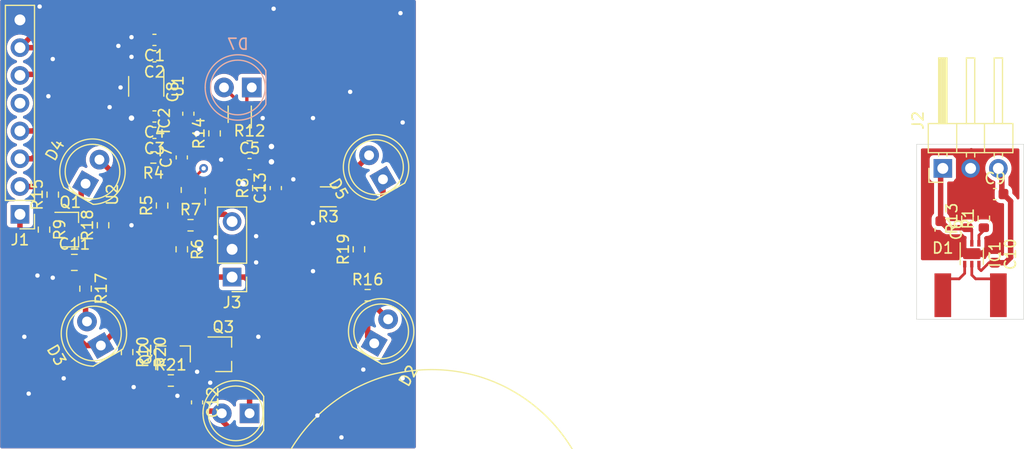
<source format=kicad_pcb>
(kicad_pcb (version 20171130) (host pcbnew "(5.1.8)-1")

  (general
    (thickness 1.6)
    (drawings 10)
    (tracks 301)
    (zones 0)
    (modules 49)
    (nets 32)
  )

  (page A4)
  (layers
    (0 F.Cu signal)
    (31 B.Cu signal)
    (32 B.Adhes user)
    (33 F.Adhes user)
    (34 B.Paste user hide)
    (35 F.Paste user)
    (36 B.SilkS user hide)
    (37 F.SilkS user hide)
    (38 B.Mask user)
    (39 F.Mask user)
    (40 Dwgs.User user)
    (41 Cmts.User user)
    (42 Eco1.User user)
    (43 Eco2.User user)
    (44 Edge.Cuts user)
    (45 Margin user)
    (46 B.CrtYd user)
    (47 F.CrtYd user)
    (48 B.Fab user hide)
    (49 F.Fab user hide)
  )

  (setup
    (last_trace_width 0.5)
    (user_trace_width 0.3)
    (user_trace_width 0.5)
    (user_trace_width 0.75)
    (trace_clearance 0.2)
    (zone_clearance 0.35)
    (zone_45_only no)
    (trace_min 0.2)
    (via_size 0.8)
    (via_drill 0.4)
    (via_min_size 0.4)
    (via_min_drill 0.3)
    (uvia_size 0.3)
    (uvia_drill 0.1)
    (uvias_allowed no)
    (uvia_min_size 0.2)
    (uvia_min_drill 0.1)
    (edge_width 0.05)
    (segment_width 0.2)
    (pcb_text_width 0.3)
    (pcb_text_size 1.5 1.5)
    (mod_edge_width 0.12)
    (mod_text_size 1 1)
    (mod_text_width 0.15)
    (pad_size 1.524 1.524)
    (pad_drill 0.762)
    (pad_to_mask_clearance 0)
    (aux_axis_origin 0 0)
    (visible_elements 7FFFFFFF)
    (pcbplotparams
      (layerselection 0x010fc_ffffffff)
      (usegerberextensions false)
      (usegerberattributes true)
      (usegerberadvancedattributes true)
      (creategerberjobfile true)
      (excludeedgelayer true)
      (linewidth 0.100000)
      (plotframeref false)
      (viasonmask false)
      (mode 1)
      (useauxorigin false)
      (hpglpennumber 1)
      (hpglpenspeed 20)
      (hpglpendiameter 15.000000)
      (psnegative false)
      (psa4output false)
      (plotreference true)
      (plotvalue true)
      (plotinvisibletext false)
      (padsonsilk false)
      (subtractmaskfromsilk false)
      (outputformat 1)
      (mirror false)
      (drillshape 1)
      (scaleselection 1)
      (outputdirectory ""))
  )

  (net 0 "")
  (net 1 "Net-(IC1-Pad1)")
  (net 2 "Net-(D1-Pad1)")
  (net 3 "Net-(D1-Pad2)")
  (net 4 GND)
  (net 5 +5V)
  (net 6 +3V3)
  (net 7 "Net-(C6-Pad1)")
  (net 8 "Net-(D2-Pad1)")
  (net 9 "Net-(D2-Pad2)")
  (net 10 "Net-(IC2-Pad1)")
  (net 11 "Net-(R6-Pad1)")
  (net 12 /optics/AN_IN2)
  (net 13 /optics/AN_IN1)
  (net 14 "Net-(U1-Pad4)")
  (net 15 "Net-(U2-Pad2)")
  (net 16 /optics/EN)
  (net 17 /optics/ADC_EXT_0)
  (net 18 /optics/SDA)
  (net 19 /optics/SCL)
  (net 20 "Net-(D3-Pad2)")
  (net 21 "Net-(D4-Pad2)")
  (net 22 "Net-(D5-Pad2)")
  (net 23 "Net-(D6-Pad1)")
  (net 24 "Net-(D7-Pad2)")
  (net 25 "Net-(D7-Pad1)")
  (net 26 "Net-(Q1-Pad1)")
  (net 27 "Net-(Q2-Pad3)")
  (net 28 "Net-(Q2-Pad1)")
  (net 29 /optics/UV_Led)
  (net 30 /optics/V_BAT)
  (net 31 /optics/TirbudityLED)

  (net_class Default "This is the default net class."
    (clearance 0.2)
    (trace_width 0.25)
    (via_dia 0.8)
    (via_drill 0.4)
    (uvia_dia 0.3)
    (uvia_drill 0.1)
    (add_net +3V3)
    (add_net +5V)
    (add_net /optics/ADC_EXT_0)
    (add_net /optics/AN_IN1)
    (add_net /optics/AN_IN2)
    (add_net /optics/EN)
    (add_net /optics/SCL)
    (add_net /optics/SDA)
    (add_net /optics/TirbudityLED)
    (add_net /optics/UV_Led)
    (add_net /optics/V_BAT)
    (add_net GND)
    (add_net "Net-(C6-Pad1)")
    (add_net "Net-(D1-Pad1)")
    (add_net "Net-(D1-Pad2)")
    (add_net "Net-(D2-Pad1)")
    (add_net "Net-(D2-Pad2)")
    (add_net "Net-(D3-Pad2)")
    (add_net "Net-(D4-Pad2)")
    (add_net "Net-(D5-Pad2)")
    (add_net "Net-(D6-Pad1)")
    (add_net "Net-(D7-Pad1)")
    (add_net "Net-(D7-Pad2)")
    (add_net "Net-(IC1-Pad1)")
    (add_net "Net-(IC2-Pad1)")
    (add_net "Net-(Q1-Pad1)")
    (add_net "Net-(Q2-Pad1)")
    (add_net "Net-(Q2-Pad3)")
    (add_net "Net-(R6-Pad1)")
    (add_net "Net-(U1-Pad4)")
    (add_net "Net-(U2-Pad2)")
  )

  (module Resistor_SMD:R_0603_1608Metric (layer F.Cu) (tedit 5F68FEEE) (tstamp 63AE066A)
    (at 47.4 68.4 270)
    (descr "Resistor SMD 0603 (1608 Metric), square (rectangular) end terminal, IPC_7351 nominal, (Body size source: IPC-SM-782 page 72, https://www.pcb-3d.com/wordpress/wp-content/uploads/ipc-sm-782a_amendment_1_and_2.pdf), generated with kicad-footprint-generator")
    (tags resistor)
    (path /638E2CFF/63AFDD5F)
    (attr smd)
    (fp_text reference R10 (at 0 -1.43 90) (layer F.SilkS)
      (effects (font (size 1 1) (thickness 0.15)))
    )
    (fp_text value 100k (at 0 1.43 90) (layer F.Fab)
      (effects (font (size 1 1) (thickness 0.15)))
    )
    (fp_text user %R (at 0 0 90) (layer F.Fab)
      (effects (font (size 0.4 0.4) (thickness 0.06)))
    )
    (fp_line (start -0.8 0.4125) (end -0.8 -0.4125) (layer F.Fab) (width 0.1))
    (fp_line (start -0.8 -0.4125) (end 0.8 -0.4125) (layer F.Fab) (width 0.1))
    (fp_line (start 0.8 -0.4125) (end 0.8 0.4125) (layer F.Fab) (width 0.1))
    (fp_line (start 0.8 0.4125) (end -0.8 0.4125) (layer F.Fab) (width 0.1))
    (fp_line (start -0.237258 -0.5225) (end 0.237258 -0.5225) (layer F.SilkS) (width 0.12))
    (fp_line (start -0.237258 0.5225) (end 0.237258 0.5225) (layer F.SilkS) (width 0.12))
    (fp_line (start -1.48 0.73) (end -1.48 -0.73) (layer F.CrtYd) (width 0.05))
    (fp_line (start -1.48 -0.73) (end 1.48 -0.73) (layer F.CrtYd) (width 0.05))
    (fp_line (start 1.48 -0.73) (end 1.48 0.73) (layer F.CrtYd) (width 0.05))
    (fp_line (start 1.48 0.73) (end -1.48 0.73) (layer F.CrtYd) (width 0.05))
    (pad 2 smd roundrect (at 0.825 0 270) (size 0.8 0.95) (layers F.Cu F.Paste F.Mask) (roundrect_rratio 0.25)
      (net 4 GND))
    (pad 1 smd roundrect (at -0.825 0 270) (size 0.8 0.95) (layers F.Cu F.Paste F.Mask) (roundrect_rratio 0.25)
      (net 27 "Net-(Q2-Pad3)"))
    (model ${KISYS3DMOD}/Resistor_SMD.3dshapes/R_0603_1608Metric.wrl
      (at (xyz 0 0 0))
      (scale (xyz 1 1 1))
      (rotate (xyz 0 0 0))
    )
  )

  (module Resistor_SMD:R_0603_1608Metric (layer F.Cu) (tedit 5F68FEEE) (tstamp 63AE0659)
    (at 39.8 57.2 270)
    (descr "Resistor SMD 0603 (1608 Metric), square (rectangular) end terminal, IPC_7351 nominal, (Body size source: IPC-SM-782 page 72, https://www.pcb-3d.com/wordpress/wp-content/uploads/ipc-sm-782a_amendment_1_and_2.pdf), generated with kicad-footprint-generator")
    (tags resistor)
    (path /638E2CFF/63AE8176)
    (attr smd)
    (fp_text reference R9 (at 0 -1.43 90) (layer F.SilkS)
      (effects (font (size 1 1) (thickness 0.15)))
    )
    (fp_text value 100k (at 0 1.43 90) (layer F.Fab)
      (effects (font (size 1 1) (thickness 0.15)))
    )
    (fp_text user %R (at 0 0 90) (layer F.Fab)
      (effects (font (size 0.4 0.4) (thickness 0.06)))
    )
    (fp_line (start -0.8 0.4125) (end -0.8 -0.4125) (layer F.Fab) (width 0.1))
    (fp_line (start -0.8 -0.4125) (end 0.8 -0.4125) (layer F.Fab) (width 0.1))
    (fp_line (start 0.8 -0.4125) (end 0.8 0.4125) (layer F.Fab) (width 0.1))
    (fp_line (start 0.8 0.4125) (end -0.8 0.4125) (layer F.Fab) (width 0.1))
    (fp_line (start -0.237258 -0.5225) (end 0.237258 -0.5225) (layer F.SilkS) (width 0.12))
    (fp_line (start -0.237258 0.5225) (end 0.237258 0.5225) (layer F.SilkS) (width 0.12))
    (fp_line (start -1.48 0.73) (end -1.48 -0.73) (layer F.CrtYd) (width 0.05))
    (fp_line (start -1.48 -0.73) (end 1.48 -0.73) (layer F.CrtYd) (width 0.05))
    (fp_line (start 1.48 -0.73) (end 1.48 0.73) (layer F.CrtYd) (width 0.05))
    (fp_line (start 1.48 0.73) (end -1.48 0.73) (layer F.CrtYd) (width 0.05))
    (pad 2 smd roundrect (at 0.825 0 270) (size 0.8 0.95) (layers F.Cu F.Paste F.Mask) (roundrect_rratio 0.25)
      (net 4 GND))
    (pad 1 smd roundrect (at -0.825 0 270) (size 0.8 0.95) (layers F.Cu F.Paste F.Mask) (roundrect_rratio 0.25)
      (net 26 "Net-(Q1-Pad1)"))
    (model ${KISYS3DMOD}/Resistor_SMD.3dshapes/R_0603_1608Metric.wrl
      (at (xyz 0 0 0))
      (scale (xyz 1 1 1))
      (rotate (xyz 0 0 0))
    )
  )

  (module Package_TO_SOT_SMD:SOT-23 (layer F.Cu) (tedit 5A02FF57) (tstamp 63AB2097)
    (at 51.6 68.6 90)
    (descr "SOT-23, Standard")
    (tags SOT-23)
    (path /638E2CFF/63B28C92)
    (attr smd)
    (fp_text reference Q2 (at 0 -2.5 90) (layer F.SilkS)
      (effects (font (size 1 1) (thickness 0.15)))
    )
    (fp_text value BC848W (at 0 2.5 90) (layer F.Fab)
      (effects (font (size 1 1) (thickness 0.15)))
    )
    (fp_line (start 0.76 1.58) (end -0.7 1.58) (layer F.SilkS) (width 0.12))
    (fp_line (start 0.76 -1.58) (end -1.4 -1.58) (layer F.SilkS) (width 0.12))
    (fp_line (start -1.7 1.75) (end -1.7 -1.75) (layer F.CrtYd) (width 0.05))
    (fp_line (start 1.7 1.75) (end -1.7 1.75) (layer F.CrtYd) (width 0.05))
    (fp_line (start 1.7 -1.75) (end 1.7 1.75) (layer F.CrtYd) (width 0.05))
    (fp_line (start -1.7 -1.75) (end 1.7 -1.75) (layer F.CrtYd) (width 0.05))
    (fp_line (start 0.76 -1.58) (end 0.76 -0.65) (layer F.SilkS) (width 0.12))
    (fp_line (start 0.76 1.58) (end 0.76 0.65) (layer F.SilkS) (width 0.12))
    (fp_line (start -0.7 1.52) (end 0.7 1.52) (layer F.Fab) (width 0.1))
    (fp_line (start 0.7 -1.52) (end 0.7 1.52) (layer F.Fab) (width 0.1))
    (fp_line (start -0.7 -0.95) (end -0.15 -1.52) (layer F.Fab) (width 0.1))
    (fp_line (start -0.15 -1.52) (end 0.7 -1.52) (layer F.Fab) (width 0.1))
    (fp_line (start -0.7 -0.95) (end -0.7 1.5) (layer F.Fab) (width 0.1))
    (fp_text user %R (at 0 0) (layer F.Fab)
      (effects (font (size 0.5 0.5) (thickness 0.075)))
    )
    (pad 3 smd rect (at 1 0 90) (size 0.9 0.8) (layers F.Cu F.Paste F.Mask)
      (net 27 "Net-(Q2-Pad3)"))
    (pad 2 smd rect (at -1 0.95 90) (size 0.9 0.8) (layers F.Cu F.Paste F.Mask)
      (net 4 GND))
    (pad 1 smd rect (at -1 -0.95 90) (size 0.9 0.8) (layers F.Cu F.Paste F.Mask)
      (net 28 "Net-(Q2-Pad1)"))
    (model ${KISYS3DMOD}/Package_TO_SOT_SMD.3dshapes/SOT-23.wrl
      (at (xyz 0 0 0))
      (scale (xyz 1 1 1))
      (rotate (xyz 0 0 0))
    )
  )

  (module OptoDevice:BPW34_SMD (layer F.Cu) (tedit 63AB39FA) (tstamp 63AD9197)
    (at 122 63.2)
    (path /638E2CFF/638EE347)
    (fp_text reference D1 (at 0 -4.318) (layer F.SilkS)
      (effects (font (size 1 1) (thickness 0.15)))
    )
    (fp_text value BPW34 (at 2.286 -2.794) (layer F.Fab)
      (effects (font (size 1 1) (thickness 0.15)))
    )
    (pad 2 smd rect (at 5.08 0) (size 1.524 4) (layers F.Cu F.Paste F.Mask)
      (net 3 "Net-(D1-Pad2)"))
    (pad 1 smd rect (at 0 0) (size 1.524 4) (layers F.Cu F.Paste F.Mask)
      (net 2 "Net-(D1-Pad1)"))
  )

  (module Resistor_SMD:R_1206_3216Metric (layer F.Cu) (tedit 5F68FEEE) (tstamp 63ABE512)
    (at 65.8 54.2 180)
    (descr "Resistor SMD 1206 (3216 Metric), square (rectangular) end terminal, IPC_7351 nominal, (Body size source: IPC-SM-782 page 72, https://www.pcb-3d.com/wordpress/wp-content/uploads/ipc-sm-782a_amendment_1_and_2.pdf), generated with kicad-footprint-generator")
    (tags resistor)
    (path /638E2CFF/63DB0668)
    (attr smd)
    (fp_text reference R3 (at 0 -1.82) (layer F.SilkS)
      (effects (font (size 1 1) (thickness 0.15)))
    )
    (fp_text value 100k (at 0 1.82) (layer F.Fab)
      (effects (font (size 1 1) (thickness 0.15)))
    )
    (fp_line (start 2.28 1.12) (end -2.28 1.12) (layer F.CrtYd) (width 0.05))
    (fp_line (start 2.28 -1.12) (end 2.28 1.12) (layer F.CrtYd) (width 0.05))
    (fp_line (start -2.28 -1.12) (end 2.28 -1.12) (layer F.CrtYd) (width 0.05))
    (fp_line (start -2.28 1.12) (end -2.28 -1.12) (layer F.CrtYd) (width 0.05))
    (fp_line (start -0.727064 0.91) (end 0.727064 0.91) (layer F.SilkS) (width 0.12))
    (fp_line (start -0.727064 -0.91) (end 0.727064 -0.91) (layer F.SilkS) (width 0.12))
    (fp_line (start 1.6 0.8) (end -1.6 0.8) (layer F.Fab) (width 0.1))
    (fp_line (start 1.6 -0.8) (end 1.6 0.8) (layer F.Fab) (width 0.1))
    (fp_line (start -1.6 -0.8) (end 1.6 -0.8) (layer F.Fab) (width 0.1))
    (fp_line (start -1.6 0.8) (end -1.6 -0.8) (layer F.Fab) (width 0.1))
    (fp_text user %R (at 0 0) (layer F.Fab)
      (effects (font (size 0.8 0.8) (thickness 0.12)))
    )
    (pad 2 smd roundrect (at 1.4625 0 180) (size 1.125 1.75) (layers F.Cu F.Paste F.Mask) (roundrect_rratio 0.222222)
      (net 30 /optics/V_BAT))
    (pad 1 smd roundrect (at -1.4625 0 180) (size 1.125 1.75) (layers F.Cu F.Paste F.Mask) (roundrect_rratio 0.222222)
      (net 5 +5V))
    (model ${KISYS3DMOD}/Resistor_SMD.3dshapes/R_1206_3216Metric.wrl
      (at (xyz 0 0 0))
      (scale (xyz 1 1 1))
      (rotate (xyz 0 0 0))
    )
  )

  (module Capacitor_SMD:C_0603_1608Metric (layer F.Cu) (tedit 5F68FEEE) (tstamp 63AC7E4C)
    (at 52.4 50.6 90)
    (descr "Capacitor SMD 0603 (1608 Metric), square (rectangular) end terminal, IPC_7351 nominal, (Body size source: IPC-SM-782 page 76, https://www.pcb-3d.com/wordpress/wp-content/uploads/ipc-sm-782a_amendment_1_and_2.pdf), generated with kicad-footprint-generator")
    (tags capacitor)
    (path /638E2CFF/63F452F7)
    (attr smd)
    (fp_text reference C7 (at 0 -1.43 90) (layer F.SilkS)
      (effects (font (size 1 1) (thickness 0.15)))
    )
    (fp_text value 100pF (at 0 1.43 90) (layer F.Fab)
      (effects (font (size 1 1) (thickness 0.15)))
    )
    (fp_line (start 1.48 0.73) (end -1.48 0.73) (layer F.CrtYd) (width 0.05))
    (fp_line (start 1.48 -0.73) (end 1.48 0.73) (layer F.CrtYd) (width 0.05))
    (fp_line (start -1.48 -0.73) (end 1.48 -0.73) (layer F.CrtYd) (width 0.05))
    (fp_line (start -1.48 0.73) (end -1.48 -0.73) (layer F.CrtYd) (width 0.05))
    (fp_line (start -0.14058 0.51) (end 0.14058 0.51) (layer F.SilkS) (width 0.12))
    (fp_line (start -0.14058 -0.51) (end 0.14058 -0.51) (layer F.SilkS) (width 0.12))
    (fp_line (start 0.8 0.4) (end -0.8 0.4) (layer F.Fab) (width 0.1))
    (fp_line (start 0.8 -0.4) (end 0.8 0.4) (layer F.Fab) (width 0.1))
    (fp_line (start -0.8 -0.4) (end 0.8 -0.4) (layer F.Fab) (width 0.1))
    (fp_line (start -0.8 0.4) (end -0.8 -0.4) (layer F.Fab) (width 0.1))
    (fp_text user %R (at 0 0 90) (layer F.Fab)
      (effects (font (size 0.4 0.4) (thickness 0.06)))
    )
    (pad 2 smd roundrect (at 0.775 0 90) (size 0.9 0.95) (layers F.Cu F.Paste F.Mask) (roundrect_rratio 0.25)
      (net 4 GND))
    (pad 1 smd roundrect (at -0.775 0 90) (size 0.9 0.95) (layers F.Cu F.Paste F.Mask) (roundrect_rratio 0.25)
      (net 6 +3V3))
    (model ${KISYS3DMOD}/Capacitor_SMD.3dshapes/C_0603_1608Metric.wrl
      (at (xyz 0 0 0))
      (scale (xyz 1 1 1))
      (rotate (xyz 0 0 0))
    )
  )

  (module Capacitor_SMD:C_0805_2012Metric_Pad1.18x1.45mm_HandSolder (layer F.Cu) (tedit 5F68FEEF) (tstamp 63AB1EDC)
    (at 42.575 60.2)
    (descr "Capacitor SMD 0805 (2012 Metric), square (rectangular) end terminal, IPC_7351 nominal with elongated pad for handsoldering. (Body size source: IPC-SM-782 page 76, https://www.pcb-3d.com/wordpress/wp-content/uploads/ipc-sm-782a_amendment_1_and_2.pdf, https://docs.google.com/spreadsheets/d/1BsfQQcO9C6DZCsRaXUlFlo91Tg2WpOkGARC1WS5S8t0/edit?usp=sharing), generated with kicad-footprint-generator")
    (tags "capacitor handsolder")
    (path /638E2CFF/63B93DFE)
    (attr smd)
    (fp_text reference C11 (at 0 -1.68) (layer F.SilkS)
      (effects (font (size 1 1) (thickness 0.15)))
    )
    (fp_text value 1uF (at 0 1.68) (layer F.Fab)
      (effects (font (size 1 1) (thickness 0.15)))
    )
    (fp_line (start 1.88 0.98) (end -1.88 0.98) (layer F.CrtYd) (width 0.05))
    (fp_line (start 1.88 -0.98) (end 1.88 0.98) (layer F.CrtYd) (width 0.05))
    (fp_line (start -1.88 -0.98) (end 1.88 -0.98) (layer F.CrtYd) (width 0.05))
    (fp_line (start -1.88 0.98) (end -1.88 -0.98) (layer F.CrtYd) (width 0.05))
    (fp_line (start -0.261252 0.735) (end 0.261252 0.735) (layer F.SilkS) (width 0.12))
    (fp_line (start -0.261252 -0.735) (end 0.261252 -0.735) (layer F.SilkS) (width 0.12))
    (fp_line (start 1 0.625) (end -1 0.625) (layer F.Fab) (width 0.1))
    (fp_line (start 1 -0.625) (end 1 0.625) (layer F.Fab) (width 0.1))
    (fp_line (start -1 -0.625) (end 1 -0.625) (layer F.Fab) (width 0.1))
    (fp_line (start -1 0.625) (end -1 -0.625) (layer F.Fab) (width 0.1))
    (fp_text user %R (at 0 0) (layer F.Fab)
      (effects (font (size 0.5 0.5) (thickness 0.08)))
    )
    (pad 2 smd roundrect (at 1.0375 0) (size 1.175 1.45) (layers F.Cu F.Paste F.Mask) (roundrect_rratio 0.212766)
      (net 5 +5V))
    (pad 1 smd roundrect (at -1.0375 0) (size 1.175 1.45) (layers F.Cu F.Paste F.Mask) (roundrect_rratio 0.212766)
      (net 4 GND))
    (model ${KISYS3DMOD}/Capacitor_SMD.3dshapes/C_0805_2012Metric.wrl
      (at (xyz 0 0 0))
      (scale (xyz 1 1 1))
      (rotate (xyz 0 0 0))
    )
  )

  (module LED_THT:LED_D5.0mm (layer F.Cu) (tedit 5995936A) (tstamp 63AB1F5D)
    (at 45 67.8 120)
    (descr "LED, diameter 5.0mm, 2 pins, http://cdn-reichelt.de/documents/datenblatt/A500/LL-504BC2E-009.pdf")
    (tags "LED diameter 5.0mm 2 pins")
    (path /638E2CFF/63AB4FCB)
    (fp_text reference D3 (at 1.27 -3.96 120) (layer F.SilkS)
      (effects (font (size 1 1) (thickness 0.15)))
    )
    (fp_text value LED (at 1.27 3.96 120) (layer F.Fab)
      (effects (font (size 1 1) (thickness 0.15)))
    )
    (fp_line (start 4.5 -3.25) (end -1.95 -3.25) (layer F.CrtYd) (width 0.05))
    (fp_line (start 4.5 3.25) (end 4.5 -3.25) (layer F.CrtYd) (width 0.05))
    (fp_line (start -1.95 3.25) (end 4.5 3.25) (layer F.CrtYd) (width 0.05))
    (fp_line (start -1.95 -3.25) (end -1.95 3.25) (layer F.CrtYd) (width 0.05))
    (fp_line (start -1.29 -1.545) (end -1.29 1.545) (layer F.SilkS) (width 0.12))
    (fp_line (start -1.23 -1.469694) (end -1.23 1.469694) (layer F.Fab) (width 0.1))
    (fp_circle (center 1.27 0) (end 3.77 0) (layer F.SilkS) (width 0.12))
    (fp_circle (center 1.27 0) (end 3.77 0) (layer F.Fab) (width 0.1))
    (fp_text user %R (at 1.25 0 120) (layer F.Fab)
      (effects (font (size 0.8 0.8) (thickness 0.2)))
    )
    (fp_arc (start 1.27 0) (end -1.29 1.54483) (angle -148.9) (layer F.SilkS) (width 0.12))
    (fp_arc (start 1.27 0) (end -1.29 -1.54483) (angle 148.9) (layer F.SilkS) (width 0.12))
    (fp_arc (start 1.27 0) (end -1.23 -1.469694) (angle 299.1) (layer F.Fab) (width 0.1))
    (pad 2 thru_hole circle (at 2.54 0 120) (size 1.8 1.8) (drill 0.9) (layers *.Cu *.Mask)
      (net 20 "Net-(D3-Pad2)"))
    (pad 1 thru_hole rect (at 0 0 120) (size 1.8 1.8) (drill 0.9) (layers *.Cu *.Mask)
      (net 8 "Net-(D2-Pad1)"))
    (model ${KISYS3DMOD}/LED_THT.3dshapes/LED_D5.0mm.wrl
      (at (xyz 0 0 0))
      (scale (xyz 1 1 1))
      (rotate (xyz 0 0 0))
    )
  )

  (module Resistor_SMD:R_0603_1608Metric (layer F.Cu) (tedit 5F68FEEE) (tstamp 63ABE5A3)
    (at 59.4 53.4 90)
    (descr "Resistor SMD 0603 (1608 Metric), square (rectangular) end terminal, IPC_7351 nominal, (Body size source: IPC-SM-782 page 72, https://www.pcb-3d.com/wordpress/wp-content/uploads/ipc-sm-782a_amendment_1_and_2.pdf), generated with kicad-footprint-generator")
    (tags resistor)
    (path /638E2CFF/63DB1269)
    (attr smd)
    (fp_text reference R8 (at 0 -1.43 90) (layer F.SilkS)
      (effects (font (size 1 1) (thickness 0.15)))
    )
    (fp_text value 1M (at 0 1.43 90) (layer F.Fab)
      (effects (font (size 1 1) (thickness 0.15)))
    )
    (fp_line (start 1.48 0.73) (end -1.48 0.73) (layer F.CrtYd) (width 0.05))
    (fp_line (start 1.48 -0.73) (end 1.48 0.73) (layer F.CrtYd) (width 0.05))
    (fp_line (start -1.48 -0.73) (end 1.48 -0.73) (layer F.CrtYd) (width 0.05))
    (fp_line (start -1.48 0.73) (end -1.48 -0.73) (layer F.CrtYd) (width 0.05))
    (fp_line (start -0.237258 0.5225) (end 0.237258 0.5225) (layer F.SilkS) (width 0.12))
    (fp_line (start -0.237258 -0.5225) (end 0.237258 -0.5225) (layer F.SilkS) (width 0.12))
    (fp_line (start 0.8 0.4125) (end -0.8 0.4125) (layer F.Fab) (width 0.1))
    (fp_line (start 0.8 -0.4125) (end 0.8 0.4125) (layer F.Fab) (width 0.1))
    (fp_line (start -0.8 -0.4125) (end 0.8 -0.4125) (layer F.Fab) (width 0.1))
    (fp_line (start -0.8 0.4125) (end -0.8 -0.4125) (layer F.Fab) (width 0.1))
    (fp_text user %R (at 0 0 90) (layer F.Fab)
      (effects (font (size 0.4 0.4) (thickness 0.06)))
    )
    (pad 2 smd roundrect (at 0.825 0 90) (size 0.8 0.95) (layers F.Cu F.Paste F.Mask) (roundrect_rratio 0.25)
      (net 4 GND))
    (pad 1 smd roundrect (at -0.825 0 90) (size 0.8 0.95) (layers F.Cu F.Paste F.Mask) (roundrect_rratio 0.25)
      (net 30 /optics/V_BAT))
    (model ${KISYS3DMOD}/Resistor_SMD.3dshapes/R_0603_1608Metric.wrl
      (at (xyz 0 0 0))
      (scale (xyz 1 1 1))
      (rotate (xyz 0 0 0))
    )
  )

  (module Connector_PinHeader_2.54mm:PinHeader_1x08_P2.54mm_Vertical (layer F.Cu) (tedit 59FED5CC) (tstamp 63ABE39F)
    (at 37.6 55.8 180)
    (descr "Through hole straight pin header, 1x08, 2.54mm pitch, single row")
    (tags "Through hole pin header THT 1x08 2.54mm single row")
    (path /638E2CFF/63D5F1ED)
    (fp_text reference J1 (at 0 -2.33) (layer F.SilkS)
      (effects (font (size 1 1) (thickness 0.15)))
    )
    (fp_text value Conn_01x08_Male (at 0 20.11) (layer F.Fab)
      (effects (font (size 1 1) (thickness 0.15)))
    )
    (fp_line (start 1.8 -1.8) (end -1.8 -1.8) (layer F.CrtYd) (width 0.05))
    (fp_line (start 1.8 19.55) (end 1.8 -1.8) (layer F.CrtYd) (width 0.05))
    (fp_line (start -1.8 19.55) (end 1.8 19.55) (layer F.CrtYd) (width 0.05))
    (fp_line (start -1.8 -1.8) (end -1.8 19.55) (layer F.CrtYd) (width 0.05))
    (fp_line (start -1.33 -1.33) (end 0 -1.33) (layer F.SilkS) (width 0.12))
    (fp_line (start -1.33 0) (end -1.33 -1.33) (layer F.SilkS) (width 0.12))
    (fp_line (start -1.33 1.27) (end 1.33 1.27) (layer F.SilkS) (width 0.12))
    (fp_line (start 1.33 1.27) (end 1.33 19.11) (layer F.SilkS) (width 0.12))
    (fp_line (start -1.33 1.27) (end -1.33 19.11) (layer F.SilkS) (width 0.12))
    (fp_line (start -1.33 19.11) (end 1.33 19.11) (layer F.SilkS) (width 0.12))
    (fp_line (start -1.27 -0.635) (end -0.635 -1.27) (layer F.Fab) (width 0.1))
    (fp_line (start -1.27 19.05) (end -1.27 -0.635) (layer F.Fab) (width 0.1))
    (fp_line (start 1.27 19.05) (end -1.27 19.05) (layer F.Fab) (width 0.1))
    (fp_line (start 1.27 -1.27) (end 1.27 19.05) (layer F.Fab) (width 0.1))
    (fp_line (start -0.635 -1.27) (end 1.27 -1.27) (layer F.Fab) (width 0.1))
    (fp_text user %R (at 0 8.89 90) (layer F.Fab)
      (effects (font (size 1 1) (thickness 0.15)))
    )
    (pad 8 thru_hole oval (at 0 17.78 180) (size 1.7 1.7) (drill 1) (layers *.Cu *.Mask)
      (net 4 GND))
    (pad 7 thru_hole oval (at 0 15.24 180) (size 1.7 1.7) (drill 1) (layers *.Cu *.Mask)
      (net 5 +5V))
    (pad 6 thru_hole oval (at 0 12.7 180) (size 1.7 1.7) (drill 1) (layers *.Cu *.Mask)
      (net 16 /optics/EN))
    (pad 5 thru_hole oval (at 0 10.16 180) (size 1.7 1.7) (drill 1) (layers *.Cu *.Mask)
      (net 17 /optics/ADC_EXT_0))
    (pad 4 thru_hole oval (at 0 7.62 180) (size 1.7 1.7) (drill 1) (layers *.Cu *.Mask)
      (net 18 /optics/SDA))
    (pad 3 thru_hole oval (at 0 5.08 180) (size 1.7 1.7) (drill 1) (layers *.Cu *.Mask)
      (net 19 /optics/SCL))
    (pad 2 thru_hole oval (at 0 2.54 180) (size 1.7 1.7) (drill 1) (layers *.Cu *.Mask)
      (net 29 /optics/UV_Led))
    (pad 1 thru_hole rect (at 0 0 180) (size 1.7 1.7) (drill 1) (layers *.Cu *.Mask)
      (net 31 /optics/TirbudityLED))
    (model ${KISYS3DMOD}/Connector_PinHeader_2.54mm.3dshapes/PinHeader_1x08_P2.54mm_Vertical.wrl
      (at (xyz 0 0 0))
      (scale (xyz 1 1 1))
      (rotate (xyz 0 0 0))
    )
  )

  (module Capacitor_SMD:C_0603_1608Metric (layer F.Cu) (tedit 5F68FEEE) (tstamp 63ABE217)
    (at 61 53.4 90)
    (descr "Capacitor SMD 0603 (1608 Metric), square (rectangular) end terminal, IPC_7351 nominal, (Body size source: IPC-SM-782 page 76, https://www.pcb-3d.com/wordpress/wp-content/uploads/ipc-sm-782a_amendment_1_and_2.pdf), generated with kicad-footprint-generator")
    (tags capacitor)
    (path /638E2CFF/63DCEBA2)
    (attr smd)
    (fp_text reference C13 (at 0 -1.43 90) (layer F.SilkS)
      (effects (font (size 1 1) (thickness 0.15)))
    )
    (fp_text value 1uF (at 0 1.43 90) (layer F.Fab)
      (effects (font (size 1 1) (thickness 0.15)))
    )
    (fp_line (start 1.48 0.73) (end -1.48 0.73) (layer F.CrtYd) (width 0.05))
    (fp_line (start 1.48 -0.73) (end 1.48 0.73) (layer F.CrtYd) (width 0.05))
    (fp_line (start -1.48 -0.73) (end 1.48 -0.73) (layer F.CrtYd) (width 0.05))
    (fp_line (start -1.48 0.73) (end -1.48 -0.73) (layer F.CrtYd) (width 0.05))
    (fp_line (start -0.14058 0.51) (end 0.14058 0.51) (layer F.SilkS) (width 0.12))
    (fp_line (start -0.14058 -0.51) (end 0.14058 -0.51) (layer F.SilkS) (width 0.12))
    (fp_line (start 0.8 0.4) (end -0.8 0.4) (layer F.Fab) (width 0.1))
    (fp_line (start 0.8 -0.4) (end 0.8 0.4) (layer F.Fab) (width 0.1))
    (fp_line (start -0.8 -0.4) (end 0.8 -0.4) (layer F.Fab) (width 0.1))
    (fp_line (start -0.8 0.4) (end -0.8 -0.4) (layer F.Fab) (width 0.1))
    (fp_text user %R (at 0 0 90) (layer F.Fab)
      (effects (font (size 0.4 0.4) (thickness 0.06)))
    )
    (pad 2 smd roundrect (at 0.775 0 90) (size 0.9 0.95) (layers F.Cu F.Paste F.Mask) (roundrect_rratio 0.25)
      (net 4 GND))
    (pad 1 smd roundrect (at -0.775 0 90) (size 0.9 0.95) (layers F.Cu F.Paste F.Mask) (roundrect_rratio 0.25)
      (net 30 /optics/V_BAT))
    (model ${KISYS3DMOD}/Capacitor_SMD.3dshapes/C_0603_1608Metric.wrl
      (at (xyz 0 0 0))
      (scale (xyz 1 1 1))
      (rotate (xyz 0 0 0))
    )
  )

  (module Connector_PinHeader_2.54mm:PinHeader_1x03_P2.54mm_Vertical (layer F.Cu) (tedit 59FED5CC) (tstamp 63AB3594)
    (at 57 61.54 180)
    (descr "Through hole straight pin header, 1x03, 2.54mm pitch, single row")
    (tags "Through hole pin header THT 1x03 2.54mm single row")
    (path /638E2CFF/63BFE155)
    (fp_text reference J3 (at 0 -2.33) (layer F.SilkS)
      (effects (font (size 1 1) (thickness 0.15)))
    )
    (fp_text value Conn_01x03_Female (at 0 7.41) (layer F.Fab)
      (effects (font (size 1 1) (thickness 0.15)))
    )
    (fp_line (start 1.8 -1.8) (end -1.8 -1.8) (layer F.CrtYd) (width 0.05))
    (fp_line (start 1.8 6.85) (end 1.8 -1.8) (layer F.CrtYd) (width 0.05))
    (fp_line (start -1.8 6.85) (end 1.8 6.85) (layer F.CrtYd) (width 0.05))
    (fp_line (start -1.8 -1.8) (end -1.8 6.85) (layer F.CrtYd) (width 0.05))
    (fp_line (start -1.33 -1.33) (end 0 -1.33) (layer F.SilkS) (width 0.12))
    (fp_line (start -1.33 0) (end -1.33 -1.33) (layer F.SilkS) (width 0.12))
    (fp_line (start -1.33 1.27) (end 1.33 1.27) (layer F.SilkS) (width 0.12))
    (fp_line (start 1.33 1.27) (end 1.33 6.41) (layer F.SilkS) (width 0.12))
    (fp_line (start -1.33 1.27) (end -1.33 6.41) (layer F.SilkS) (width 0.12))
    (fp_line (start -1.33 6.41) (end 1.33 6.41) (layer F.SilkS) (width 0.12))
    (fp_line (start -1.27 -0.635) (end -0.635 -1.27) (layer F.Fab) (width 0.1))
    (fp_line (start -1.27 6.35) (end -1.27 -0.635) (layer F.Fab) (width 0.1))
    (fp_line (start 1.27 6.35) (end -1.27 6.35) (layer F.Fab) (width 0.1))
    (fp_line (start 1.27 -1.27) (end 1.27 6.35) (layer F.Fab) (width 0.1))
    (fp_line (start -0.635 -1.27) (end 1.27 -1.27) (layer F.Fab) (width 0.1))
    (fp_text user %R (at 0 2.54 90) (layer F.Fab)
      (effects (font (size 1 1) (thickness 0.15)))
    )
    (pad 3 thru_hole oval (at 0 5.08 180) (size 1.7 1.7) (drill 1) (layers *.Cu *.Mask)
      (net 13 /optics/AN_IN1))
    (pad 2 thru_hole oval (at 0 2.54 180) (size 1.7 1.7) (drill 1) (layers *.Cu *.Mask)
      (net 4 GND))
    (pad 1 thru_hole rect (at 0 0 180) (size 1.7 1.7) (drill 1) (layers *.Cu *.Mask)
      (net 6 +3V3))
    (model ${KISYS3DMOD}/Connector_PinHeader_2.54mm.3dshapes/PinHeader_1x03_P2.54mm_Vertical.wrl
      (at (xyz 0 0 0))
      (scale (xyz 1 1 1))
      (rotate (xyz 0 0 0))
    )
  )

  (module Capacitor_SMD:C_0603_1608Metric (layer F.Cu) (tedit 5F68FEEE) (tstamp 63AD8EFC)
    (at 121.8 57.2 270)
    (descr "Capacitor SMD 0603 (1608 Metric), square (rectangular) end terminal, IPC_7351 nominal, (Body size source: IPC-SM-782 page 76, https://www.pcb-3d.com/wordpress/wp-content/uploads/ipc-sm-782a_amendment_1_and_2.pdf), generated with kicad-footprint-generator")
    (tags capacitor)
    (path /638E2CFF/63A89673)
    (attr smd)
    (fp_text reference C6 (at 0 -1.43 90) (layer F.SilkS)
      (effects (font (size 1 1) (thickness 0.15)))
    )
    (fp_text value 100p (at 0 1.43 90) (layer F.Fab)
      (effects (font (size 1 1) (thickness 0.15)))
    )
    (fp_line (start 1.48 0.73) (end -1.48 0.73) (layer F.CrtYd) (width 0.05))
    (fp_line (start 1.48 -0.73) (end 1.48 0.73) (layer F.CrtYd) (width 0.05))
    (fp_line (start -1.48 -0.73) (end 1.48 -0.73) (layer F.CrtYd) (width 0.05))
    (fp_line (start -1.48 0.73) (end -1.48 -0.73) (layer F.CrtYd) (width 0.05))
    (fp_line (start -0.14058 0.51) (end 0.14058 0.51) (layer F.SilkS) (width 0.12))
    (fp_line (start -0.14058 -0.51) (end 0.14058 -0.51) (layer F.SilkS) (width 0.12))
    (fp_line (start 0.8 0.4) (end -0.8 0.4) (layer F.Fab) (width 0.1))
    (fp_line (start 0.8 -0.4) (end 0.8 0.4) (layer F.Fab) (width 0.1))
    (fp_line (start -0.8 -0.4) (end 0.8 -0.4) (layer F.Fab) (width 0.1))
    (fp_line (start -0.8 0.4) (end -0.8 -0.4) (layer F.Fab) (width 0.1))
    (fp_text user %R (at 0 0 90) (layer F.Fab)
      (effects (font (size 0.4 0.4) (thickness 0.06)))
    )
    (pad 2 smd roundrect (at 0.775 0 270) (size 0.9 0.95) (layers F.Cu F.Paste F.Mask) (roundrect_rratio 0.25)
      (net 4 GND))
    (pad 1 smd roundrect (at -0.775 0 270) (size 0.9 0.95) (layers F.Cu F.Paste F.Mask) (roundrect_rratio 0.25)
      (net 7 "Net-(C6-Pad1)"))
    (model ${KISYS3DMOD}/Capacitor_SMD.3dshapes/C_0603_1608Metric.wrl
      (at (xyz 0 0 0))
      (scale (xyz 1 1 1))
      (rotate (xyz 0 0 0))
    )
  )

  (module Resistor_SMD:R_0603_1608Metric (layer F.Cu) (tedit 5F68FEEE) (tstamp 63AB22C5)
    (at 51.4 71)
    (descr "Resistor SMD 0603 (1608 Metric), square (rectangular) end terminal, IPC_7351 nominal, (Body size source: IPC-SM-782 page 72, https://www.pcb-3d.com/wordpress/wp-content/uploads/ipc-sm-782a_amendment_1_and_2.pdf), generated with kicad-footprint-generator")
    (tags resistor)
    (path /638E2CFF/63AFE30E)
    (attr smd)
    (fp_text reference R21 (at 0 -1.43) (layer F.SilkS)
      (effects (font (size 1 1) (thickness 0.15)))
    )
    (fp_text value 10R (at 0 1.43) (layer F.Fab)
      (effects (font (size 1 1) (thickness 0.15)))
    )
    (fp_line (start 1.48 0.73) (end -1.48 0.73) (layer F.CrtYd) (width 0.05))
    (fp_line (start 1.48 -0.73) (end 1.48 0.73) (layer F.CrtYd) (width 0.05))
    (fp_line (start -1.48 -0.73) (end 1.48 -0.73) (layer F.CrtYd) (width 0.05))
    (fp_line (start -1.48 0.73) (end -1.48 -0.73) (layer F.CrtYd) (width 0.05))
    (fp_line (start -0.237258 0.5225) (end 0.237258 0.5225) (layer F.SilkS) (width 0.12))
    (fp_line (start -0.237258 -0.5225) (end 0.237258 -0.5225) (layer F.SilkS) (width 0.12))
    (fp_line (start 0.8 0.4125) (end -0.8 0.4125) (layer F.Fab) (width 0.1))
    (fp_line (start 0.8 -0.4125) (end 0.8 0.4125) (layer F.Fab) (width 0.1))
    (fp_line (start -0.8 -0.4125) (end 0.8 -0.4125) (layer F.Fab) (width 0.1))
    (fp_line (start -0.8 0.4125) (end -0.8 -0.4125) (layer F.Fab) (width 0.1))
    (fp_text user %R (at -0.175 0) (layer F.Fab)
      (effects (font (size 0.4 0.4) (thickness 0.06)))
    )
    (pad 2 smd roundrect (at 0.825 0) (size 0.8 0.95) (layers F.Cu F.Paste F.Mask) (roundrect_rratio 0.25)
      (net 4 GND))
    (pad 1 smd roundrect (at -0.825 0) (size 0.8 0.95) (layers F.Cu F.Paste F.Mask) (roundrect_rratio 0.25)
      (net 28 "Net-(Q2-Pad1)"))
    (model ${KISYS3DMOD}/Resistor_SMD.3dshapes/R_0603_1608Metric.wrl
      (at (xyz 0 0 0))
      (scale (xyz 1 1 1))
      (rotate (xyz 0 0 0))
    )
  )

  (module Resistor_SMD:R_0603_1608Metric (layer F.Cu) (tedit 5F68FEEE) (tstamp 63AB22B4)
    (at 49 68.4 270)
    (descr "Resistor SMD 0603 (1608 Metric), square (rectangular) end terminal, IPC_7351 nominal, (Body size source: IPC-SM-782 page 72, https://www.pcb-3d.com/wordpress/wp-content/uploads/ipc-sm-782a_amendment_1_and_2.pdf), generated with kicad-footprint-generator")
    (tags resistor)
    (path /638E2CFF/63B56946)
    (attr smd)
    (fp_text reference R20 (at 0 -1.43 90) (layer F.SilkS)
      (effects (font (size 1 1) (thickness 0.15)))
    )
    (fp_text value 10k (at 0 1.43 90) (layer F.Fab)
      (effects (font (size 1 1) (thickness 0.15)))
    )
    (fp_line (start 1.48 0.73) (end -1.48 0.73) (layer F.CrtYd) (width 0.05))
    (fp_line (start 1.48 -0.73) (end 1.48 0.73) (layer F.CrtYd) (width 0.05))
    (fp_line (start -1.48 -0.73) (end 1.48 -0.73) (layer F.CrtYd) (width 0.05))
    (fp_line (start -1.48 0.73) (end -1.48 -0.73) (layer F.CrtYd) (width 0.05))
    (fp_line (start -0.237258 0.5225) (end 0.237258 0.5225) (layer F.SilkS) (width 0.12))
    (fp_line (start -0.237258 -0.5225) (end 0.237258 -0.5225) (layer F.SilkS) (width 0.12))
    (fp_line (start 0.8 0.4125) (end -0.8 0.4125) (layer F.Fab) (width 0.1))
    (fp_line (start 0.8 -0.4125) (end 0.8 0.4125) (layer F.Fab) (width 0.1))
    (fp_line (start -0.8 -0.4125) (end 0.8 -0.4125) (layer F.Fab) (width 0.1))
    (fp_line (start -0.8 0.4125) (end -0.8 -0.4125) (layer F.Fab) (width 0.1))
    (fp_text user %R (at 0 0 90) (layer F.Fab)
      (effects (font (size 0.4 0.4) (thickness 0.06)))
    )
    (pad 2 smd roundrect (at 0.825 0 270) (size 0.8 0.95) (layers F.Cu F.Paste F.Mask) (roundrect_rratio 0.25)
      (net 31 /optics/TirbudityLED))
    (pad 1 smd roundrect (at -0.825 0 270) (size 0.8 0.95) (layers F.Cu F.Paste F.Mask) (roundrect_rratio 0.25)
      (net 27 "Net-(Q2-Pad3)"))
    (model ${KISYS3DMOD}/Resistor_SMD.3dshapes/R_0603_1608Metric.wrl
      (at (xyz 0 0 0))
      (scale (xyz 1 1 1))
      (rotate (xyz 0 0 0))
    )
  )

  (module Resistor_SMD:R_0603_1608Metric (layer F.Cu) (tedit 5F68FEEE) (tstamp 63AB22A3)
    (at 68.6 59 90)
    (descr "Resistor SMD 0603 (1608 Metric), square (rectangular) end terminal, IPC_7351 nominal, (Body size source: IPC-SM-782 page 72, https://www.pcb-3d.com/wordpress/wp-content/uploads/ipc-sm-782a_amendment_1_and_2.pdf), generated with kicad-footprint-generator")
    (tags resistor)
    (path /638E2CFF/63AECF52)
    (attr smd)
    (fp_text reference R19 (at 0 -1.43 90) (layer F.SilkS)
      (effects (font (size 1 1) (thickness 0.15)))
    )
    (fp_text value 10R (at 0 1.43 90) (layer F.Fab)
      (effects (font (size 1 1) (thickness 0.15)))
    )
    (fp_line (start 1.48 0.73) (end -1.48 0.73) (layer F.CrtYd) (width 0.05))
    (fp_line (start 1.48 -0.73) (end 1.48 0.73) (layer F.CrtYd) (width 0.05))
    (fp_line (start -1.48 -0.73) (end 1.48 -0.73) (layer F.CrtYd) (width 0.05))
    (fp_line (start -1.48 0.73) (end -1.48 -0.73) (layer F.CrtYd) (width 0.05))
    (fp_line (start -0.237258 0.5225) (end 0.237258 0.5225) (layer F.SilkS) (width 0.12))
    (fp_line (start -0.237258 -0.5225) (end 0.237258 -0.5225) (layer F.SilkS) (width 0.12))
    (fp_line (start 0.8 0.4125) (end -0.8 0.4125) (layer F.Fab) (width 0.1))
    (fp_line (start 0.8 -0.4125) (end 0.8 0.4125) (layer F.Fab) (width 0.1))
    (fp_line (start -0.8 -0.4125) (end 0.8 -0.4125) (layer F.Fab) (width 0.1))
    (fp_line (start -0.8 0.4125) (end -0.8 -0.4125) (layer F.Fab) (width 0.1))
    (fp_text user %R (at -0.375 -4.4 90) (layer F.Fab)
      (effects (font (size 0.4 0.4) (thickness 0.06)))
    )
    (pad 2 smd roundrect (at 0.825 0 90) (size 0.8 0.95) (layers F.Cu F.Paste F.Mask) (roundrect_rratio 0.25)
      (net 22 "Net-(D5-Pad2)"))
    (pad 1 smd roundrect (at -0.825 0 90) (size 0.8 0.95) (layers F.Cu F.Paste F.Mask) (roundrect_rratio 0.25)
      (net 5 +5V))
    (model ${KISYS3DMOD}/Resistor_SMD.3dshapes/R_0603_1608Metric.wrl
      (at (xyz 0 0 0))
      (scale (xyz 1 1 1))
      (rotate (xyz 0 0 0))
    )
  )

  (module Resistor_SMD:R_0603_1608Metric (layer F.Cu) (tedit 5F68FEEE) (tstamp 63AB2292)
    (at 45.2 56.8 90)
    (descr "Resistor SMD 0603 (1608 Metric), square (rectangular) end terminal, IPC_7351 nominal, (Body size source: IPC-SM-782 page 72, https://www.pcb-3d.com/wordpress/wp-content/uploads/ipc-sm-782a_amendment_1_and_2.pdf), generated with kicad-footprint-generator")
    (tags resistor)
    (path /638E2CFF/63AF41F2)
    (attr smd)
    (fp_text reference R18 (at 0 -1.43 90) (layer F.SilkS)
      (effects (font (size 1 1) (thickness 0.15)))
    )
    (fp_text value 10R (at 0 1.43 90) (layer F.Fab)
      (effects (font (size 1 1) (thickness 0.15)))
    )
    (fp_line (start 1.48 0.73) (end -1.48 0.73) (layer F.CrtYd) (width 0.05))
    (fp_line (start 1.48 -0.73) (end 1.48 0.73) (layer F.CrtYd) (width 0.05))
    (fp_line (start -1.48 -0.73) (end 1.48 -0.73) (layer F.CrtYd) (width 0.05))
    (fp_line (start -1.48 0.73) (end -1.48 -0.73) (layer F.CrtYd) (width 0.05))
    (fp_line (start -0.237258 0.5225) (end 0.237258 0.5225) (layer F.SilkS) (width 0.12))
    (fp_line (start -0.237258 -0.5225) (end 0.237258 -0.5225) (layer F.SilkS) (width 0.12))
    (fp_line (start 0.8 0.4125) (end -0.8 0.4125) (layer F.Fab) (width 0.1))
    (fp_line (start 0.8 -0.4125) (end 0.8 0.4125) (layer F.Fab) (width 0.1))
    (fp_line (start -0.8 -0.4125) (end 0.8 -0.4125) (layer F.Fab) (width 0.1))
    (fp_line (start -0.8 0.4125) (end -0.8 -0.4125) (layer F.Fab) (width 0.1))
    (fp_text user %R (at 0 0 90) (layer F.Fab)
      (effects (font (size 0.4 0.4) (thickness 0.06)))
    )
    (pad 2 smd roundrect (at 0.825 0 90) (size 0.8 0.95) (layers F.Cu F.Paste F.Mask) (roundrect_rratio 0.25)
      (net 21 "Net-(D4-Pad2)"))
    (pad 1 smd roundrect (at -0.825 0 90) (size 0.8 0.95) (layers F.Cu F.Paste F.Mask) (roundrect_rratio 0.25)
      (net 5 +5V))
    (model ${KISYS3DMOD}/Resistor_SMD.3dshapes/R_0603_1608Metric.wrl
      (at (xyz 0 0 0))
      (scale (xyz 1 1 1))
      (rotate (xyz 0 0 0))
    )
  )

  (module Resistor_SMD:R_0603_1608Metric (layer F.Cu) (tedit 5F68FEEE) (tstamp 63AB2281)
    (at 43.6 62.6 270)
    (descr "Resistor SMD 0603 (1608 Metric), square (rectangular) end terminal, IPC_7351 nominal, (Body size source: IPC-SM-782 page 72, https://www.pcb-3d.com/wordpress/wp-content/uploads/ipc-sm-782a_amendment_1_and_2.pdf), generated with kicad-footprint-generator")
    (tags resistor)
    (path /638E2CFF/63AF7598)
    (attr smd)
    (fp_text reference R17 (at 0 -1.43 90) (layer F.SilkS)
      (effects (font (size 1 1) (thickness 0.15)))
    )
    (fp_text value 10R (at 0 1.43 90) (layer F.Fab)
      (effects (font (size 1 1) (thickness 0.15)))
    )
    (fp_line (start 1.48 0.73) (end -1.48 0.73) (layer F.CrtYd) (width 0.05))
    (fp_line (start 1.48 -0.73) (end 1.48 0.73) (layer F.CrtYd) (width 0.05))
    (fp_line (start -1.48 -0.73) (end 1.48 -0.73) (layer F.CrtYd) (width 0.05))
    (fp_line (start -1.48 0.73) (end -1.48 -0.73) (layer F.CrtYd) (width 0.05))
    (fp_line (start -0.237258 0.5225) (end 0.237258 0.5225) (layer F.SilkS) (width 0.12))
    (fp_line (start -0.237258 -0.5225) (end 0.237258 -0.5225) (layer F.SilkS) (width 0.12))
    (fp_line (start 0.8 0.4125) (end -0.8 0.4125) (layer F.Fab) (width 0.1))
    (fp_line (start 0.8 -0.4125) (end 0.8 0.4125) (layer F.Fab) (width 0.1))
    (fp_line (start -0.8 -0.4125) (end 0.8 -0.4125) (layer F.Fab) (width 0.1))
    (fp_line (start -0.8 0.4125) (end -0.8 -0.4125) (layer F.Fab) (width 0.1))
    (fp_text user %R (at 1.86 4.51 90) (layer F.Fab)
      (effects (font (size 0.4 0.4) (thickness 0.06)))
    )
    (pad 2 smd roundrect (at 0.825 0 270) (size 0.8 0.95) (layers F.Cu F.Paste F.Mask) (roundrect_rratio 0.25)
      (net 20 "Net-(D3-Pad2)"))
    (pad 1 smd roundrect (at -0.825 0 270) (size 0.8 0.95) (layers F.Cu F.Paste F.Mask) (roundrect_rratio 0.25)
      (net 5 +5V))
    (model ${KISYS3DMOD}/Resistor_SMD.3dshapes/R_0603_1608Metric.wrl
      (at (xyz 0 0 0))
      (scale (xyz 1 1 1))
      (rotate (xyz 0 0 0))
    )
  )

  (module Resistor_SMD:R_0603_1608Metric (layer F.Cu) (tedit 5F68FEEE) (tstamp 63AB2270)
    (at 69.4 63.2)
    (descr "Resistor SMD 0603 (1608 Metric), square (rectangular) end terminal, IPC_7351 nominal, (Body size source: IPC-SM-782 page 72, https://www.pcb-3d.com/wordpress/wp-content/uploads/ipc-sm-782a_amendment_1_and_2.pdf), generated with kicad-footprint-generator")
    (tags resistor)
    (path /638E2CFF/63AFA7A7)
    (attr smd)
    (fp_text reference R16 (at 0 -1.43) (layer F.SilkS)
      (effects (font (size 1 1) (thickness 0.15)))
    )
    (fp_text value 10R (at 0 1.43) (layer F.Fab)
      (effects (font (size 1 1) (thickness 0.15)))
    )
    (fp_line (start 1.48 0.73) (end -1.48 0.73) (layer F.CrtYd) (width 0.05))
    (fp_line (start 1.48 -0.73) (end 1.48 0.73) (layer F.CrtYd) (width 0.05))
    (fp_line (start -1.48 -0.73) (end 1.48 -0.73) (layer F.CrtYd) (width 0.05))
    (fp_line (start -1.48 0.73) (end -1.48 -0.73) (layer F.CrtYd) (width 0.05))
    (fp_line (start -0.237258 0.5225) (end 0.237258 0.5225) (layer F.SilkS) (width 0.12))
    (fp_line (start -0.237258 -0.5225) (end 0.237258 -0.5225) (layer F.SilkS) (width 0.12))
    (fp_line (start 0.8 0.4125) (end -0.8 0.4125) (layer F.Fab) (width 0.1))
    (fp_line (start 0.8 -0.4125) (end 0.8 0.4125) (layer F.Fab) (width 0.1))
    (fp_line (start -0.8 -0.4125) (end 0.8 -0.4125) (layer F.Fab) (width 0.1))
    (fp_line (start -0.8 0.4125) (end -0.8 -0.4125) (layer F.Fab) (width 0.1))
    (fp_text user %R (at -1.39 -3.49) (layer F.Fab)
      (effects (font (size 0.4 0.4) (thickness 0.06)))
    )
    (pad 2 smd roundrect (at 0.825 0) (size 0.8 0.95) (layers F.Cu F.Paste F.Mask) (roundrect_rratio 0.25)
      (net 9 "Net-(D2-Pad2)"))
    (pad 1 smd roundrect (at -0.825 0) (size 0.8 0.95) (layers F.Cu F.Paste F.Mask) (roundrect_rratio 0.25)
      (net 5 +5V))
    (model ${KISYS3DMOD}/Resistor_SMD.3dshapes/R_0603_1608Metric.wrl
      (at (xyz 0 0 0))
      (scale (xyz 1 1 1))
      (rotate (xyz 0 0 0))
    )
  )

  (module Resistor_SMD:R_0603_1608Metric (layer F.Cu) (tedit 5F68FEEE) (tstamp 63AB225F)
    (at 40.6 54 90)
    (descr "Resistor SMD 0603 (1608 Metric), square (rectangular) end terminal, IPC_7351 nominal, (Body size source: IPC-SM-782 page 72, https://www.pcb-3d.com/wordpress/wp-content/uploads/ipc-sm-782a_amendment_1_and_2.pdf), generated with kicad-footprint-generator")
    (tags resistor)
    (path /638E2CFF/63B5B028)
    (attr smd)
    (fp_text reference R15 (at 0 -1.43 90) (layer F.SilkS)
      (effects (font (size 1 1) (thickness 0.15)))
    )
    (fp_text value 10k (at 0 1.43 90) (layer F.Fab)
      (effects (font (size 1 1) (thickness 0.15)))
    )
    (fp_line (start 1.48 0.73) (end -1.48 0.73) (layer F.CrtYd) (width 0.05))
    (fp_line (start 1.48 -0.73) (end 1.48 0.73) (layer F.CrtYd) (width 0.05))
    (fp_line (start -1.48 -0.73) (end 1.48 -0.73) (layer F.CrtYd) (width 0.05))
    (fp_line (start -1.48 0.73) (end -1.48 -0.73) (layer F.CrtYd) (width 0.05))
    (fp_line (start -0.237258 0.5225) (end 0.237258 0.5225) (layer F.SilkS) (width 0.12))
    (fp_line (start -0.237258 -0.5225) (end 0.237258 -0.5225) (layer F.SilkS) (width 0.12))
    (fp_line (start 0.8 0.4125) (end -0.8 0.4125) (layer F.Fab) (width 0.1))
    (fp_line (start 0.8 -0.4125) (end 0.8 0.4125) (layer F.Fab) (width 0.1))
    (fp_line (start -0.8 -0.4125) (end 0.8 -0.4125) (layer F.Fab) (width 0.1))
    (fp_line (start -0.8 0.4125) (end -0.8 -0.4125) (layer F.Fab) (width 0.1))
    (fp_text user %R (at 0 0 90) (layer F.Fab)
      (effects (font (size 0.4 0.4) (thickness 0.06)))
    )
    (pad 2 smd roundrect (at 0.825 0 90) (size 0.8 0.95) (layers F.Cu F.Paste F.Mask) (roundrect_rratio 0.25)
      (net 29 /optics/UV_Led))
    (pad 1 smd roundrect (at -0.825 0 90) (size 0.8 0.95) (layers F.Cu F.Paste F.Mask) (roundrect_rratio 0.25)
      (net 26 "Net-(Q1-Pad1)"))
    (model ${KISYS3DMOD}/Resistor_SMD.3dshapes/R_0603_1608Metric.wrl
      (at (xyz 0 0 0))
      (scale (xyz 1 1 1))
      (rotate (xyz 0 0 0))
    )
  )

  (module Package_TO_SOT_SMD:SOT-23 (layer F.Cu) (tedit 5A02FF57) (tstamp 63AB20AC)
    (at 56.2 68.6)
    (descr "SOT-23, Standard")
    (tags SOT-23)
    (path /638E2CFF/63ADB79D)
    (attr smd)
    (fp_text reference Q3 (at 0 -2.5) (layer F.SilkS)
      (effects (font (size 1 1) (thickness 0.15)))
    )
    (fp_text value 2N7002E (at -5 2.2) (layer F.Fab)
      (effects (font (size 1 1) (thickness 0.15)))
    )
    (fp_line (start 0.76 1.58) (end -0.7 1.58) (layer F.SilkS) (width 0.12))
    (fp_line (start 0.76 -1.58) (end -1.4 -1.58) (layer F.SilkS) (width 0.12))
    (fp_line (start -1.7 1.75) (end -1.7 -1.75) (layer F.CrtYd) (width 0.05))
    (fp_line (start 1.7 1.75) (end -1.7 1.75) (layer F.CrtYd) (width 0.05))
    (fp_line (start 1.7 -1.75) (end 1.7 1.75) (layer F.CrtYd) (width 0.05))
    (fp_line (start -1.7 -1.75) (end 1.7 -1.75) (layer F.CrtYd) (width 0.05))
    (fp_line (start 0.76 -1.58) (end 0.76 -0.65) (layer F.SilkS) (width 0.12))
    (fp_line (start 0.76 1.58) (end 0.76 0.65) (layer F.SilkS) (width 0.12))
    (fp_line (start -0.7 1.52) (end 0.7 1.52) (layer F.Fab) (width 0.1))
    (fp_line (start 0.7 -1.52) (end 0.7 1.52) (layer F.Fab) (width 0.1))
    (fp_line (start -0.7 -0.95) (end -0.15 -1.52) (layer F.Fab) (width 0.1))
    (fp_line (start -0.15 -1.52) (end 0.7 -1.52) (layer F.Fab) (width 0.1))
    (fp_line (start -0.7 -0.95) (end -0.7 1.5) (layer F.Fab) (width 0.1))
    (fp_text user %R (at 0 0 90) (layer F.Fab)
      (effects (font (size 0.5 0.5) (thickness 0.075)))
    )
    (pad 3 smd rect (at 1 0) (size 0.9 0.8) (layers F.Cu F.Paste F.Mask)
      (net 23 "Net-(D6-Pad1)"))
    (pad 2 smd rect (at -1 0.95) (size 0.9 0.8) (layers F.Cu F.Paste F.Mask)
      (net 28 "Net-(Q2-Pad1)"))
    (pad 1 smd rect (at -1 -0.95) (size 0.9 0.8) (layers F.Cu F.Paste F.Mask)
      (net 27 "Net-(Q2-Pad3)"))
    (model ${KISYS3DMOD}/Package_TO_SOT_SMD.3dshapes/SOT-23.wrl
      (at (xyz 0 0 0))
      (scale (xyz 1 1 1))
      (rotate (xyz 0 0 0))
    )
  )

  (module Package_TO_SOT_SMD:SOT-23 (layer F.Cu) (tedit 5A02FF57) (tstamp 63AB2082)
    (at 42.2 57.2)
    (descr "SOT-23, Standard")
    (tags SOT-23)
    (path /638E2CFF/63AC5A01)
    (attr smd)
    (fp_text reference Q1 (at 0 -2.5) (layer F.SilkS)
      (effects (font (size 1 1) (thickness 0.15)))
    )
    (fp_text value 2N7002E (at 0 2.5) (layer F.Fab)
      (effects (font (size 1 1) (thickness 0.15)))
    )
    (fp_line (start 0.76 1.58) (end -0.7 1.58) (layer F.SilkS) (width 0.12))
    (fp_line (start 0.76 -1.58) (end -1.4 -1.58) (layer F.SilkS) (width 0.12))
    (fp_line (start -1.7 1.75) (end -1.7 -1.75) (layer F.CrtYd) (width 0.05))
    (fp_line (start 1.7 1.75) (end -1.7 1.75) (layer F.CrtYd) (width 0.05))
    (fp_line (start 1.7 -1.75) (end 1.7 1.75) (layer F.CrtYd) (width 0.05))
    (fp_line (start -1.7 -1.75) (end 1.7 -1.75) (layer F.CrtYd) (width 0.05))
    (fp_line (start 0.76 -1.58) (end 0.76 -0.65) (layer F.SilkS) (width 0.12))
    (fp_line (start 0.76 1.58) (end 0.76 0.65) (layer F.SilkS) (width 0.12))
    (fp_line (start -0.7 1.52) (end 0.7 1.52) (layer F.Fab) (width 0.1))
    (fp_line (start 0.7 -1.52) (end 0.7 1.52) (layer F.Fab) (width 0.1))
    (fp_line (start -0.7 -0.95) (end -0.15 -1.52) (layer F.Fab) (width 0.1))
    (fp_line (start -0.15 -1.52) (end 0.7 -1.52) (layer F.Fab) (width 0.1))
    (fp_line (start -0.7 -0.95) (end -0.7 1.5) (layer F.Fab) (width 0.1))
    (fp_text user %R (at 0 0 90) (layer F.Fab)
      (effects (font (size 0.5 0.5) (thickness 0.075)))
    )
    (pad 3 smd rect (at 1 0) (size 0.9 0.8) (layers F.Cu F.Paste F.Mask)
      (net 8 "Net-(D2-Pad1)"))
    (pad 2 smd rect (at -1 0.95) (size 0.9 0.8) (layers F.Cu F.Paste F.Mask)
      (net 4 GND))
    (pad 1 smd rect (at -1 -0.95) (size 0.9 0.8) (layers F.Cu F.Paste F.Mask)
      (net 26 "Net-(Q1-Pad1)"))
    (model ${KISYS3DMOD}/Package_TO_SOT_SMD.3dshapes/SOT-23.wrl
      (at (xyz 0 0 0))
      (scale (xyz 1 1 1))
      (rotate (xyz 0 0 0))
    )
  )

  (module Connector_PinHeader_2.54mm:PinHeader_1x03_P2.54mm_Horizontal (layer F.Cu) (tedit 59FED5CB) (tstamp 63AD8F5B)
    (at 122 51.6 90)
    (descr "Through hole angled pin header, 1x03, 2.54mm pitch, 6mm pin length, single row")
    (tags "Through hole angled pin header THT 1x03 2.54mm single row")
    (path /638E2CFF/63BAF563)
    (fp_text reference J2 (at 4.385 -2.27 90) (layer F.SilkS)
      (effects (font (size 1 1) (thickness 0.15)))
    )
    (fp_text value Conn_01x03_Female (at 4.385 7.35 90) (layer F.Fab)
      (effects (font (size 1 1) (thickness 0.15)))
    )
    (fp_line (start 10.55 -1.8) (end -1.8 -1.8) (layer F.CrtYd) (width 0.05))
    (fp_line (start 10.55 6.85) (end 10.55 -1.8) (layer F.CrtYd) (width 0.05))
    (fp_line (start -1.8 6.85) (end 10.55 6.85) (layer F.CrtYd) (width 0.05))
    (fp_line (start -1.8 -1.8) (end -1.8 6.85) (layer F.CrtYd) (width 0.05))
    (fp_line (start -1.27 -1.27) (end 0 -1.27) (layer F.SilkS) (width 0.12))
    (fp_line (start -1.27 0) (end -1.27 -1.27) (layer F.SilkS) (width 0.12))
    (fp_line (start 1.042929 5.46) (end 1.44 5.46) (layer F.SilkS) (width 0.12))
    (fp_line (start 1.042929 4.7) (end 1.44 4.7) (layer F.SilkS) (width 0.12))
    (fp_line (start 10.1 5.46) (end 4.1 5.46) (layer F.SilkS) (width 0.12))
    (fp_line (start 10.1 4.7) (end 10.1 5.46) (layer F.SilkS) (width 0.12))
    (fp_line (start 4.1 4.7) (end 10.1 4.7) (layer F.SilkS) (width 0.12))
    (fp_line (start 1.44 3.81) (end 4.1 3.81) (layer F.SilkS) (width 0.12))
    (fp_line (start 1.042929 2.92) (end 1.44 2.92) (layer F.SilkS) (width 0.12))
    (fp_line (start 1.042929 2.16) (end 1.44 2.16) (layer F.SilkS) (width 0.12))
    (fp_line (start 10.1 2.92) (end 4.1 2.92) (layer F.SilkS) (width 0.12))
    (fp_line (start 10.1 2.16) (end 10.1 2.92) (layer F.SilkS) (width 0.12))
    (fp_line (start 4.1 2.16) (end 10.1 2.16) (layer F.SilkS) (width 0.12))
    (fp_line (start 1.44 1.27) (end 4.1 1.27) (layer F.SilkS) (width 0.12))
    (fp_line (start 1.11 0.38) (end 1.44 0.38) (layer F.SilkS) (width 0.12))
    (fp_line (start 1.11 -0.38) (end 1.44 -0.38) (layer F.SilkS) (width 0.12))
    (fp_line (start 4.1 0.28) (end 10.1 0.28) (layer F.SilkS) (width 0.12))
    (fp_line (start 4.1 0.16) (end 10.1 0.16) (layer F.SilkS) (width 0.12))
    (fp_line (start 4.1 0.04) (end 10.1 0.04) (layer F.SilkS) (width 0.12))
    (fp_line (start 4.1 -0.08) (end 10.1 -0.08) (layer F.SilkS) (width 0.12))
    (fp_line (start 4.1 -0.2) (end 10.1 -0.2) (layer F.SilkS) (width 0.12))
    (fp_line (start 4.1 -0.32) (end 10.1 -0.32) (layer F.SilkS) (width 0.12))
    (fp_line (start 10.1 0.38) (end 4.1 0.38) (layer F.SilkS) (width 0.12))
    (fp_line (start 10.1 -0.38) (end 10.1 0.38) (layer F.SilkS) (width 0.12))
    (fp_line (start 4.1 -0.38) (end 10.1 -0.38) (layer F.SilkS) (width 0.12))
    (fp_line (start 4.1 -1.33) (end 1.44 -1.33) (layer F.SilkS) (width 0.12))
    (fp_line (start 4.1 6.41) (end 4.1 -1.33) (layer F.SilkS) (width 0.12))
    (fp_line (start 1.44 6.41) (end 4.1 6.41) (layer F.SilkS) (width 0.12))
    (fp_line (start 1.44 -1.33) (end 1.44 6.41) (layer F.SilkS) (width 0.12))
    (fp_line (start 4.04 5.4) (end 10.04 5.4) (layer F.Fab) (width 0.1))
    (fp_line (start 10.04 4.76) (end 10.04 5.4) (layer F.Fab) (width 0.1))
    (fp_line (start 4.04 4.76) (end 10.04 4.76) (layer F.Fab) (width 0.1))
    (fp_line (start -0.32 5.4) (end 1.5 5.4) (layer F.Fab) (width 0.1))
    (fp_line (start -0.32 4.76) (end -0.32 5.4) (layer F.Fab) (width 0.1))
    (fp_line (start -0.32 4.76) (end 1.5 4.76) (layer F.Fab) (width 0.1))
    (fp_line (start 4.04 2.86) (end 10.04 2.86) (layer F.Fab) (width 0.1))
    (fp_line (start 10.04 2.22) (end 10.04 2.86) (layer F.Fab) (width 0.1))
    (fp_line (start 4.04 2.22) (end 10.04 2.22) (layer F.Fab) (width 0.1))
    (fp_line (start -0.32 2.86) (end 1.5 2.86) (layer F.Fab) (width 0.1))
    (fp_line (start -0.32 2.22) (end -0.32 2.86) (layer F.Fab) (width 0.1))
    (fp_line (start -0.32 2.22) (end 1.5 2.22) (layer F.Fab) (width 0.1))
    (fp_line (start 4.04 0.32) (end 10.04 0.32) (layer F.Fab) (width 0.1))
    (fp_line (start 10.04 -0.32) (end 10.04 0.32) (layer F.Fab) (width 0.1))
    (fp_line (start 4.04 -0.32) (end 10.04 -0.32) (layer F.Fab) (width 0.1))
    (fp_line (start -0.32 0.32) (end 1.5 0.32) (layer F.Fab) (width 0.1))
    (fp_line (start -0.32 -0.32) (end -0.32 0.32) (layer F.Fab) (width 0.1))
    (fp_line (start -0.32 -0.32) (end 1.5 -0.32) (layer F.Fab) (width 0.1))
    (fp_line (start 1.5 -0.635) (end 2.135 -1.27) (layer F.Fab) (width 0.1))
    (fp_line (start 1.5 6.35) (end 1.5 -0.635) (layer F.Fab) (width 0.1))
    (fp_line (start 4.04 6.35) (end 1.5 6.35) (layer F.Fab) (width 0.1))
    (fp_line (start 4.04 -1.27) (end 4.04 6.35) (layer F.Fab) (width 0.1))
    (fp_line (start 2.135 -1.27) (end 4.04 -1.27) (layer F.Fab) (width 0.1))
    (fp_text user %R (at 2.77 2.54) (layer F.Fab)
      (effects (font (size 1 1) (thickness 0.15)))
    )
    (pad 3 thru_hole oval (at 0 5.08 90) (size 1.7 1.7) (drill 1) (layers *.Cu *.Mask)
      (net 6 +3V3))
    (pad 2 thru_hole oval (at 0 2.54 90) (size 1.7 1.7) (drill 1) (layers *.Cu *.Mask)
      (net 4 GND))
    (pad 1 thru_hole rect (at 0 0 90) (size 1.7 1.7) (drill 1) (layers *.Cu *.Mask)
      (net 7 "Net-(C6-Pad1)"))
    (model ${KISYS3DMOD}/Connector_PinHeader_2.54mm.3dshapes/PinHeader_1x03_P2.54mm_Horizontal.wrl
      (at (xyz 0 0 0))
      (scale (xyz 1 1 1))
      (rotate (xyz 0 0 0))
    )
  )

  (module LED_THT:LED_D5.0mm_IRGrey (layer B.Cu) (tedit 5A6C9BB8) (tstamp 63AB1FA5)
    (at 58.8 44.2 180)
    (descr "LED, diameter 5.0mm, 2 pins, http://cdn-reichelt.de/documents/datenblatt/A500/LL-504BC2E-009.pdf")
    (tags "LED diameter 5.0mm 2 pins")
    (path /638E2CFF/63BA6850)
    (fp_text reference D7 (at 1.27 3.96) (layer B.SilkS)
      (effects (font (size 1 1) (thickness 0.15)) (justify mirror))
    )
    (fp_text value SFH203 (at 1.27 -3.96) (layer B.Fab)
      (effects (font (size 1 1) (thickness 0.15)) (justify mirror))
    )
    (fp_circle (center 1.27 0) (end 3.77 0) (layer B.SilkS) (width 0.12))
    (fp_circle (center 1.27 0) (end 3.77 0) (layer B.Fab) (width 0.1))
    (fp_line (start 4.5 3.25) (end -1.95 3.25) (layer B.CrtYd) (width 0.05))
    (fp_line (start 4.5 -3.25) (end 4.5 3.25) (layer B.CrtYd) (width 0.05))
    (fp_line (start -1.95 -3.25) (end 4.5 -3.25) (layer B.CrtYd) (width 0.05))
    (fp_line (start -1.95 3.25) (end -1.95 -3.25) (layer B.CrtYd) (width 0.05))
    (fp_line (start -1.29 1.545) (end -1.29 -1.545) (layer B.SilkS) (width 0.12))
    (fp_line (start -1.23 1.469694) (end -1.23 -1.469694) (layer B.Fab) (width 0.1))
    (fp_arc (start 1.27 0) (end -1.29 -1.54483) (angle 148.9) (layer B.SilkS) (width 0.12))
    (fp_arc (start 1.27 0) (end -1.29 1.54483) (angle -148.9) (layer B.SilkS) (width 0.12))
    (fp_arc (start 1.27 0) (end -1.23 1.469694) (angle -299.1) (layer B.Fab) (width 0.1))
    (fp_text user %R (at 1.25 0) (layer B.Fab)
      (effects (font (size 0.8 0.8) (thickness 0.2)) (justify mirror))
    )
    (pad 2 thru_hole circle (at 2.54 0 180) (size 1.8 1.8) (drill 0.9) (layers *.Cu *.Mask)
      (net 24 "Net-(D7-Pad2)"))
    (pad 1 thru_hole rect (at 0 0 180) (size 1.8 1.8) (drill 0.9) (layers *.Cu *.Mask)
      (net 25 "Net-(D7-Pad1)"))
    (model ${KISYS3DMOD}/LED_THT.3dshapes/LED_D5.0mm_IRGrey.wrl
      (at (xyz 0 0 0))
      (scale (xyz 1 1 1))
      (rotate (xyz 0 0 0))
    )
  )

  (module LED_THT:LED_D5.0mm (layer F.Cu) (tedit 5995936A) (tstamp 63AB1F93)
    (at 58.6 74 180)
    (descr "LED, diameter 5.0mm, 2 pins, http://cdn-reichelt.de/documents/datenblatt/A500/LL-504BC2E-009.pdf")
    (tags "LED diameter 5.0mm 2 pins")
    (path /638E2CFF/63ABD90E)
    (fp_text reference D6 (at 1.27 -3.96) (layer F.SilkS)
      (effects (font (size 1 1) (thickness 0.15)))
    )
    (fp_text value LED (at 1.27 3.96) (layer F.Fab)
      (effects (font (size 1 1) (thickness 0.15)))
    )
    (fp_line (start 4.5 -3.25) (end -1.95 -3.25) (layer F.CrtYd) (width 0.05))
    (fp_line (start 4.5 3.25) (end 4.5 -3.25) (layer F.CrtYd) (width 0.05))
    (fp_line (start -1.95 3.25) (end 4.5 3.25) (layer F.CrtYd) (width 0.05))
    (fp_line (start -1.95 -3.25) (end -1.95 3.25) (layer F.CrtYd) (width 0.05))
    (fp_line (start -1.29 -1.545) (end -1.29 1.545) (layer F.SilkS) (width 0.12))
    (fp_line (start -1.23 -1.469694) (end -1.23 1.469694) (layer F.Fab) (width 0.1))
    (fp_circle (center 1.27 0) (end 3.77 0) (layer F.SilkS) (width 0.12))
    (fp_circle (center 1.27 0) (end 3.77 0) (layer F.Fab) (width 0.1))
    (fp_text user %R (at 1.405256 1.966025) (layer F.Fab)
      (effects (font (size 0.8 0.8) (thickness 0.2)))
    )
    (fp_arc (start 1.27 0) (end -1.29 1.54483) (angle -148.9) (layer F.SilkS) (width 0.12))
    (fp_arc (start 1.27 0) (end -1.29 -1.54483) (angle 148.9) (layer F.SilkS) (width 0.12))
    (fp_arc (start 1.27 0) (end -1.23 -1.469694) (angle 299.1) (layer F.Fab) (width 0.1))
    (pad 2 thru_hole circle (at 2.54 0 180) (size 1.8 1.8) (drill 0.9) (layers *.Cu *.Mask)
      (net 5 +5V))
    (pad 1 thru_hole rect (at 0 0 180) (size 1.8 1.8) (drill 0.9) (layers *.Cu *.Mask)
      (net 23 "Net-(D6-Pad1)"))
    (model ${KISYS3DMOD}/LED_THT.3dshapes/LED_D5.0mm.wrl
      (at (xyz 0 0 0))
      (scale (xyz 1 1 1))
      (rotate (xyz 0 0 0))
    )
  )

  (module LED_THT:LED_D5.0mm (layer F.Cu) (tedit 5995936A) (tstamp 63AB1F81)
    (at 70.8 52.6 120)
    (descr "LED, diameter 5.0mm, 2 pins, http://cdn-reichelt.de/documents/datenblatt/A500/LL-504BC2E-009.pdf")
    (tags "LED diameter 5.0mm 2 pins")
    (path /638E2CFF/63ABAABF)
    (fp_text reference D5 (at 1.27 -3.96 120) (layer F.SilkS)
      (effects (font (size 1 1) (thickness 0.15)))
    )
    (fp_text value LED (at 1.27 3.96 120) (layer F.Fab)
      (effects (font (size 1 1) (thickness 0.15)))
    )
    (fp_line (start 4.5 -3.25) (end -1.95 -3.25) (layer F.CrtYd) (width 0.05))
    (fp_line (start 4.5 3.25) (end 4.5 -3.25) (layer F.CrtYd) (width 0.05))
    (fp_line (start -1.95 3.25) (end 4.5 3.25) (layer F.CrtYd) (width 0.05))
    (fp_line (start -1.95 -3.25) (end -1.95 3.25) (layer F.CrtYd) (width 0.05))
    (fp_line (start -1.29 -1.545) (end -1.29 1.545) (layer F.SilkS) (width 0.12))
    (fp_line (start -1.23 -1.469694) (end -1.23 1.469694) (layer F.Fab) (width 0.1))
    (fp_circle (center 1.27 0) (end 3.77 0) (layer F.SilkS) (width 0.12))
    (fp_circle (center 1.27 0) (end 3.77 0) (layer F.Fab) (width 0.1))
    (fp_text user %R (at 1.232051 1.866025 120) (layer F.Fab)
      (effects (font (size 0.8 0.8) (thickness 0.2)))
    )
    (fp_arc (start 1.27 0) (end -1.29 1.54483) (angle -148.9) (layer F.SilkS) (width 0.12))
    (fp_arc (start 1.27 0) (end -1.29 -1.54483) (angle 148.9) (layer F.SilkS) (width 0.12))
    (fp_arc (start 1.27 0) (end -1.23 -1.469694) (angle 299.1) (layer F.Fab) (width 0.1))
    (pad 2 thru_hole circle (at 2.54 0 120) (size 1.8 1.8) (drill 0.9) (layers *.Cu *.Mask)
      (net 22 "Net-(D5-Pad2)"))
    (pad 1 thru_hole rect (at 0 0 120) (size 1.8 1.8) (drill 0.9) (layers *.Cu *.Mask)
      (net 8 "Net-(D2-Pad1)"))
    (model ${KISYS3DMOD}/LED_THT.3dshapes/LED_D5.0mm.wrl
      (at (xyz 0 0 0))
      (scale (xyz 1 1 1))
      (rotate (xyz 0 0 0))
    )
  )

  (module LED_THT:LED_D5.0mm (layer F.Cu) (tedit 5995936A) (tstamp 63AB1F6F)
    (at 43.6 53 60)
    (descr "LED, diameter 5.0mm, 2 pins, http://cdn-reichelt.de/documents/datenblatt/A500/LL-504BC2E-009.pdf")
    (tags "LED diameter 5.0mm 2 pins")
    (path /638E2CFF/63AB7C05)
    (fp_text reference D4 (at 1.27 -3.96 60) (layer F.SilkS)
      (effects (font (size 1 1) (thickness 0.15)))
    )
    (fp_text value LED (at 1.27 3.96 60) (layer F.Fab)
      (effects (font (size 1 1) (thickness 0.15)))
    )
    (fp_line (start 4.5 -3.25) (end -1.95 -3.25) (layer F.CrtYd) (width 0.05))
    (fp_line (start 4.5 3.25) (end 4.5 -3.25) (layer F.CrtYd) (width 0.05))
    (fp_line (start -1.95 3.25) (end 4.5 3.25) (layer F.CrtYd) (width 0.05))
    (fp_line (start -1.95 -3.25) (end -1.95 3.25) (layer F.CrtYd) (width 0.05))
    (fp_line (start -1.29 -1.545) (end -1.29 1.545) (layer F.SilkS) (width 0.12))
    (fp_line (start -1.23 -1.469694) (end -1.23 1.469694) (layer F.Fab) (width 0.1))
    (fp_circle (center 1.27 0) (end 3.77 0) (layer F.SilkS) (width 0.12))
    (fp_circle (center 1.27 0) (end 3.77 0) (layer F.Fab) (width 0.1))
    (fp_text user %R (at 1.44641 1.705256 60) (layer F.Fab)
      (effects (font (size 0.8 0.8) (thickness 0.2)))
    )
    (fp_arc (start 1.27 0) (end -1.29 1.54483) (angle -148.9) (layer F.SilkS) (width 0.12))
    (fp_arc (start 1.27 0) (end -1.29 -1.54483) (angle 148.9) (layer F.SilkS) (width 0.12))
    (fp_arc (start 1.27 0) (end -1.23 -1.469694) (angle 299.1) (layer F.Fab) (width 0.1))
    (pad 2 thru_hole circle (at 2.54 0 60) (size 1.8 1.8) (drill 0.9) (layers *.Cu *.Mask)
      (net 21 "Net-(D4-Pad2)"))
    (pad 1 thru_hole rect (at 0 0 60) (size 1.8 1.8) (drill 0.9) (layers *.Cu *.Mask)
      (net 8 "Net-(D2-Pad1)"))
    (model ${KISYS3DMOD}/LED_THT.3dshapes/LED_D5.0mm.wrl
      (at (xyz 0 0 0))
      (scale (xyz 1 1 1))
      (rotate (xyz 0 0 0))
    )
  )

  (module LED_THT:LED_D5.0mm (layer F.Cu) (tedit 5995936A) (tstamp 63AD8FEA)
    (at 70 67.6 60)
    (descr "LED, diameter 5.0mm, 2 pins, http://cdn-reichelt.de/documents/datenblatt/A500/LL-504BC2E-009.pdf")
    (tags "LED diameter 5.0mm 2 pins")
    (path /638E2CFF/63AAEFD5)
    (fp_text reference D2 (at -1 4.2 60) (layer F.SilkS)
      (effects (font (size 1 1) (thickness 0.15)))
    )
    (fp_text value LED (at 1.27 3.96 60) (layer F.Fab)
      (effects (font (size 1 1) (thickness 0.15)))
    )
    (fp_line (start 4.5 -3.25) (end -1.95 -3.25) (layer F.CrtYd) (width 0.05))
    (fp_line (start 4.5 3.25) (end 4.5 -3.25) (layer F.CrtYd) (width 0.05))
    (fp_line (start -1.95 3.25) (end 4.5 3.25) (layer F.CrtYd) (width 0.05))
    (fp_line (start -1.95 -3.25) (end -1.95 3.25) (layer F.CrtYd) (width 0.05))
    (fp_line (start -1.29 -1.545) (end -1.29 1.545) (layer F.SilkS) (width 0.12))
    (fp_line (start -1.23 -1.469694) (end -1.23 1.469694) (layer F.Fab) (width 0.1))
    (fp_circle (center 1.27 0) (end 3.77 0) (layer F.SilkS) (width 0.12))
    (fp_circle (center 1.27 0) (end 3.77 0) (layer F.Fab) (width 0.1))
    (fp_text user %R (at 1.25 0 60) (layer F.Fab)
      (effects (font (size 0.8 0.8) (thickness 0.2)))
    )
    (fp_arc (start 1.27 0) (end -1.29 1.54483) (angle -148.9) (layer F.SilkS) (width 0.12))
    (fp_arc (start 1.27 0) (end -1.29 -1.54483) (angle 148.9) (layer F.SilkS) (width 0.12))
    (fp_arc (start 1.27 0) (end -1.23 -1.469694) (angle 299.1) (layer F.Fab) (width 0.1))
    (pad 2 thru_hole circle (at 2.54 0 60) (size 1.8 1.8) (drill 0.9) (layers *.Cu *.Mask)
      (net 9 "Net-(D2-Pad2)"))
    (pad 1 thru_hole rect (at 0 0 60) (size 1.8 1.8) (drill 0.9) (layers *.Cu *.Mask)
      (net 8 "Net-(D2-Pad1)"))
    (model ${KISYS3DMOD}/LED_THT.3dshapes/LED_D5.0mm.wrl
      (at (xyz 0 0 0))
      (scale (xyz 1 1 1))
      (rotate (xyz 0 0 0))
    )
  )

  (module Capacitor_SMD:C_0603_1608Metric (layer F.Cu) (tedit 5F68FEEE) (tstamp 63AB1EED)
    (at 53.8 73 270)
    (descr "Capacitor SMD 0603 (1608 Metric), square (rectangular) end terminal, IPC_7351 nominal, (Body size source: IPC-SM-782 page 76, https://www.pcb-3d.com/wordpress/wp-content/uploads/ipc-sm-782a_amendment_1_and_2.pdf), generated with kicad-footprint-generator")
    (tags capacitor)
    (path /638E2CFF/63B8F286)
    (attr smd)
    (fp_text reference C12 (at 0 -1.43 90) (layer F.SilkS)
      (effects (font (size 1 1) (thickness 0.15)))
    )
    (fp_text value 1uF (at 0 1.43 90) (layer F.Fab)
      (effects (font (size 1 1) (thickness 0.15)))
    )
    (fp_line (start 1.48 0.73) (end -1.48 0.73) (layer F.CrtYd) (width 0.05))
    (fp_line (start 1.48 -0.73) (end 1.48 0.73) (layer F.CrtYd) (width 0.05))
    (fp_line (start -1.48 -0.73) (end 1.48 -0.73) (layer F.CrtYd) (width 0.05))
    (fp_line (start -1.48 0.73) (end -1.48 -0.73) (layer F.CrtYd) (width 0.05))
    (fp_line (start -0.14058 0.51) (end 0.14058 0.51) (layer F.SilkS) (width 0.12))
    (fp_line (start -0.14058 -0.51) (end 0.14058 -0.51) (layer F.SilkS) (width 0.12))
    (fp_line (start 0.8 0.4) (end -0.8 0.4) (layer F.Fab) (width 0.1))
    (fp_line (start 0.8 -0.4) (end 0.8 0.4) (layer F.Fab) (width 0.1))
    (fp_line (start -0.8 -0.4) (end 0.8 -0.4) (layer F.Fab) (width 0.1))
    (fp_line (start -0.8 0.4) (end -0.8 -0.4) (layer F.Fab) (width 0.1))
    (fp_text user %R (at 0 0 90) (layer F.Fab)
      (effects (font (size 0.4 0.4) (thickness 0.06)))
    )
    (pad 2 smd roundrect (at 0.775 0 270) (size 0.9 0.95) (layers F.Cu F.Paste F.Mask) (roundrect_rratio 0.25)
      (net 5 +5V))
    (pad 1 smd roundrect (at -0.775 0 270) (size 0.9 0.95) (layers F.Cu F.Paste F.Mask) (roundrect_rratio 0.25)
      (net 4 GND))
    (model ${KISYS3DMOD}/Capacitor_SMD.3dshapes/C_0603_1608Metric.wrl
      (at (xyz 0 0 0))
      (scale (xyz 1 1 1))
      (rotate (xyz 0 0 0))
    )
  )

  (module lib1:ADS1115_X2QFN (layer F.Cu) (tedit 63A85551) (tstamp 63A8B223)
    (at 53.2 54 90)
    (path /638E2CFF/63A787E6)
    (fp_text reference U2 (at 0 -7.15 90) (layer F.SilkS)
      (effects (font (size 1 1) (thickness 0.15)))
    )
    (fp_text value ADS1115IDGS (at 0 -8.15 90) (layer F.Fab)
      (effects (font (size 1 1) (thickness 0.15)))
    )
    (fp_line (start -0.95 1.35) (end -0.4 1.35) (layer F.SilkS) (width 0.12))
    (fp_line (start 0.1 1.35) (end 0.6 1.35) (layer F.SilkS) (width 0.12))
    (fp_line (start -0.95 1.25) (end -0.95 -0.25) (layer F.Fab) (width 0.1))
    (fp_line (start -0.45 -0.75) (end 0.55 -0.75) (layer F.Fab) (width 0.1))
    (fp_line (start 0.55 -0.75) (end 0.55 1.25) (layer F.Fab) (width 0.1))
    (fp_line (start 0.55 1.25) (end -0.95 1.25) (layer F.Fab) (width 0.1))
    (fp_line (start -0.95 -0.25) (end -0.45 -0.75) (layer F.Fab) (width 0.1))
    (fp_line (start -1.35 -1.2) (end -1.35 1.7) (layer F.CrtYd) (width 0.05))
    (fp_line (start 1.15 -1.2) (end 1.15 1.7) (layer F.CrtYd) (width 0.05))
    (fp_line (start -1.35 -1.2) (end 1.15 -1.2) (layer F.CrtYd) (width 0.05))
    (fp_line (start -1.35 1.7) (end 1.15 1.7) (layer F.CrtYd) (width 0.05))
    (fp_line (start 0.2 -0.85) (end 0.65 -0.85) (layer F.SilkS) (width 0.12))
    (pad 9 smd rect (at 0.55 -0.5 90) (size 0.7 0.25) (layers F.Cu F.Paste F.Mask)
      (net 18 /optics/SDA))
    (pad 10 smd rect (at -0.15 -0.75 180) (size 0.78 0.3) (layers F.Cu F.Paste F.Mask)
      (net 19 /optics/SCL))
    (pad 7 smd rect (at 0.55 0.5 90) (size 0.7 0.2) (layers F.Cu F.Paste F.Mask)
      (net 17 /optics/ADC_EXT_0))
    (pad 6 smd rect (at 0.55 1 90) (size 0.7 0.25) (layers F.Cu F.Paste F.Mask)
      (net 12 /optics/AN_IN2))
    (pad 3 smd rect (at -0.95 0.5 90) (size 0.7 0.2) (layers F.Cu F.Paste F.Mask)
      (net 4 GND))
    (pad 4 smd rect (at -0.95 1 90) (size 0.7 0.25) (layers F.Cu F.Paste F.Mask)
      (net 13 /optics/AN_IN1))
    (pad 8 smd rect (at 0.55 0 90) (size 0.7 0.2) (layers F.Cu F.Paste F.Mask)
      (net 6 +3V3))
    (pad 2 smd rect (at -0.95 0 90) (size 0.7 0.2) (layers F.Cu F.Paste F.Mask)
      (net 15 "Net-(U2-Pad2)"))
    (pad 1 smd rect (at -0.95 -0.5 90) (size 0.7 0.25) (layers F.Cu F.Paste F.Mask)
      (net 11 "Net-(R6-Pad1)"))
    (pad 5 smd rect (at -0.15 1.25 180) (size 0.78 0.3) (layers F.Cu F.Paste F.Mask)
      (net 30 /optics/V_BAT))
  )

  (module Package_TO_SOT_SMD:SOT-23-5 (layer F.Cu) (tedit 5A02FF57) (tstamp 63A8B209)
    (at 49.15 44.1 270)
    (descr "5-pin SOT23 package")
    (tags SOT-23-5)
    (path /638E2CFF/63A91FA0)
    (attr smd)
    (fp_text reference U1 (at 0 -2.9 90) (layer F.SilkS)
      (effects (font (size 1 1) (thickness 0.15)))
    )
    (fp_text value LP5907MFX-3.3 (at 0 2.9 90) (layer F.Fab)
      (effects (font (size 1 1) (thickness 0.15)))
    )
    (fp_line (start 0.9 -1.55) (end 0.9 1.55) (layer F.Fab) (width 0.1))
    (fp_line (start 0.9 1.55) (end -0.9 1.55) (layer F.Fab) (width 0.1))
    (fp_line (start -0.9 -0.9) (end -0.9 1.55) (layer F.Fab) (width 0.1))
    (fp_line (start 0.9 -1.55) (end -0.25 -1.55) (layer F.Fab) (width 0.1))
    (fp_line (start -0.9 -0.9) (end -0.25 -1.55) (layer F.Fab) (width 0.1))
    (fp_line (start -1.9 1.8) (end -1.9 -1.8) (layer F.CrtYd) (width 0.05))
    (fp_line (start 1.9 1.8) (end -1.9 1.8) (layer F.CrtYd) (width 0.05))
    (fp_line (start 1.9 -1.8) (end 1.9 1.8) (layer F.CrtYd) (width 0.05))
    (fp_line (start -1.9 -1.8) (end 1.9 -1.8) (layer F.CrtYd) (width 0.05))
    (fp_line (start 0.9 -1.61) (end -1.55 -1.61) (layer F.SilkS) (width 0.12))
    (fp_line (start -0.9 1.61) (end 0.9 1.61) (layer F.SilkS) (width 0.12))
    (fp_text user %R (at 0 0) (layer F.Fab)
      (effects (font (size 0.5 0.5) (thickness 0.075)))
    )
    (pad 5 smd rect (at 1.1 -0.95 270) (size 1.06 0.65) (layers F.Cu F.Paste F.Mask)
      (net 6 +3V3))
    (pad 4 smd rect (at 1.1 0.95 270) (size 1.06 0.65) (layers F.Cu F.Paste F.Mask)
      (net 14 "Net-(U1-Pad4)"))
    (pad 3 smd rect (at -1.1 0.95 270) (size 1.06 0.65) (layers F.Cu F.Paste F.Mask)
      (net 16 /optics/EN))
    (pad 2 smd rect (at -1.1 0 270) (size 1.06 0.65) (layers F.Cu F.Paste F.Mask)
      (net 4 GND))
    (pad 1 smd rect (at -1.1 -0.95 270) (size 1.06 0.65) (layers F.Cu F.Paste F.Mask)
      (net 5 +5V))
    (model ${KISYS3DMOD}/Package_TO_SOT_SMD.3dshapes/SOT-23-5.wrl
      (at (xyz 0 0 0))
      (scale (xyz 1 1 1))
      (rotate (xyz 0 0 0))
    )
  )

  (module Resistor_SMD:R_0603_1608Metric (layer F.Cu) (tedit 5F68FEEE) (tstamp 63A8B1F4)
    (at 55.4 48.4 90)
    (descr "Resistor SMD 0603 (1608 Metric), square (rectangular) end terminal, IPC_7351 nominal, (Body size source: IPC-SM-782 page 72, https://www.pcb-3d.com/wordpress/wp-content/uploads/ipc-sm-782a_amendment_1_and_2.pdf), generated with kicad-footprint-generator")
    (tags resistor)
    (path /638E2CFF/63AFF652)
    (attr smd)
    (fp_text reference R14 (at 0 -1.43 90) (layer F.SilkS)
      (effects (font (size 1 1) (thickness 0.15)))
    )
    (fp_text value 100k (at 0 1.43 90) (layer F.Fab)
      (effects (font (size 1 1) (thickness 0.15)))
    )
    (fp_line (start 1.48 0.73) (end -1.48 0.73) (layer F.CrtYd) (width 0.05))
    (fp_line (start 1.48 -0.73) (end 1.48 0.73) (layer F.CrtYd) (width 0.05))
    (fp_line (start -1.48 -0.73) (end 1.48 -0.73) (layer F.CrtYd) (width 0.05))
    (fp_line (start -1.48 0.73) (end -1.48 -0.73) (layer F.CrtYd) (width 0.05))
    (fp_line (start -0.237258 0.5225) (end 0.237258 0.5225) (layer F.SilkS) (width 0.12))
    (fp_line (start -0.237258 -0.5225) (end 0.237258 -0.5225) (layer F.SilkS) (width 0.12))
    (fp_line (start 0.8 0.4125) (end -0.8 0.4125) (layer F.Fab) (width 0.1))
    (fp_line (start 0.8 -0.4125) (end 0.8 0.4125) (layer F.Fab) (width 0.1))
    (fp_line (start -0.8 -0.4125) (end 0.8 -0.4125) (layer F.Fab) (width 0.1))
    (fp_line (start -0.8 0.4125) (end -0.8 -0.4125) (layer F.Fab) (width 0.1))
    (fp_text user %R (at 0 0 90) (layer F.Fab)
      (effects (font (size 0.4 0.4) (thickness 0.06)))
    )
    (pad 2 smd roundrect (at 0.825 0 90) (size 0.8 0.95) (layers F.Cu F.Paste F.Mask) (roundrect_rratio 0.25)
      (net 4 GND))
    (pad 1 smd roundrect (at -0.825 0 90) (size 0.8 0.95) (layers F.Cu F.Paste F.Mask) (roundrect_rratio 0.25)
      (net 10 "Net-(IC2-Pad1)"))
    (model ${KISYS3DMOD}/Resistor_SMD.3dshapes/R_0603_1608Metric.wrl
      (at (xyz 0 0 0))
      (scale (xyz 1 1 1))
      (rotate (xyz 0 0 0))
    )
  )

  (module Resistor_SMD:R_0603_1608Metric (layer F.Cu) (tedit 5F68FEEE) (tstamp 63AD9064)
    (at 124.25 56.2 90)
    (descr "Resistor SMD 0603 (1608 Metric), square (rectangular) end terminal, IPC_7351 nominal, (Body size source: IPC-SM-782 page 72, https://www.pcb-3d.com/wordpress/wp-content/uploads/ipc-sm-782a_amendment_1_and_2.pdf), generated with kicad-footprint-generator")
    (tags resistor)
    (path /638E2CFF/63A75994)
    (attr smd)
    (fp_text reference R13 (at 0 -1.43 90) (layer F.SilkS)
      (effects (font (size 1 1) (thickness 0.15)))
    )
    (fp_text value 1M (at 0 1.43 90) (layer F.Fab)
      (effects (font (size 1 1) (thickness 0.15)))
    )
    (fp_line (start 1.48 0.73) (end -1.48 0.73) (layer F.CrtYd) (width 0.05))
    (fp_line (start 1.48 -0.73) (end 1.48 0.73) (layer F.CrtYd) (width 0.05))
    (fp_line (start -1.48 -0.73) (end 1.48 -0.73) (layer F.CrtYd) (width 0.05))
    (fp_line (start -1.48 0.73) (end -1.48 -0.73) (layer F.CrtYd) (width 0.05))
    (fp_line (start -0.237258 0.5225) (end 0.237258 0.5225) (layer F.SilkS) (width 0.12))
    (fp_line (start -0.237258 -0.5225) (end 0.237258 -0.5225) (layer F.SilkS) (width 0.12))
    (fp_line (start 0.8 0.4125) (end -0.8 0.4125) (layer F.Fab) (width 0.1))
    (fp_line (start 0.8 -0.4125) (end 0.8 0.4125) (layer F.Fab) (width 0.1))
    (fp_line (start -0.8 -0.4125) (end 0.8 -0.4125) (layer F.Fab) (width 0.1))
    (fp_line (start -0.8 0.4125) (end -0.8 -0.4125) (layer F.Fab) (width 0.1))
    (fp_text user %R (at -0.25 0 90) (layer F.Fab)
      (effects (font (size 0.4 0.4) (thickness 0.06)))
    )
    (pad 2 smd roundrect (at 0.825 0 90) (size 0.8 0.95) (layers F.Cu F.Paste F.Mask) (roundrect_rratio 0.25)
      (net 4 GND))
    (pad 1 smd roundrect (at -0.825 0 90) (size 0.8 0.95) (layers F.Cu F.Paste F.Mask) (roundrect_rratio 0.25)
      (net 7 "Net-(C6-Pad1)"))
    (model ${KISYS3DMOD}/Resistor_SMD.3dshapes/R_0603_1608Metric.wrl
      (at (xyz 0 0 0))
      (scale (xyz 1 1 1))
      (rotate (xyz 0 0 0))
    )
  )

  (module Resistor_SMD:R_0603_1608Metric (layer F.Cu) (tedit 5F68FEEE) (tstamp 63A8B1D2)
    (at 58.6 49.6)
    (descr "Resistor SMD 0603 (1608 Metric), square (rectangular) end terminal, IPC_7351 nominal, (Body size source: IPC-SM-782 page 72, https://www.pcb-3d.com/wordpress/wp-content/uploads/ipc-sm-782a_amendment_1_and_2.pdf), generated with kicad-footprint-generator")
    (tags resistor)
    (path /638E2CFF/63AFF6A4)
    (attr smd)
    (fp_text reference R12 (at 0 -1.43) (layer F.SilkS)
      (effects (font (size 1 1) (thickness 0.15)))
    )
    (fp_text value 220k (at 0 1.43) (layer F.Fab)
      (effects (font (size 1 1) (thickness 0.15)))
    )
    (fp_line (start 1.48 0.73) (end -1.48 0.73) (layer F.CrtYd) (width 0.05))
    (fp_line (start 1.48 -0.73) (end 1.48 0.73) (layer F.CrtYd) (width 0.05))
    (fp_line (start -1.48 -0.73) (end 1.48 -0.73) (layer F.CrtYd) (width 0.05))
    (fp_line (start -1.48 0.73) (end -1.48 -0.73) (layer F.CrtYd) (width 0.05))
    (fp_line (start -0.237258 0.5225) (end 0.237258 0.5225) (layer F.SilkS) (width 0.12))
    (fp_line (start -0.237258 -0.5225) (end 0.237258 -0.5225) (layer F.SilkS) (width 0.12))
    (fp_line (start 0.8 0.4125) (end -0.8 0.4125) (layer F.Fab) (width 0.1))
    (fp_line (start 0.8 -0.4125) (end 0.8 0.4125) (layer F.Fab) (width 0.1))
    (fp_line (start -0.8 -0.4125) (end 0.8 -0.4125) (layer F.Fab) (width 0.1))
    (fp_line (start -0.8 0.4125) (end -0.8 -0.4125) (layer F.Fab) (width 0.1))
    (fp_text user %R (at 0 0) (layer F.Fab)
      (effects (font (size 0.4 0.4) (thickness 0.06)))
    )
    (pad 2 smd roundrect (at 0.825 0) (size 0.8 0.95) (layers F.Cu F.Paste F.Mask) (roundrect_rratio 0.25)
      (net 4 GND))
    (pad 1 smd roundrect (at -0.825 0) (size 0.8 0.95) (layers F.Cu F.Paste F.Mask) (roundrect_rratio 0.25)
      (net 12 /optics/AN_IN2))
    (model ${KISYS3DMOD}/Resistor_SMD.3dshapes/R_0603_1608Metric.wrl
      (at (xyz 0 0 0))
      (scale (xyz 1 1 1))
      (rotate (xyz 0 0 0))
    )
  )

  (module Resistor_SMD:R_0603_1608Metric (layer F.Cu) (tedit 5F68FEEE) (tstamp 63A8B17D)
    (at 53.2 56.8)
    (descr "Resistor SMD 0603 (1608 Metric), square (rectangular) end terminal, IPC_7351 nominal, (Body size source: IPC-SM-782 page 72, https://www.pcb-3d.com/wordpress/wp-content/uploads/ipc-sm-782a_amendment_1_and_2.pdf), generated with kicad-footprint-generator")
    (tags resistor)
    (path /638E2CFF/63AB9A2B)
    (attr smd)
    (fp_text reference R7 (at 0 -1.43) (layer F.SilkS)
      (effects (font (size 1 1) (thickness 0.15)))
    )
    (fp_text value 10K (at 0 1.43) (layer F.Fab)
      (effects (font (size 1 1) (thickness 0.15)))
    )
    (fp_line (start 1.48 0.73) (end -1.48 0.73) (layer F.CrtYd) (width 0.05))
    (fp_line (start 1.48 -0.73) (end 1.48 0.73) (layer F.CrtYd) (width 0.05))
    (fp_line (start -1.48 -0.73) (end 1.48 -0.73) (layer F.CrtYd) (width 0.05))
    (fp_line (start -1.48 0.73) (end -1.48 -0.73) (layer F.CrtYd) (width 0.05))
    (fp_line (start -0.237258 0.5225) (end 0.237258 0.5225) (layer F.SilkS) (width 0.12))
    (fp_line (start -0.237258 -0.5225) (end 0.237258 -0.5225) (layer F.SilkS) (width 0.12))
    (fp_line (start 0.8 0.4125) (end -0.8 0.4125) (layer F.Fab) (width 0.1))
    (fp_line (start 0.8 -0.4125) (end 0.8 0.4125) (layer F.Fab) (width 0.1))
    (fp_line (start -0.8 -0.4125) (end 0.8 -0.4125) (layer F.Fab) (width 0.1))
    (fp_line (start -0.8 0.4125) (end -0.8 -0.4125) (layer F.Fab) (width 0.1))
    (fp_text user %R (at 0 0) (layer F.Fab)
      (effects (font (size 0.4 0.4) (thickness 0.06)))
    )
    (pad 2 smd roundrect (at 0.825 0) (size 0.8 0.95) (layers F.Cu F.Paste F.Mask) (roundrect_rratio 0.25)
      (net 4 GND))
    (pad 1 smd roundrect (at -0.825 0) (size 0.8 0.95) (layers F.Cu F.Paste F.Mask) (roundrect_rratio 0.25)
      (net 11 "Net-(R6-Pad1)"))
    (model ${KISYS3DMOD}/Resistor_SMD.3dshapes/R_0603_1608Metric.wrl
      (at (xyz 0 0 0))
      (scale (xyz 1 1 1))
      (rotate (xyz 0 0 0))
    )
  )

  (module Resistor_SMD:R_0603_1608Metric (layer F.Cu) (tedit 5F68FEEE) (tstamp 63A8B16C)
    (at 52.4 59 270)
    (descr "Resistor SMD 0603 (1608 Metric), square (rectangular) end terminal, IPC_7351 nominal, (Body size source: IPC-SM-782 page 72, https://www.pcb-3d.com/wordpress/wp-content/uploads/ipc-sm-782a_amendment_1_and_2.pdf), generated with kicad-footprint-generator")
    (tags resistor)
    (path /638E2CFF/63ABC65D)
    (attr smd)
    (fp_text reference R6 (at 0 -1.43 90) (layer F.SilkS)
      (effects (font (size 1 1) (thickness 0.15)))
    )
    (fp_text value 1k (at 0 1.43 90) (layer F.Fab)
      (effects (font (size 1 1) (thickness 0.15)))
    )
    (fp_line (start 1.48 0.73) (end -1.48 0.73) (layer F.CrtYd) (width 0.05))
    (fp_line (start 1.48 -0.73) (end 1.48 0.73) (layer F.CrtYd) (width 0.05))
    (fp_line (start -1.48 -0.73) (end 1.48 -0.73) (layer F.CrtYd) (width 0.05))
    (fp_line (start -1.48 0.73) (end -1.48 -0.73) (layer F.CrtYd) (width 0.05))
    (fp_line (start -0.237258 0.5225) (end 0.237258 0.5225) (layer F.SilkS) (width 0.12))
    (fp_line (start -0.237258 -0.5225) (end 0.237258 -0.5225) (layer F.SilkS) (width 0.12))
    (fp_line (start 0.8 0.4125) (end -0.8 0.4125) (layer F.Fab) (width 0.1))
    (fp_line (start 0.8 -0.4125) (end 0.8 0.4125) (layer F.Fab) (width 0.1))
    (fp_line (start -0.8 -0.4125) (end 0.8 -0.4125) (layer F.Fab) (width 0.1))
    (fp_line (start -0.8 0.4125) (end -0.8 -0.4125) (layer F.Fab) (width 0.1))
    (fp_text user %R (at 0 0 90) (layer F.Fab)
      (effects (font (size 0.4 0.4) (thickness 0.06)))
    )
    (pad 2 smd roundrect (at 0.825 0 270) (size 0.8 0.95) (layers F.Cu F.Paste F.Mask) (roundrect_rratio 0.25)
      (net 6 +3V3))
    (pad 1 smd roundrect (at -0.825 0 270) (size 0.8 0.95) (layers F.Cu F.Paste F.Mask) (roundrect_rratio 0.25)
      (net 11 "Net-(R6-Pad1)"))
    (model ${KISYS3DMOD}/Resistor_SMD.3dshapes/R_0603_1608Metric.wrl
      (at (xyz 0 0 0))
      (scale (xyz 1 1 1))
      (rotate (xyz 0 0 0))
    )
  )

  (module Resistor_SMD:R_0603_1608Metric (layer F.Cu) (tedit 5F68FEEE) (tstamp 63A8B15B)
    (at 50.6 55 90)
    (descr "Resistor SMD 0603 (1608 Metric), square (rectangular) end terminal, IPC_7351 nominal, (Body size source: IPC-SM-782 page 72, https://www.pcb-3d.com/wordpress/wp-content/uploads/ipc-sm-782a_amendment_1_and_2.pdf), generated with kicad-footprint-generator")
    (tags resistor)
    (path /638E2CFF/63AACEC9)
    (attr smd)
    (fp_text reference R5 (at 0 -1.43 90) (layer F.SilkS)
      (effects (font (size 1 1) (thickness 0.15)))
    )
    (fp_text value 4k7 (at 0 1.43 90) (layer F.Fab)
      (effects (font (size 1 1) (thickness 0.15)))
    )
    (fp_line (start 1.48 0.73) (end -1.48 0.73) (layer F.CrtYd) (width 0.05))
    (fp_line (start 1.48 -0.73) (end 1.48 0.73) (layer F.CrtYd) (width 0.05))
    (fp_line (start -1.48 -0.73) (end 1.48 -0.73) (layer F.CrtYd) (width 0.05))
    (fp_line (start -1.48 0.73) (end -1.48 -0.73) (layer F.CrtYd) (width 0.05))
    (fp_line (start -0.237258 0.5225) (end 0.237258 0.5225) (layer F.SilkS) (width 0.12))
    (fp_line (start -0.237258 -0.5225) (end 0.237258 -0.5225) (layer F.SilkS) (width 0.12))
    (fp_line (start 0.8 0.4125) (end -0.8 0.4125) (layer F.Fab) (width 0.1))
    (fp_line (start 0.8 -0.4125) (end 0.8 0.4125) (layer F.Fab) (width 0.1))
    (fp_line (start -0.8 -0.4125) (end 0.8 -0.4125) (layer F.Fab) (width 0.1))
    (fp_line (start -0.8 0.4125) (end -0.8 -0.4125) (layer F.Fab) (width 0.1))
    (fp_text user %R (at 0 0 90) (layer F.Fab)
      (effects (font (size 0.4 0.4) (thickness 0.06)))
    )
    (pad 2 smd roundrect (at 0.825 0 90) (size 0.8 0.95) (layers F.Cu F.Paste F.Mask) (roundrect_rratio 0.25)
      (net 19 /optics/SCL))
    (pad 1 smd roundrect (at -0.825 0 90) (size 0.8 0.95) (layers F.Cu F.Paste F.Mask) (roundrect_rratio 0.25)
      (net 6 +3V3))
    (model ${KISYS3DMOD}/Resistor_SMD.3dshapes/R_0603_1608Metric.wrl
      (at (xyz 0 0 0))
      (scale (xyz 1 1 1))
      (rotate (xyz 0 0 0))
    )
  )

  (module Resistor_SMD:R_0603_1608Metric (layer F.Cu) (tedit 5F68FEEE) (tstamp 63A8B14A)
    (at 49.8 50.6 180)
    (descr "Resistor SMD 0603 (1608 Metric), square (rectangular) end terminal, IPC_7351 nominal, (Body size source: IPC-SM-782 page 72, https://www.pcb-3d.com/wordpress/wp-content/uploads/ipc-sm-782a_amendment_1_and_2.pdf), generated with kicad-footprint-generator")
    (tags resistor)
    (path /638E2CFF/63AB13F4)
    (attr smd)
    (fp_text reference R4 (at 0 -1.43) (layer F.SilkS)
      (effects (font (size 1 1) (thickness 0.15)))
    )
    (fp_text value 4k7 (at 0 1.43) (layer F.Fab)
      (effects (font (size 1 1) (thickness 0.15)))
    )
    (fp_line (start 1.48 0.73) (end -1.48 0.73) (layer F.CrtYd) (width 0.05))
    (fp_line (start 1.48 -0.73) (end 1.48 0.73) (layer F.CrtYd) (width 0.05))
    (fp_line (start -1.48 -0.73) (end 1.48 -0.73) (layer F.CrtYd) (width 0.05))
    (fp_line (start -1.48 0.73) (end -1.48 -0.73) (layer F.CrtYd) (width 0.05))
    (fp_line (start -0.237258 0.5225) (end 0.237258 0.5225) (layer F.SilkS) (width 0.12))
    (fp_line (start -0.237258 -0.5225) (end 0.237258 -0.5225) (layer F.SilkS) (width 0.12))
    (fp_line (start 0.8 0.4125) (end -0.8 0.4125) (layer F.Fab) (width 0.1))
    (fp_line (start 0.8 -0.4125) (end 0.8 0.4125) (layer F.Fab) (width 0.1))
    (fp_line (start -0.8 -0.4125) (end 0.8 -0.4125) (layer F.Fab) (width 0.1))
    (fp_line (start -0.8 0.4125) (end -0.8 -0.4125) (layer F.Fab) (width 0.1))
    (fp_text user %R (at 0 0) (layer F.Fab)
      (effects (font (size 0.4 0.4) (thickness 0.06)))
    )
    (pad 2 smd roundrect (at 0.825 0 180) (size 0.8 0.95) (layers F.Cu F.Paste F.Mask) (roundrect_rratio 0.25)
      (net 18 /optics/SDA))
    (pad 1 smd roundrect (at -0.825 0 180) (size 0.8 0.95) (layers F.Cu F.Paste F.Mask) (roundrect_rratio 0.25)
      (net 6 +3V3))
    (model ${KISYS3DMOD}/Resistor_SMD.3dshapes/R_0603_1608Metric.wrl
      (at (xyz 0 0 0))
      (scale (xyz 1 1 1))
      (rotate (xyz 0 0 0))
    )
  )

  (module Resistor_SMD:R_0603_1608Metric (layer F.Cu) (tedit 5F68FEEE) (tstamp 63AD9151)
    (at 125.75 56.2 90)
    (descr "Resistor SMD 0603 (1608 Metric), square (rectangular) end terminal, IPC_7351 nominal, (Body size source: IPC-SM-782 page 72, https://www.pcb-3d.com/wordpress/wp-content/uploads/ipc-sm-782a_amendment_1_and_2.pdf), generated with kicad-footprint-generator")
    (tags resistor)
    (path /638E2CFF/638E7943)
    (attr smd)
    (fp_text reference R1 (at 0 -1.43 90) (layer F.SilkS)
      (effects (font (size 1 1) (thickness 0.15)))
    )
    (fp_text value 100k (at 0 1.25 90) (layer F.Fab)
      (effects (font (size 1 1) (thickness 0.15)))
    )
    (fp_line (start 1.48 0.73) (end -1.48 0.73) (layer F.CrtYd) (width 0.05))
    (fp_line (start 1.48 -0.73) (end 1.48 0.73) (layer F.CrtYd) (width 0.05))
    (fp_line (start -1.48 -0.73) (end 1.48 -0.73) (layer F.CrtYd) (width 0.05))
    (fp_line (start -1.48 0.73) (end -1.48 -0.73) (layer F.CrtYd) (width 0.05))
    (fp_line (start -0.237258 0.5225) (end 0.237258 0.5225) (layer F.SilkS) (width 0.12))
    (fp_line (start -0.237258 -0.5225) (end 0.237258 -0.5225) (layer F.SilkS) (width 0.12))
    (fp_line (start 0.8 0.4125) (end -0.8 0.4125) (layer F.Fab) (width 0.1))
    (fp_line (start 0.8 -0.4125) (end 0.8 0.4125) (layer F.Fab) (width 0.1))
    (fp_line (start -0.8 -0.4125) (end 0.8 -0.4125) (layer F.Fab) (width 0.1))
    (fp_line (start -0.8 0.4125) (end -0.8 -0.4125) (layer F.Fab) (width 0.1))
    (fp_text user %R (at 0 0 90) (layer F.Fab)
      (effects (font (size 0.4 0.4) (thickness 0.06)))
    )
    (pad 2 smd roundrect (at 0.825 0 90) (size 0.8 0.95) (layers F.Cu F.Paste F.Mask) (roundrect_rratio 0.25)
      (net 4 GND))
    (pad 1 smd roundrect (at -0.825 0 90) (size 0.8 0.95) (layers F.Cu F.Paste F.Mask) (roundrect_rratio 0.25)
      (net 1 "Net-(IC1-Pad1)"))
    (model ${KISYS3DMOD}/Resistor_SMD.3dshapes/R_0603_1608Metric.wrl
      (at (xyz 0 0 0))
      (scale (xyz 1 1 1))
      (rotate (xyz 0 0 0))
    )
  )

  (module lib1:LFCSP-6 (layer F.Cu) (tedit 638E351D) (tstamp 63A8B128)
    (at 58.2 47.25 90)
    (path /638E2CFF/63AFF658)
    (fp_text reference IC2 (at 0 -7.4 90) (layer F.SilkS)
      (effects (font (size 1 1) (thickness 0.15)))
    )
    (fp_text value ADPD2210 (at 0 -8.4 90) (layer F.Fab)
      (effects (font (size 1 1) (thickness 0.15)))
    )
    (fp_line (start -1.05 0.8) (end 1.75 0.8) (layer F.CrtYd) (width 0.05))
    (fp_line (start -0.65 -1) (end -0.65 0.5) (layer F.Fab) (width 0.1))
    (fp_line (start -0.15 -1.5) (end 1.35 -1.5) (layer F.Fab) (width 0.1))
    (fp_line (start 1.35 0.5) (end 1.35 -1.5) (layer F.Fab) (width 0.1))
    (fp_line (start 1.35 0.56) (end -0.65 0.56) (layer F.SilkS) (width 0.12))
    (fp_line (start 1.35 0.5) (end -0.65 0.5) (layer F.Fab) (width 0.1))
    (fp_line (start -0.15 -1.5) (end -0.65 -1) (layer F.Fab) (width 0.1))
    (fp_line (start -1.05 0.8) (end -1.05 -1.8) (layer F.CrtYd) (width 0.05))
    (fp_line (start 1.75 -1.8) (end 1.75 0.8) (layer F.CrtYd) (width 0.05))
    (fp_line (start -1.05 -1.8) (end 1.75 -1.8) (layer F.CrtYd) (width 0.05))
    (fp_line (start -0.15 -1.56) (end 1.35 -1.56) (layer F.SilkS) (width 0.12))
    (pad 7 smd roundrect (at 0.35 -0.5 180) (size 1.6 1) (layers F.Cu F.Paste F.Mask) (roundrect_rratio 0.15)
      (net 4 GND))
    (pad 4 smd rect (at 1.3 0.15 90) (size 0.6 0.3) (layers F.Cu F.Paste F.Mask)
      (net 25 "Net-(D7-Pad1)"))
    (pad 6 smd rect (at 1.3 -1.15 90) (size 0.6 0.3) (layers F.Cu F.Paste F.Mask)
      (net 6 +3V3))
    (pad 1 smd rect (at -0.6 -1.15 90) (size 0.6 0.3) (layers F.Cu F.Paste F.Mask)
      (net 10 "Net-(IC2-Pad1)"))
    (pad 2 smd rect (at -0.6 -0.5 90) (size 0.6 0.3) (layers F.Cu F.Paste F.Mask)
      (net 12 /optics/AN_IN2))
    (pad 3 smd rect (at -0.6 0.15 90) (size 0.6 0.3) (layers F.Cu F.Paste F.Mask)
      (net 4 GND))
    (pad 5 smd rect (at 1.3 -0.5 90) (size 0.6 0.3) (layers F.Cu F.Paste F.Mask)
      (net 24 "Net-(D7-Pad2)"))
  )

  (module Capacitor_SMD:C_0603_1608Metric (layer F.Cu) (tedit 5F68FEEE) (tstamp 63AD9223)
    (at 126.75 59.45 270)
    (descr "Capacitor SMD 0603 (1608 Metric), square (rectangular) end terminal, IPC_7351 nominal, (Body size source: IPC-SM-782 page 76, https://www.pcb-3d.com/wordpress/wp-content/uploads/ipc-sm-782a_amendment_1_and_2.pdf), generated with kicad-footprint-generator")
    (tags capacitor)
    (path /638E2CFF/63A6E09F)
    (attr smd)
    (fp_text reference C10 (at 0 -1.43 90) (layer F.SilkS)
      (effects (font (size 1 1) (thickness 0.15)))
    )
    (fp_text value 0.01uF (at 0 1.43 90) (layer F.Fab)
      (effects (font (size 1 1) (thickness 0.15)))
    )
    (fp_line (start 1.48 0.73) (end -1.48 0.73) (layer F.CrtYd) (width 0.05))
    (fp_line (start 1.48 -0.73) (end 1.48 0.73) (layer F.CrtYd) (width 0.05))
    (fp_line (start -1.48 -0.73) (end 1.48 -0.73) (layer F.CrtYd) (width 0.05))
    (fp_line (start -1.48 0.73) (end -1.48 -0.73) (layer F.CrtYd) (width 0.05))
    (fp_line (start -0.14058 0.51) (end 0.14058 0.51) (layer F.SilkS) (width 0.12))
    (fp_line (start -0.14058 -0.51) (end 0.14058 -0.51) (layer F.SilkS) (width 0.12))
    (fp_line (start 0.8 0.4) (end -0.8 0.4) (layer F.Fab) (width 0.1))
    (fp_line (start 0.8 -0.4) (end 0.8 0.4) (layer F.Fab) (width 0.1))
    (fp_line (start -0.8 -0.4) (end 0.8 -0.4) (layer F.Fab) (width 0.1))
    (fp_line (start -0.8 0.4) (end -0.8 -0.4) (layer F.Fab) (width 0.1))
    (fp_text user %R (at 0 0 90) (layer F.Fab)
      (effects (font (size 0.4 0.4) (thickness 0.06)))
    )
    (pad 2 smd roundrect (at 0.775 0 270) (size 0.9 0.95) (layers F.Cu F.Paste F.Mask) (roundrect_rratio 0.25)
      (net 6 +3V3))
    (pad 1 smd roundrect (at -0.775 0 270) (size 0.9 0.95) (layers F.Cu F.Paste F.Mask) (roundrect_rratio 0.25)
      (net 4 GND))
    (model ${KISYS3DMOD}/Capacitor_SMD.3dshapes/C_0603_1608Metric.wrl
      (at (xyz 0 0 0))
      (scale (xyz 1 1 1))
      (rotate (xyz 0 0 0))
    )
  )

  (module Capacitor_SMD:C_0603_1608Metric (layer F.Cu) (tedit 5F68FEEE) (tstamp 63AD91F3)
    (at 126.775 53.95)
    (descr "Capacitor SMD 0603 (1608 Metric), square (rectangular) end terminal, IPC_7351 nominal, (Body size source: IPC-SM-782 page 76, https://www.pcb-3d.com/wordpress/wp-content/uploads/ipc-sm-782a_amendment_1_and_2.pdf), generated with kicad-footprint-generator")
    (tags capacitor)
    (path /638E2CFF/63A6F24A)
    (attr smd)
    (fp_text reference C9 (at 0 -1.43) (layer F.SilkS)
      (effects (font (size 1 1) (thickness 0.15)))
    )
    (fp_text value 1uF (at 0 1.43) (layer F.Fab)
      (effects (font (size 1 1) (thickness 0.15)))
    )
    (fp_line (start 1.48 0.73) (end -1.48 0.73) (layer F.CrtYd) (width 0.05))
    (fp_line (start 1.48 -0.73) (end 1.48 0.73) (layer F.CrtYd) (width 0.05))
    (fp_line (start -1.48 -0.73) (end 1.48 -0.73) (layer F.CrtYd) (width 0.05))
    (fp_line (start -1.48 0.73) (end -1.48 -0.73) (layer F.CrtYd) (width 0.05))
    (fp_line (start -0.14058 0.51) (end 0.14058 0.51) (layer F.SilkS) (width 0.12))
    (fp_line (start -0.14058 -0.51) (end 0.14058 -0.51) (layer F.SilkS) (width 0.12))
    (fp_line (start 0.8 0.4) (end -0.8 0.4) (layer F.Fab) (width 0.1))
    (fp_line (start 0.8 -0.4) (end 0.8 0.4) (layer F.Fab) (width 0.1))
    (fp_line (start -0.8 -0.4) (end 0.8 -0.4) (layer F.Fab) (width 0.1))
    (fp_line (start -0.8 0.4) (end -0.8 -0.4) (layer F.Fab) (width 0.1))
    (fp_text user %R (at 0 0) (layer F.Fab)
      (effects (font (size 0.4 0.4) (thickness 0.06)))
    )
    (pad 2 smd roundrect (at 0.775 0) (size 0.9 0.95) (layers F.Cu F.Paste F.Mask) (roundrect_rratio 0.25)
      (net 6 +3V3))
    (pad 1 smd roundrect (at -0.775 0) (size 0.9 0.95) (layers F.Cu F.Paste F.Mask) (roundrect_rratio 0.25)
      (net 4 GND))
    (model ${KISYS3DMOD}/Capacitor_SMD.3dshapes/C_0603_1608Metric.wrl
      (at (xyz 0 0 0))
      (scale (xyz 1 1 1))
      (rotate (xyz 0 0 0))
    )
  )

  (module Capacitor_SMD:C_0603_1608Metric (layer F.Cu) (tedit 5F68FEEE) (tstamp 63A8B053)
    (at 53 46.6 90)
    (descr "Capacitor SMD 0603 (1608 Metric), square (rectangular) end terminal, IPC_7351 nominal, (Body size source: IPC-SM-782 page 76, https://www.pcb-3d.com/wordpress/wp-content/uploads/ipc-sm-782a_amendment_1_and_2.pdf), generated with kicad-footprint-generator")
    (tags capacitor)
    (path /638E2CFF/63AFF670)
    (attr smd)
    (fp_text reference C8 (at 2 -1.43 90) (layer F.SilkS)
      (effects (font (size 1 1) (thickness 0.15)))
    )
    (fp_text value 0.01uF (at 0 1.43 90) (layer F.Fab)
      (effects (font (size 1 1) (thickness 0.15)))
    )
    (fp_line (start 1.48 0.73) (end -1.48 0.73) (layer F.CrtYd) (width 0.05))
    (fp_line (start 1.48 -0.73) (end 1.48 0.73) (layer F.CrtYd) (width 0.05))
    (fp_line (start -1.48 -0.73) (end 1.48 -0.73) (layer F.CrtYd) (width 0.05))
    (fp_line (start -1.48 0.73) (end -1.48 -0.73) (layer F.CrtYd) (width 0.05))
    (fp_line (start -0.14058 0.51) (end 0.14058 0.51) (layer F.SilkS) (width 0.12))
    (fp_line (start -0.14058 -0.51) (end 0.14058 -0.51) (layer F.SilkS) (width 0.12))
    (fp_line (start 0.8 0.4) (end -0.8 0.4) (layer F.Fab) (width 0.1))
    (fp_line (start 0.8 -0.4) (end 0.8 0.4) (layer F.Fab) (width 0.1))
    (fp_line (start -0.8 -0.4) (end 0.8 -0.4) (layer F.Fab) (width 0.1))
    (fp_line (start -0.8 0.4) (end -0.8 -0.4) (layer F.Fab) (width 0.1))
    (fp_text user %R (at 0 0 90) (layer F.Fab)
      (effects (font (size 0.4 0.4) (thickness 0.06)))
    )
    (pad 2 smd roundrect (at 0.775 0 90) (size 0.9 0.95) (layers F.Cu F.Paste F.Mask) (roundrect_rratio 0.25)
      (net 6 +3V3))
    (pad 1 smd roundrect (at -0.775 0 90) (size 0.9 0.95) (layers F.Cu F.Paste F.Mask) (roundrect_rratio 0.25)
      (net 4 GND))
    (model ${KISYS3DMOD}/Capacitor_SMD.3dshapes/C_0603_1608Metric.wrl
      (at (xyz 0 0 0))
      (scale (xyz 1 1 1))
      (rotate (xyz 0 0 0))
    )
  )

  (module Capacitor_SMD:C_0603_1608Metric (layer F.Cu) (tedit 5F68FEEE) (tstamp 63A8B020)
    (at 58.6 51.2)
    (descr "Capacitor SMD 0603 (1608 Metric), square (rectangular) end terminal, IPC_7351 nominal, (Body size source: IPC-SM-782 page 76, https://www.pcb-3d.com/wordpress/wp-content/uploads/ipc-sm-782a_amendment_1_and_2.pdf), generated with kicad-footprint-generator")
    (tags capacitor)
    (path /638E2CFF/63AFF6C3)
    (attr smd)
    (fp_text reference C5 (at 0 -1.43) (layer F.SilkS)
      (effects (font (size 1 1) (thickness 0.15)))
    )
    (fp_text value 100p (at 0 1.43) (layer F.Fab)
      (effects (font (size 1 1) (thickness 0.15)))
    )
    (fp_line (start 1.48 0.73) (end -1.48 0.73) (layer F.CrtYd) (width 0.05))
    (fp_line (start 1.48 -0.73) (end 1.48 0.73) (layer F.CrtYd) (width 0.05))
    (fp_line (start -1.48 -0.73) (end 1.48 -0.73) (layer F.CrtYd) (width 0.05))
    (fp_line (start -1.48 0.73) (end -1.48 -0.73) (layer F.CrtYd) (width 0.05))
    (fp_line (start -0.14058 0.51) (end 0.14058 0.51) (layer F.SilkS) (width 0.12))
    (fp_line (start -0.14058 -0.51) (end 0.14058 -0.51) (layer F.SilkS) (width 0.12))
    (fp_line (start 0.8 0.4) (end -0.8 0.4) (layer F.Fab) (width 0.1))
    (fp_line (start 0.8 -0.4) (end 0.8 0.4) (layer F.Fab) (width 0.1))
    (fp_line (start -0.8 -0.4) (end 0.8 -0.4) (layer F.Fab) (width 0.1))
    (fp_line (start -0.8 0.4) (end -0.8 -0.4) (layer F.Fab) (width 0.1))
    (fp_text user %R (at 0 0) (layer F.Fab)
      (effects (font (size 0.4 0.4) (thickness 0.06)))
    )
    (pad 2 smd roundrect (at 0.775 0) (size 0.9 0.95) (layers F.Cu F.Paste F.Mask) (roundrect_rratio 0.25)
      (net 4 GND))
    (pad 1 smd roundrect (at -0.775 0) (size 0.9 0.95) (layers F.Cu F.Paste F.Mask) (roundrect_rratio 0.25)
      (net 12 /optics/AN_IN2))
    (model ${KISYS3DMOD}/Capacitor_SMD.3dshapes/C_0603_1608Metric.wrl
      (at (xyz 0 0 0))
      (scale (xyz 1 1 1))
      (rotate (xyz 0 0 0))
    )
  )

  (module Capacitor_SMD:C_0603_1608Metric (layer F.Cu) (tedit 5F68FEEE) (tstamp 63A8B00F)
    (at 49.9 46.85 180)
    (descr "Capacitor SMD 0603 (1608 Metric), square (rectangular) end terminal, IPC_7351 nominal, (Body size source: IPC-SM-782 page 76, https://www.pcb-3d.com/wordpress/wp-content/uploads/ipc-sm-782a_amendment_1_and_2.pdf), generated with kicad-footprint-generator")
    (tags capacitor)
    (path /638E2CFF/63A9B7CA)
    (attr smd)
    (fp_text reference C4 (at 0 -1.43) (layer F.SilkS)
      (effects (font (size 1 1) (thickness 0.15)))
    )
    (fp_text value 100pF (at 0 1.43) (layer F.Fab)
      (effects (font (size 1 1) (thickness 0.15)))
    )
    (fp_line (start 1.48 0.73) (end -1.48 0.73) (layer F.CrtYd) (width 0.05))
    (fp_line (start 1.48 -0.73) (end 1.48 0.73) (layer F.CrtYd) (width 0.05))
    (fp_line (start -1.48 -0.73) (end 1.48 -0.73) (layer F.CrtYd) (width 0.05))
    (fp_line (start -1.48 0.73) (end -1.48 -0.73) (layer F.CrtYd) (width 0.05))
    (fp_line (start -0.14058 0.51) (end 0.14058 0.51) (layer F.SilkS) (width 0.12))
    (fp_line (start -0.14058 -0.51) (end 0.14058 -0.51) (layer F.SilkS) (width 0.12))
    (fp_line (start 0.8 0.4) (end -0.8 0.4) (layer F.Fab) (width 0.1))
    (fp_line (start 0.8 -0.4) (end 0.8 0.4) (layer F.Fab) (width 0.1))
    (fp_line (start -0.8 -0.4) (end 0.8 -0.4) (layer F.Fab) (width 0.1))
    (fp_line (start -0.8 0.4) (end -0.8 -0.4) (layer F.Fab) (width 0.1))
    (fp_text user %R (at 0 0) (layer F.Fab)
      (effects (font (size 0.4 0.4) (thickness 0.06)))
    )
    (pad 2 smd roundrect (at 0.775 0 180) (size 0.9 0.95) (layers F.Cu F.Paste F.Mask) (roundrect_rratio 0.25)
      (net 4 GND))
    (pad 1 smd roundrect (at -0.775 0 180) (size 0.9 0.95) (layers F.Cu F.Paste F.Mask) (roundrect_rratio 0.25)
      (net 6 +3V3))
    (model ${KISYS3DMOD}/Capacitor_SMD.3dshapes/C_0603_1608Metric.wrl
      (at (xyz 0 0 0))
      (scale (xyz 1 1 1))
      (rotate (xyz 0 0 0))
    )
  )

  (module Capacitor_SMD:C_0603_1608Metric (layer F.Cu) (tedit 5F68FEEE) (tstamp 63A8AFFE)
    (at 49.9 48.35 180)
    (descr "Capacitor SMD 0603 (1608 Metric), square (rectangular) end terminal, IPC_7351 nominal, (Body size source: IPC-SM-782 page 76, https://www.pcb-3d.com/wordpress/wp-content/uploads/ipc-sm-782a_amendment_1_and_2.pdf), generated with kicad-footprint-generator")
    (tags capacitor)
    (path /638E2CFF/63A99169)
    (attr smd)
    (fp_text reference C3 (at 0 -1.43) (layer F.SilkS)
      (effects (font (size 1 1) (thickness 0.15)))
    )
    (fp_text value 1uF (at 0 1.43) (layer F.Fab)
      (effects (font (size 1 1) (thickness 0.15)))
    )
    (fp_line (start 1.48 0.73) (end -1.48 0.73) (layer F.CrtYd) (width 0.05))
    (fp_line (start 1.48 -0.73) (end 1.48 0.73) (layer F.CrtYd) (width 0.05))
    (fp_line (start -1.48 -0.73) (end 1.48 -0.73) (layer F.CrtYd) (width 0.05))
    (fp_line (start -1.48 0.73) (end -1.48 -0.73) (layer F.CrtYd) (width 0.05))
    (fp_line (start -0.14058 0.51) (end 0.14058 0.51) (layer F.SilkS) (width 0.12))
    (fp_line (start -0.14058 -0.51) (end 0.14058 -0.51) (layer F.SilkS) (width 0.12))
    (fp_line (start 0.8 0.4) (end -0.8 0.4) (layer F.Fab) (width 0.1))
    (fp_line (start 0.8 -0.4) (end 0.8 0.4) (layer F.Fab) (width 0.1))
    (fp_line (start -0.8 -0.4) (end 0.8 -0.4) (layer F.Fab) (width 0.1))
    (fp_line (start -0.8 0.4) (end -0.8 -0.4) (layer F.Fab) (width 0.1))
    (fp_text user %R (at 0 0) (layer F.Fab)
      (effects (font (size 0.4 0.4) (thickness 0.06)))
    )
    (pad 2 smd roundrect (at 0.775 0 180) (size 0.9 0.95) (layers F.Cu F.Paste F.Mask) (roundrect_rratio 0.25)
      (net 4 GND))
    (pad 1 smd roundrect (at -0.775 0 180) (size 0.9 0.95) (layers F.Cu F.Paste F.Mask) (roundrect_rratio 0.25)
      (net 6 +3V3))
    (model ${KISYS3DMOD}/Capacitor_SMD.3dshapes/C_0603_1608Metric.wrl
      (at (xyz 0 0 0))
      (scale (xyz 1 1 1))
      (rotate (xyz 0 0 0))
    )
  )

  (module Capacitor_SMD:C_0603_1608Metric (layer F.Cu) (tedit 5F68FEEE) (tstamp 63A8AFED)
    (at 49.9 41.35 180)
    (descr "Capacitor SMD 0603 (1608 Metric), square (rectangular) end terminal, IPC_7351 nominal, (Body size source: IPC-SM-782 page 76, https://www.pcb-3d.com/wordpress/wp-content/uploads/ipc-sm-782a_amendment_1_and_2.pdf), generated with kicad-footprint-generator")
    (tags capacitor)
    (path /638E2CFF/63A99F4F)
    (attr smd)
    (fp_text reference C2 (at 0 -1.43) (layer F.SilkS)
      (effects (font (size 1 1) (thickness 0.15)))
    )
    (fp_text value 100pF (at 0 1.43) (layer F.Fab)
      (effects (font (size 1 1) (thickness 0.15)))
    )
    (fp_line (start 1.48 0.73) (end -1.48 0.73) (layer F.CrtYd) (width 0.05))
    (fp_line (start 1.48 -0.73) (end 1.48 0.73) (layer F.CrtYd) (width 0.05))
    (fp_line (start -1.48 -0.73) (end 1.48 -0.73) (layer F.CrtYd) (width 0.05))
    (fp_line (start -1.48 0.73) (end -1.48 -0.73) (layer F.CrtYd) (width 0.05))
    (fp_line (start -0.14058 0.51) (end 0.14058 0.51) (layer F.SilkS) (width 0.12))
    (fp_line (start -0.14058 -0.51) (end 0.14058 -0.51) (layer F.SilkS) (width 0.12))
    (fp_line (start 0.8 0.4) (end -0.8 0.4) (layer F.Fab) (width 0.1))
    (fp_line (start 0.8 -0.4) (end 0.8 0.4) (layer F.Fab) (width 0.1))
    (fp_line (start -0.8 -0.4) (end 0.8 -0.4) (layer F.Fab) (width 0.1))
    (fp_line (start -0.8 0.4) (end -0.8 -0.4) (layer F.Fab) (width 0.1))
    (fp_text user %R (at 0 0) (layer F.Fab)
      (effects (font (size 0.4 0.4) (thickness 0.06)))
    )
    (pad 2 smd roundrect (at 0.775 0 180) (size 0.9 0.95) (layers F.Cu F.Paste F.Mask) (roundrect_rratio 0.25)
      (net 4 GND))
    (pad 1 smd roundrect (at -0.775 0 180) (size 0.9 0.95) (layers F.Cu F.Paste F.Mask) (roundrect_rratio 0.25)
      (net 5 +5V))
    (model ${KISYS3DMOD}/Capacitor_SMD.3dshapes/C_0603_1608Metric.wrl
      (at (xyz 0 0 0))
      (scale (xyz 1 1 1))
      (rotate (xyz 0 0 0))
    )
  )

  (module Capacitor_SMD:C_0603_1608Metric (layer F.Cu) (tedit 5F68FEEE) (tstamp 63A8AFDC)
    (at 49.9 39.85 180)
    (descr "Capacitor SMD 0603 (1608 Metric), square (rectangular) end terminal, IPC_7351 nominal, (Body size source: IPC-SM-782 page 76, https://www.pcb-3d.com/wordpress/wp-content/uploads/ipc-sm-782a_amendment_1_and_2.pdf), generated with kicad-footprint-generator")
    (tags capacitor)
    (path /638E2CFF/63A9AB59)
    (attr smd)
    (fp_text reference C1 (at 0 -1.43) (layer F.SilkS)
      (effects (font (size 1 1) (thickness 0.15)))
    )
    (fp_text value 10uF (at 0 1.43) (layer F.Fab)
      (effects (font (size 1 1) (thickness 0.15)))
    )
    (fp_line (start 1.48 0.73) (end -1.48 0.73) (layer F.CrtYd) (width 0.05))
    (fp_line (start 1.48 -0.73) (end 1.48 0.73) (layer F.CrtYd) (width 0.05))
    (fp_line (start -1.48 -0.73) (end 1.48 -0.73) (layer F.CrtYd) (width 0.05))
    (fp_line (start -1.48 0.73) (end -1.48 -0.73) (layer F.CrtYd) (width 0.05))
    (fp_line (start -0.14058 0.51) (end 0.14058 0.51) (layer F.SilkS) (width 0.12))
    (fp_line (start -0.14058 -0.51) (end 0.14058 -0.51) (layer F.SilkS) (width 0.12))
    (fp_line (start 0.8 0.4) (end -0.8 0.4) (layer F.Fab) (width 0.1))
    (fp_line (start 0.8 -0.4) (end 0.8 0.4) (layer F.Fab) (width 0.1))
    (fp_line (start -0.8 -0.4) (end 0.8 -0.4) (layer F.Fab) (width 0.1))
    (fp_line (start -0.8 0.4) (end -0.8 -0.4) (layer F.Fab) (width 0.1))
    (fp_text user %R (at 0 0) (layer F.Fab)
      (effects (font (size 0.4 0.4) (thickness 0.06)))
    )
    (pad 2 smd roundrect (at 0.775 0 180) (size 0.9 0.95) (layers F.Cu F.Paste F.Mask) (roundrect_rratio 0.25)
      (net 4 GND))
    (pad 1 smd roundrect (at -0.775 0 180) (size 0.9 0.95) (layers F.Cu F.Paste F.Mask) (roundrect_rratio 0.25)
      (net 5 +5V))
    (model ${KISYS3DMOD}/Capacitor_SMD.3dshapes/C_0603_1608Metric.wrl
      (at (xyz 0 0 0))
      (scale (xyz 1 1 1))
      (rotate (xyz 0 0 0))
    )
  )

  (module lib1:LFCSP-6 (layer F.Cu) (tedit 638E351D) (tstamp 63AD90ED)
    (at 124.15 59.05 270)
    (path /638E2CFF/638ED60D)
    (fp_text reference IC1 (at 0.41 -2.61 90) (layer F.SilkS)
      (effects (font (size 1 1) (thickness 0.15)))
    )
    (fp_text value ADPD2210 (at 0.16 1.64 90) (layer F.Fab)
      (effects (font (size 1 1) (thickness 0.15)))
    )
    (fp_line (start -0.15 -1.56) (end 1.35 -1.56) (layer F.SilkS) (width 0.12))
    (fp_line (start -1.05 -1.8) (end 1.75 -1.8) (layer F.CrtYd) (width 0.05))
    (fp_line (start 1.75 -1.8) (end 1.75 0.8) (layer F.CrtYd) (width 0.05))
    (fp_line (start -1.05 0.8) (end -1.05 -1.8) (layer F.CrtYd) (width 0.05))
    (fp_line (start -0.15 -1.5) (end -0.65 -1) (layer F.Fab) (width 0.1))
    (fp_line (start 1.35 0.5) (end -0.65 0.5) (layer F.Fab) (width 0.1))
    (fp_line (start 1.35 0.56) (end -0.65 0.56) (layer F.SilkS) (width 0.12))
    (fp_line (start 1.35 0.5) (end 1.35 -1.5) (layer F.Fab) (width 0.1))
    (fp_line (start -0.15 -1.5) (end 1.35 -1.5) (layer F.Fab) (width 0.1))
    (fp_line (start -0.65 -1) (end -0.65 0.5) (layer F.Fab) (width 0.1))
    (fp_line (start -1.05 0.8) (end 1.75 0.8) (layer F.CrtYd) (width 0.05))
    (pad 7 smd roundrect (at 0.35 -0.5) (size 1.6 1) (layers F.Cu F.Paste F.Mask) (roundrect_rratio 0.15)
      (net 4 GND))
    (pad 4 smd rect (at 1.3 0.15 270) (size 0.6 0.3) (layers F.Cu F.Paste F.Mask)
      (net 2 "Net-(D1-Pad1)"))
    (pad 6 smd rect (at 1.3 -1.15 270) (size 0.6 0.3) (layers F.Cu F.Paste F.Mask)
      (net 6 +3V3))
    (pad 1 smd rect (at -0.6 -1.15 270) (size 0.6 0.3) (layers F.Cu F.Paste F.Mask)
      (net 1 "Net-(IC1-Pad1)"))
    (pad 2 smd rect (at -0.6 -0.5 270) (size 0.6 0.3) (layers F.Cu F.Paste F.Mask)
      (net 7 "Net-(C6-Pad1)"))
    (pad 3 smd rect (at -0.6 0.15 270) (size 0.6 0.3) (layers F.Cu F.Paste F.Mask)
      (net 4 GND))
    (pad 5 smd rect (at 1.3 -0.5 270) (size 0.6 0.3) (layers F.Cu F.Paste F.Mask)
      (net 3 "Net-(D1-Pad2)"))
  )

  (gr_line (start 119.6 49.4) (end 120 49.4) (layer Edge.Cuts) (width 0.05) (tstamp 63ADA7D7))
  (gr_line (start 119.6 58.4) (end 119.6 49.4) (layer Edge.Cuts) (width 0.05))
  (gr_line (start 119.6 65.4) (end 119.6 58.4) (layer Edge.Cuts) (width 0.05))
  (gr_line (start 129.4 65.4) (end 119.6 65.4) (layer Edge.Cuts) (width 0.05))
  (gr_line (start 129.4 49.4) (end 129.4 65.4) (layer Edge.Cuts) (width 0.05))
  (gr_line (start 120 49.4) (end 129.4 49.4) (layer Edge.Cuts) (width 0.05))
  (gr_arc (start 57.4 59.2) (end 72.4 59.2) (angle -30.57922687) (layer Dwgs.User) (width 0.15))
  (gr_arc (start 57.6 59.2) (end 57.6 74.2) (angle -60.35013649) (layer Dwgs.User) (width 0.15))
  (gr_arc (start 57.4 59.4) (end 57.4 44.2) (angle -60.06848816) (layer Dwgs.User) (width 0.15))
  (gr_circle (center 75.25 85) (end 90.25 85) (layer F.SilkS) (width 0.12))

  (segment (start 125.3 57.725) (end 126 57.025) (width 0.25) (layer F.Cu) (net 1) (tstamp 63AD909D))
  (segment (start 125.3 58.45) (end 125.3 57.725) (width 0.25) (layer F.Cu) (net 1) (tstamp 63AD909A))
  (segment (start 121.75 61.7) (end 123.5 61.7) (width 0.25) (layer F.Cu) (net 2) (tstamp 63AD9094))
  (segment (start 124 61.2) (end 124 60.35) (width 0.25) (layer F.Cu) (net 2) (tstamp 63AD9091))
  (segment (start 123.5 61.7) (end 124 61.2) (width 0.25) (layer F.Cu) (net 2) (tstamp 63AD908E))
  (segment (start 124.65 61.35) (end 125 61.7) (width 0.25) (layer F.Cu) (net 3) (tstamp 63AD908B))
  (segment (start 124.65 60.35) (end 124.65 61.35) (width 0.25) (layer F.Cu) (net 3) (tstamp 63AD90A9))
  (segment (start 125 61.7) (end 126.83 61.7) (width 0.25) (layer F.Cu) (net 3) (tstamp 63AD90D0))
  (via (at 47.8 47) (size 0.8) (drill 0.5) (layers F.Cu B.Cu) (net 4) (tstamp 63AD6BC4))
  (via (at 60.6 49.6) (size 0.8) (drill 0.5) (layers F.Cu B.Cu) (net 4) (tstamp 63AD6BC4))
  (via (at 60.6 51) (size 0.8) (drill 0.5) (layers F.Cu B.Cu) (net 4) (tstamp 63AD6BC4))
  (via (at 58 53) (size 0.8) (drill 0.5) (layers F.Cu B.Cu) (net 4) (tstamp 63AD6BC4))
  (via (at 53.8 48.4) (size 0.8) (drill 0.5) (layers F.Cu B.Cu) (net 4))
  (segment (start 49.125 39.85) (end 49.125 41.35) (width 0.5) (layer F.Cu) (net 4))
  (segment (start 49.15 41.375) (end 49.125 41.35) (width 0.5) (layer F.Cu) (net 4))
  (segment (start 49.15 43) (end 49.15 41.375) (width 0.5) (layer F.Cu) (net 4))
  (segment (start 49.125 43.025) (end 49.15 43) (width 0.5) (layer F.Cu) (net 4))
  (segment (start 49.125 48.35) (end 49.125 43.025) (width 0.5) (layer F.Cu) (net 4))
  (segment (start 124.65 59.4) (end 123.45 59.4) (width 0.25) (layer F.Cu) (net 4) (tstamp 63AD90BB))
  (segment (start 123.45 59.4) (end 123.25 59.2) (width 0.25) (layer F.Cu) (net 4) (tstamp 63AD90CA))
  (segment (start 123.25 59.2) (end 123.25 58.45) (width 0.25) (layer F.Cu) (net 4) (tstamp 63AD90B8))
  (segment (start 126.75 58.7) (end 126.75 58.675) (width 0.25) (layer F.Cu) (net 4) (tstamp 63AD90AF))
  (segment (start 124.5 55.375) (end 126 55.375) (width 0.25) (layer F.Cu) (net 4) (tstamp 63AD90C7))
  (segment (start 126.75 57.7) (end 127 57.45) (width 0.25) (layer F.Cu) (net 4) (tstamp 63AD90C4))
  (segment (start 124 58.45) (end 124 57.95) (width 0.25) (layer F.Cu) (net 4) (tstamp 63AD90CD))
  (segment (start 124 57.95) (end 123.75 57.7) (width 0.25) (layer F.Cu) (net 4) (tstamp 63AD90C1))
  (segment (start 123.75 57.7) (end 123 58.45) (width 0.25) (layer F.Cu) (net 4) (tstamp 63AD90BE))
  (segment (start 123.25 58.45) (end 123 58.45) (width 0.25) (layer F.Cu) (net 4) (tstamp 63AD90AC))
  (segment (start 126.025 59.4) (end 124.65 59.4) (width 0.25) (layer F.Cu) (net 4) (tstamp 63AD90B5))
  (segment (start 126.75 58.675) (end 126.025 59.4) (width 0.25) (layer F.Cu) (net 4) (tstamp 63AD90B2))
  (segment (start 126.75 58.675) (end 126.75 58.65) (width 0.5) (layer F.Cu) (net 4) (tstamp 63AD904F))
  (segment (start 126.75 58.65) (end 127 58.4) (width 0.5) (layer F.Cu) (net 4) (tstamp 63AD9049))
  (segment (start 127 58.4) (end 127 55.8) (width 0.5) (layer F.Cu) (net 4) (tstamp 63AD9046))
  (segment (start 127 55.8) (end 126.4 55.2) (width 0.5) (layer F.Cu) (net 4) (tstamp 63AD9052))
  (segment (start 126.4 55.2) (end 123 55.2) (width 0.5) (layer F.Cu) (net 4) (tstamp 63AD9043))
  (segment (start 123 55.2) (end 123.4 54.8) (width 0.5) (layer F.Cu) (net 4) (tstamp 63AD904C))
  (segment (start 123.4 54.8) (end 126 54.8) (width 0.5) (layer F.Cu) (net 4) (tstamp 63AD9040))
  (segment (start 126 54.8) (end 126.6 54.8) (width 0.5) (layer F.Cu) (net 4) (tstamp 63AD903D))
  (segment (start 126.6 54.8) (end 127 55.2) (width 0.5) (layer F.Cu) (net 4) (tstamp 63AD9037))
  (segment (start 127 55.2) (end 126.2 54.4) (width 0.5) (layer F.Cu) (net 4) (tstamp 63AD903A))
  (segment (start 123.26 52.8) (end 124.46 51.6) (width 0.5) (layer F.Cu) (net 4) (tstamp 63AD9136))
  (segment (start 124.46 52.41) (end 126 53.95) (width 0.5) (layer F.Cu) (net 4) (tstamp 63AD9133))
  (segment (start 124.46 51.6) (end 124.46 52.41) (width 0.5) (layer F.Cu) (net 4) (tstamp 63AD913C))
  (segment (start 126.2 54.4) (end 125.2 54.4) (width 0.5) (layer F.Cu) (net 4) (tstamp 63AD912A))
  (segment (start 125.2 54.4) (end 123.6 54.4) (width 0.5) (layer F.Cu) (net 4) (tstamp 63AD9118))
  (segment (start 123.8 52.4) (end 125.2 53.8) (width 0.5) (layer F.Cu) (net 4) (tstamp 63AD9034))
  (segment (start 123.8 50.8) (end 123.8 52.4) (width 0.5) (layer F.Cu) (net 4) (tstamp 63AD902B))
  (segment (start 124.6 50) (end 123.8 50.8) (width 0.5) (layer F.Cu) (net 4) (tstamp 63AD9028))
  (segment (start 125.2 53.8) (end 125.2 54.4) (width 0.5) (layer F.Cu) (net 4) (tstamp 63AD9031))
  (segment (start 124.8 50.2) (end 124.6 50) (width 0.5) (layer F.Cu) (net 4) (tstamp 63AD902E))
  (segment (start 124.8 50.4) (end 124.8 50.2) (width 0.5) (layer F.Cu) (net 4) (tstamp 63AD9025))
  (segment (start 124.74 50.34) (end 124.8 50.4) (width 0.5) (layer F.Cu) (net 4) (tstamp 63AD9022))
  (segment (start 123.2 50.34) (end 124.74 50.34) (width 0.5) (layer F.Cu) (net 4) (tstamp 63AD901F))
  (segment (start 124.46 51.6) (end 123.2 50.34) (width 0.5) (layer F.Cu) (net 4) (tstamp 63AD901C))
  (segment (start 124.46 51.6) (end 124.46 51.14) (width 0.5) (layer F.Cu) (net 4) (tstamp 63AD9124))
  (segment (start 124.46 51.14) (end 125.2 50.4) (width 0.5) (layer F.Cu) (net 4) (tstamp 63AD9127))
  (segment (start 55.4 47.575) (end 55.425 47.575) (width 0.5) (layer F.Cu) (net 4))
  (segment (start 56.1 46.9) (end 57.7 46.9) (width 0.5) (layer F.Cu) (net 4))
  (segment (start 55.425 47.575) (end 56.1 46.9) (width 0.5) (layer F.Cu) (net 4))
  (segment (start 41.5375 60.2) (end 41.4 60.2) (width 0.5) (layer F.Cu) (net 4))
  (segment (start 40.6 59.4) (end 40.6 58.15) (width 0.5) (layer F.Cu) (net 4))
  (segment (start 41.4 60.2) (end 40.6 59.4) (width 0.5) (layer F.Cu) (net 4))
  (segment (start 53.4 47.6) (end 53.375 47.575) (width 0.25) (layer F.Cu) (net 4))
  (segment (start 52.6 47.575) (end 53.375 47.575) (width 0.5) (layer F.Cu) (net 4))
  (segment (start 52.225 69.625) (end 52.25 69.6) (width 0.3) (layer F.Cu) (net 4))
  (segment (start 52.225 71) (end 52.225 69.625) (width 0.3) (layer F.Cu) (net 4))
  (segment (start 53.775 71) (end 53.8 71.025) (width 0.5) (layer F.Cu) (net 4))
  (segment (start 52.425 71) (end 53.775 71) (width 0.5) (layer F.Cu) (net 4))
  (segment (start 56.6 59) (end 57 59) (width 0.5) (layer F.Cu) (net 4))
  (segment (start 54.4 56.8) (end 55.5 57.9) (width 0.5) (layer F.Cu) (net 4))
  (segment (start 54.025 56.8) (end 54.4 56.8) (width 0.5) (layer F.Cu) (net 4))
  (segment (start 53.7 56.475) (end 54.025 56.8) (width 0.25) (layer F.Cu) (net 4))
  (segment (start 53.7 54.95) (end 53.7 56.475) (width 0.25) (layer F.Cu) (net 4))
  (via (at 46.8 44.2) (size 0.8) (drill 0.4) (layers F.Cu B.Cu) (net 4))
  (via (at 45.8 46) (size 0.8) (drill 0.4) (layers F.Cu B.Cu) (net 4))
  (via (at 47.8 39.6) (size 0.8) (drill 0.4) (layers F.Cu B.Cu) (net 4))
  (via (at 47.8 41.4) (size 0.8) (drill 0.4) (layers F.Cu B.Cu) (net 4))
  (via (at 40.6 41.6) (size 0.8) (drill 0.4) (layers F.Cu B.Cu) (net 4))
  (via (at 40.6 61.6) (size 0.8) (drill 0.4) (layers F.Cu B.Cu) (net 4))
  (via (at 39.2 61.4) (size 0.8) (drill 0.4) (layers F.Cu B.Cu) (net 4))
  (via (at 38 67) (size 0.8) (drill 0.4) (layers F.Cu B.Cu) (net 4))
  (via (at 41.6 70.8) (size 0.8) (drill 0.4) (layers F.Cu B.Cu) (net 4))
  (via (at 48 71.6) (size 0.8) (drill 0.4) (layers F.Cu B.Cu) (net 4))
  (via (at 52 72.4) (size 0.8) (drill 0.4) (layers F.Cu B.Cu) (net 4))
  (via (at 55 71.2) (size 0.8) (drill 0.4) (layers F.Cu B.Cu) (net 4))
  (via (at 59.4 67) (size 0.8) (drill 0.4) (layers F.Cu B.Cu) (net 4))
  (via (at 69 70) (size 0.8) (drill 0.4) (layers F.Cu B.Cu) (net 4))
  (via (at 64.8 74.2) (size 0.8) (drill 0.4) (layers F.Cu B.Cu) (net 4))
  (via (at 38.4 72.2) (size 0.8) (drill 0.4) (layers F.Cu B.Cu) (net 4))
  (via (at 72.6 47.4) (size 0.8) (drill 0.4) (layers F.Cu B.Cu) (net 4))
  (via (at 59.2 57.8) (size 0.8) (drill 0.4) (layers F.Cu B.Cu) (net 4))
  (via (at 59.2 60.2) (size 0.8) (drill 0.4) (layers F.Cu B.Cu) (net 4))
  (via (at 64.4 56.6) (size 0.8) (drill 0.4) (layers F.Cu B.Cu) (net 4))
  (via (at 64.4 61) (size 0.8) (drill 0.4) (layers F.Cu B.Cu) (net 4))
  (segment (start 55.5 57.9) (end 56.6 59) (width 0.5) (layer F.Cu) (net 4) (tstamp 63AD77E8))
  (via (at 55.5 57.9) (size 0.8) (drill 0.4) (layers F.Cu B.Cu) (net 4))
  (via (at 54 59) (size 0.8) (drill 0.4) (layers F.Cu B.Cu) (net 4))
  (via (at 47.8 56.8) (size 0.8) (drill 0.4) (layers F.Cu B.Cu) (net 4))
  (via (at 56 50.8) (size 0.8) (drill 0.4) (layers F.Cu B.Cu) (net 4))
  (via (at 59.8 47) (size 0.8) (drill 0.4) (layers F.Cu B.Cu) (net 4))
  (via (at 62.6 52.6) (size 0.8) (drill 0.4) (layers F.Cu B.Cu) (net 4))
  (via (at 64.4 47) (size 0.8) (drill 0.4) (layers F.Cu B.Cu) (net 4))
  (via (at 46.6 40.4) (size 0.8) (drill 0.4) (layers F.Cu B.Cu) (net 4))
  (via (at 72.6 70.8) (size 0.8) (drill 0.4) (layers F.Cu B.Cu) (net 4))
  (via (at 67 76.2) (size 0.8) (drill 0.4) (layers F.Cu B.Cu) (net 4))
  (via (at 67.8 44.6) (size 0.8) (drill 0.4) (layers F.Cu B.Cu) (net 4))
  (via (at 60.8 37) (size 0.8) (drill 0.4) (layers F.Cu B.Cu) (net 4))
  (via (at 40.2 45) (size 0.8) (drill 0.4) (layers F.Cu B.Cu) (net 4))
  (via (at 39.4 36.8) (size 0.8) (drill 0.4) (layers F.Cu B.Cu) (net 4))
  (via (at 72.4 37.4) (size 0.8) (drill 0.4) (layers F.Cu B.Cu) (net 4))
  (via (at 53.8 70.2) (size 0.8) (drill 0.4) (layers F.Cu B.Cu) (net 4))
  (segment (start 50.675 39.85) (end 50.675 41.35) (width 0.5) (layer F.Cu) (net 5))
  (segment (start 50.65 41.375) (end 50.675 41.35) (width 0.5) (layer F.Cu) (net 5))
  (segment (start 50.65 42.35) (end 50.65 41.375) (width 0.5) (layer F.Cu) (net 5))
  (segment (start 50.1 42.9) (end 50.65 42.35) (width 0.5) (layer F.Cu) (net 5))
  (segment (start 50.1 43) (end 50.1 42.9) (width 0.5) (layer F.Cu) (net 5))
  (segment (start 67.2625 46.0625) (end 67.2625 54.2) (width 0.5) (layer F.Cu) (net 5))
  (segment (start 43.6 59.2) (end 43.6 61.775) (width 0.5) (layer F.Cu) (net 5))
  (segment (start 45.175 57.625) (end 43.6 59.2) (width 0.5) (layer F.Cu) (net 5))
  (segment (start 45.2 57.625) (end 45.175 57.625) (width 0.5) (layer F.Cu) (net 5))
  (segment (start 58.6 37.4) (end 67.2625 46.0625) (width 0.5) (layer F.Cu) (net 5))
  (segment (start 40.76 37.4) (end 58.6 37.4) (width 0.5) (layer F.Cu) (net 5))
  (segment (start 37.6 40.56) (end 40.76 37.4) (width 0.5) (layer F.Cu) (net 5))
  (segment (start 39.64 40.56) (end 37.6 40.56) (width 0.5) (layer F.Cu) (net 5))
  (segment (start 41.6 38.6) (end 39.64 40.56) (width 0.5) (layer F.Cu) (net 5))
  (segment (start 50.675 39.275) (end 50 38.6) (width 0.5) (layer F.Cu) (net 5))
  (segment (start 50 38.6) (end 41.6 38.6) (width 0.5) (layer F.Cu) (net 5))
  (segment (start 50.675 39.85) (end 50.675 39.275) (width 0.5) (layer F.Cu) (net 5))
  (segment (start 44.375 61.775) (end 43.6 61.775) (width 0.5) (layer F.Cu) (net 5))
  (segment (start 47 64.4) (end 44.375 61.775) (width 0.5) (layer F.Cu) (net 5))
  (segment (start 67.8 64.4) (end 47 64.4) (width 0.5) (layer F.Cu) (net 5))
  (segment (start 68.6 63.6) (end 67.8 64.4) (width 0.5) (layer F.Cu) (net 5))
  (segment (start 68.6 59.825) (end 68.6 63.6) (width 0.5) (layer F.Cu) (net 5))
  (segment (start 44.4 60.2) (end 43.6125 60.2) (width 0.5) (layer F.Cu) (net 5))
  (segment (start 47.6 63.4) (end 44.4 60.2) (width 0.5) (layer F.Cu) (net 5))
  (segment (start 66 63.4) (end 47.6 63.4) (width 0.5) (layer F.Cu) (net 5))
  (segment (start 67.2625 62.1375) (end 66 63.4) (width 0.5) (layer F.Cu) (net 5))
  (segment (start 67.2625 54.2) (end 67.2625 62.1375) (width 0.5) (layer F.Cu) (net 5))
  (segment (start 68.2625 46.0625) (end 67.2625 46.0625) (width 0.5) (layer F.Cu) (net 5))
  (segment (start 72.8 50.6) (end 68.2625 46.0625) (width 0.5) (layer F.Cu) (net 5))
  (segment (start 72.8 68.4) (end 72.8 50.6) (width 0.5) (layer F.Cu) (net 5))
  (segment (start 65.6 75.6) (end 72.8 68.4) (width 0.5) (layer F.Cu) (net 5))
  (segment (start 57 75.6) (end 65.6 75.6) (width 0.5) (layer F.Cu) (net 5))
  (segment (start 56.06 74.66) (end 57 75.6) (width 0.5) (layer F.Cu) (net 5))
  (segment (start 56.06 74) (end 56.06 74.66) (width 0.5) (layer F.Cu) (net 5))
  (segment (start 55.92 73.8) (end 53.8 73.8) (width 0.5) (layer F.Cu) (net 5))
  (segment (start 56.06 73.66) (end 55.92 73.8) (width 0.5) (layer F.Cu) (net 5))
  (segment (start 56.06 74) (end 56.06 73.66) (width 0.5) (layer F.Cu) (net 5))
  (segment (start 50.675 48.35) (end 50.675 46.85) (width 0.5) (layer F.Cu) (net 6))
  (segment (start 126.625 60.35) (end 126.75 60.225) (width 0.25) (layer F.Cu) (net 6) (tstamp 63AD90D3))
  (segment (start 125.3 60.35) (end 125.3 60.75) (width 0.25) (layer F.Cu) (net 6) (tstamp 63AD90D6))
  (segment (start 125.3 60.75) (end 125.5 60.95) (width 0.25) (layer F.Cu) (net 6) (tstamp 63AD90A6))
  (segment (start 126.225 60.225) (end 126.75 60.225) (width 0.25) (layer F.Cu) (net 6) (tstamp 63AD90A3))
  (segment (start 125.5 60.95) (end 126.225 60.225) (width 0.25) (layer F.Cu) (net 6) (tstamp 63AD90A0))
  (segment (start 127.4 52) (end 127.4 53.95) (width 0.5) (layer F.Cu) (net 6) (tstamp 63AD9130))
  (segment (start 127 51.6) (end 127.4 52) (width 0.5) (layer F.Cu) (net 6) (tstamp 63AD9139))
  (segment (start 127.725 60.225) (end 126.75 60.225) (width 0.5) (layer F.Cu) (net 6) (tstamp 63AD9121))
  (segment (start 128.2 59.75) (end 127.725 60.225) (width 0.5) (layer F.Cu) (net 6) (tstamp 63AD912D))
  (segment (start 128.2 54.6) (end 128.2 59.75) (width 0.5) (layer F.Cu) (net 6) (tstamp 63AD911E))
  (segment (start 127.55 53.95) (end 128.2 54.6) (width 0.5) (layer F.Cu) (net 6) (tstamp 63AD911B))
  (segment (start 50.675 48.35) (end 50.6 48.425) (width 0.25) (layer F.Cu) (net 6))
  (segment (start 50.8 48.225) (end 50.675 48.35) (width 0.25) (layer F.Cu) (net 6))
  (segment (start 50.1 45.9) (end 50.1 45.2) (width 0.5) (layer F.Cu) (net 6))
  (segment (start 50.675 46.475) (end 50.1 45.9) (width 0.5) (layer F.Cu) (net 6))
  (segment (start 50.675 46.85) (end 50.675 46.475) (width 0.5) (layer F.Cu) (net 6))
  (segment (start 51.7 45.825) (end 50.675 46.85) (width 0.5) (layer F.Cu) (net 6))
  (segment (start 53.175 45.825) (end 51.7 45.825) (width 0.5) (layer F.Cu) (net 6))
  (segment (start 53.325 45.95) (end 57.05 45.95) (width 0.3) (layer F.Cu) (net 6))
  (segment (start 53.2 45.825) (end 53.325 45.95) (width 0.3) (layer F.Cu) (net 6))
  (segment (start 54.115 61.54) (end 57 61.54) (width 0.5) (layer F.Cu) (net 6))
  (segment (start 52.375 59.8) (end 54.115 61.54) (width 0.5) (layer F.Cu) (net 6))
  (segment (start 51.2 59.8) (end 52.375 59.8) (width 0.5) (layer F.Cu) (net 6))
  (segment (start 50.6 59.2) (end 51.2 59.8) (width 0.5) (layer F.Cu) (net 6))
  (segment (start 50.6 55.825) (end 50.6 59.2) (width 0.5) (layer F.Cu) (net 6))
  (segment (start 51.175 51.375) (end 52.4 51.375) (width 0.5) (layer F.Cu) (net 6))
  (segment (start 50.675 50.875) (end 51.175 51.375) (width 0.5) (layer F.Cu) (net 6))
  (segment (start 50.675 48.35) (end 50.675 50.875) (width 0.5) (layer F.Cu) (net 6))
  (segment (start 53.2 52.175) (end 52.4 51.375) (width 0.25) (layer F.Cu) (net 6))
  (segment (start 53.2 53.45) (end 53.2 52.175) (width 0.25) (layer F.Cu) (net 6))
  (segment (start 51.1625 46.3625) (end 50.675 46.85) (width 0.5) (layer F.Cu) (net 6))
  (segment (start 51.1625 44.8375) (end 51.1625 46.3625) (width 0.5) (layer F.Cu) (net 6))
  (segment (start 65.8 46.4) (end 60.8 41.4) (width 0.5) (layer F.Cu) (net 6))
  (segment (start 65.8 61.4) (end 65.8 46.4) (width 0.5) (layer F.Cu) (net 6))
  (segment (start 54.6 41.4) (end 51.1625 44.8375) (width 0.5) (layer F.Cu) (net 6))
  (segment (start 65 62.2) (end 65.8 61.4) (width 0.5) (layer F.Cu) (net 6))
  (segment (start 60.8 41.4) (end 54.6 41.4) (width 0.5) (layer F.Cu) (net 6))
  (segment (start 58.83 62.2) (end 65 62.2) (width 0.5) (layer F.Cu) (net 6))
  (segment (start 58.17 61.54) (end 58.83 62.2) (width 0.5) (layer F.Cu) (net 6))
  (segment (start 57 61.54) (end 58.17 61.54) (width 0.5) (layer F.Cu) (net 6))
  (segment (start 124.65 57.175) (end 124.5 57.025) (width 0.25) (layer F.Cu) (net 7) (tstamp 63AD9088))
  (segment (start 124.65 58.45) (end 124.65 57.175) (width 0.25) (layer F.Cu) (net 7) (tstamp 63AD9085))
  (segment (start 124.5 57.025) (end 124.0375 57.025) (width 0.25) (layer F.Cu) (net 7) (tstamp 63AD9097))
  (segment (start 122.4 57.025) (end 121.8 56.425) (width 0.5) (layer F.Cu) (net 7) (tstamp 63AD9019))
  (segment (start 124.25 57.025) (end 122.4 57.025) (width 0.5) (layer F.Cu) (net 7) (tstamp 63AD9013))
  (segment (start 121.8 51.72) (end 121.92 51.6) (width 0.5) (layer F.Cu) (net 7) (tstamp 63AD9016))
  (segment (start 121.8 56.425) (end 121.8 51.72) (width 0.5) (layer F.Cu) (net 7) (tstamp 63AD900D))
  (segment (start 45.6 67.2) (end 45 67.8) (width 0.25) (layer F.Cu) (net 8))
  (segment (start 70.8 60) (end 70.8 52.6) (width 0.5) (layer F.Cu) (net 8))
  (segment (start 41.8 66) (end 41.8 62.2) (width 0.5) (layer F.Cu) (net 8))
  (segment (start 43.6 67.8) (end 41.8 66) (width 0.5) (layer F.Cu) (net 8))
  (segment (start 45 67.8) (end 43.6 67.8) (width 0.5) (layer F.Cu) (net 8))
  (segment (start 69.4 67) (end 70 67.6) (width 0.3) (layer F.Cu) (net 8))
  (segment (start 69.4 61.6) (end 69.4 67) (width 0.3) (layer F.Cu) (net 8))
  (segment (start 70.8 60.2) (end 69.4 61.6) (width 0.3) (layer F.Cu) (net 8))
  (segment (start 70.8 60) (end 70.8 60.2) (width 0.3) (layer F.Cu) (net 8))
  (segment (start 69.4 65.6) (end 69.4 67) (width 0.5) (layer F.Cu) (net 8))
  (segment (start 69.2 65.4) (end 69.4 65.6) (width 0.5) (layer F.Cu) (net 8))
  (segment (start 47.4 65.4) (end 69.2 65.4) (width 0.5) (layer F.Cu) (net 8))
  (segment (start 45 67.8) (end 47.4 65.4) (width 0.5) (layer F.Cu) (net 8))
  (segment (start 43.2 53.4) (end 43.2 57.2) (width 0.5) (layer F.Cu) (net 8))
  (segment (start 43.6 53) (end 43.2 53.4) (width 0.5) (layer F.Cu) (net 8))
  (segment (start 41.8 62) (end 41.8 62.2) (width 0.3) (layer F.Cu) (net 8))
  (segment (start 42.6 61.2) (end 41.8 62) (width 0.3) (layer F.Cu) (net 8))
  (segment (start 42.6 57.8) (end 42.6 61.2) (width 0.3) (layer F.Cu) (net 8))
  (segment (start 43.2 57.2) (end 42.6 57.8) (width 0.3) (layer F.Cu) (net 8))
  (segment (start 71.269705 65.4) (end 71.27 65.400295) (width 0.5) (layer F.Cu) (net 9))
  (segment (start 70.225 64.355295) (end 71.269705 65.4) (width 0.5) (layer F.Cu) (net 9))
  (segment (start 70.225 63.2) (end 70.225 64.355295) (width 0.5) (layer F.Cu) (net 9))
  (segment (start 56.375 49.225) (end 55.4 49.225) (width 0.3) (layer F.Cu) (net 10))
  (segment (start 57.05 48.55) (end 56.375 49.225) (width 0.3) (layer F.Cu) (net 10))
  (segment (start 57.05 47.85) (end 57.05 48.55) (width 0.3) (layer F.Cu) (net 10))
  (segment (start 52.7 56.475) (end 52.375 56.8) (width 0.25) (layer F.Cu) (net 11))
  (segment (start 52.7 54.95) (end 52.7 56.475) (width 0.25) (layer F.Cu) (net 11))
  (segment (start 52.375 58.15) (end 52.4 58.175) (width 0.25) (layer F.Cu) (net 11))
  (segment (start 52.375 56.8) (end 52.375 58.15) (width 0.5) (layer F.Cu) (net 11))
  (segment (start 57.7 51.075) (end 57.825 51.2) (width 0.3) (layer F.Cu) (net 12))
  (segment (start 57.7 47.85) (end 57.7 51.075) (width 0.3) (layer F.Cu) (net 12))
  (segment (start 57 52.6) (end 57.825 51.775) (width 0.25) (layer F.Cu) (net 12))
  (segment (start 54.4 52.6) (end 57 52.6) (width 0.25) (layer F.Cu) (net 12))
  (segment (start 57.825 51.775) (end 57.825 51.2) (width 0.25) (layer F.Cu) (net 12))
  (segment (start 54.2 52.8) (end 54.4 52.6) (width 0.25) (layer F.Cu) (net 12))
  (segment (start 54.2 53.45) (end 54.2 52.8) (width 0.25) (layer F.Cu) (net 12))
  (segment (start 54.2 54.95) (end 54.2 55.6) (width 0.25) (layer F.Cu) (net 13))
  (segment (start 54.2 55.6) (end 54.4 55.8) (width 0.25) (layer F.Cu) (net 13))
  (segment (start 54.4 55.8) (end 55.2 55.8) (width 0.25) (layer F.Cu) (net 13))
  (segment (start 56.34 55.8) (end 57 56.46) (width 0.5) (layer F.Cu) (net 13))
  (segment (start 55.2 55.8) (end 56.34 55.8) (width 0.5) (layer F.Cu) (net 13))
  (segment (start 37.7 43) (end 37.6 43.1) (width 0.5) (layer F.Cu) (net 16))
  (segment (start 48.2 43) (end 37.7 43) (width 0.5) (layer F.Cu) (net 16))
  (segment (start 53.7 53.45) (end 53.7 52.3) (width 0.25) (layer F.Cu) (net 17))
  (segment (start 53.7 52.3) (end 54.4 51.6) (width 0.25) (layer F.Cu) (net 17))
  (via (at 54.4 51.6) (size 0.8) (drill 0.4) (layers F.Cu B.Cu) (net 17))
  (segment (start 52.4 52.6) (end 51.225 52.6) (width 0.25) (layer F.Cu) (net 18))
  (segment (start 52.7 52.9) (end 52.4 52.6) (width 0.25) (layer F.Cu) (net 18))
  (segment (start 52.7 53.45) (end 52.7 52.9) (width 0.25) (layer F.Cu) (net 18))
  (segment (start 50.6 52.6) (end 51.6 52.6) (width 0.5) (layer F.Cu) (net 18))
  (segment (start 40 47) (end 45 47) (width 0.5) (layer F.Cu) (net 18))
  (segment (start 38.82 48.18) (end 40 47) (width 0.5) (layer F.Cu) (net 18))
  (segment (start 37.6 48.18) (end 38.82 48.18) (width 0.5) (layer F.Cu) (net 18))
  (segment (start 48.975 50.825) (end 48.9 50.9) (width 0.5) (layer F.Cu) (net 18))
  (segment (start 48.975 50.6) (end 48.975 50.825) (width 0.5) (layer F.Cu) (net 18))
  (segment (start 48.9 50.9) (end 50.6 52.6) (width 0.5) (layer F.Cu) (net 18))
  (segment (start 45 47) (end 48.9 50.9) (width 0.5) (layer F.Cu) (net 18))
  (segment (start 52.45 54.15) (end 51.175 54.15) (width 0.25) (layer F.Cu) (net 19))
  (segment (start 51.175 54.15) (end 50.575 54.15) (width 0.3) (layer F.Cu) (net 19))
  (segment (start 44.6 48) (end 50.6 54) (width 0.5) (layer F.Cu) (net 19))
  (segment (start 50.6 54) (end 50.6 54.175) (width 0.5) (layer F.Cu) (net 19))
  (segment (start 38.71 50.72) (end 41.43 48) (width 0.5) (layer F.Cu) (net 19))
  (segment (start 41.43 48) (end 44.6 48) (width 0.5) (layer F.Cu) (net 19))
  (segment (start 37.6 50.72) (end 38.71 50.72) (width 0.5) (layer F.Cu) (net 19))
  (segment (start 43.729705 65.6) (end 43.73 65.600295) (width 0.5) (layer F.Cu) (net 20))
  (segment (start 43.775 65.555295) (end 43.73 65.600295) (width 0.5) (layer F.Cu) (net 20))
  (segment (start 43.6 65.470295) (end 43.73 65.600295) (width 0.5) (layer F.Cu) (net 20))
  (segment (start 43.6 63.425) (end 43.6 65.470295) (width 0.5) (layer F.Cu) (net 20))
  (segment (start 45.2 55.2) (end 45.2 55.975) (width 0.5) (layer F.Cu) (net 21))
  (segment (start 45.8 54.6) (end 45.2 55.2) (width 0.5) (layer F.Cu) (net 21))
  (segment (start 45.8 51.730295) (end 45.8 54.6) (width 0.5) (layer F.Cu) (net 21))
  (segment (start 44.87 50.800295) (end 45.8 51.730295) (width 0.5) (layer F.Cu) (net 21))
  (segment (start 69.530295 50.4) (end 69.53 50.400295) (width 0.5) (layer F.Cu) (net 22))
  (segment (start 68.6 51.330295) (end 68.6 58.175) (width 0.5) (layer F.Cu) (net 22))
  (segment (start 69.53 50.400295) (end 68.6 51.330295) (width 0.5) (layer F.Cu) (net 22))
  (segment (start 58.6 70) (end 58.6 74) (width 0.5) (layer F.Cu) (net 23))
  (segment (start 57.2 68.6) (end 58.6 70) (width 0.5) (layer F.Cu) (net 23))
  (segment (start 57.7 45.64) (end 56.26 44.2) (width 0.3) (layer F.Cu) (net 24))
  (segment (start 57.7 45.95) (end 57.7 45.64) (width 0.3) (layer F.Cu) (net 24))
  (segment (start 58.8 44.2) (end 58.8 44.4) (width 0.3) (layer F.Cu) (net 25))
  (segment (start 58.35 44.85) (end 58.35 45.95) (width 0.3) (layer F.Cu) (net 25))
  (segment (start 58.8 44.4) (end 58.35 44.85) (width 0.3) (layer F.Cu) (net 25))
  (segment (start 40.6 55.65) (end 41.2 56.25) (width 0.5) (layer F.Cu) (net 26))
  (segment (start 40.6 54.825) (end 40.6 55.65) (width 0.5) (layer F.Cu) (net 26))
  (segment (start 41.075 56.375) (end 41.2 56.25) (width 0.3) (layer F.Cu) (net 26))
  (segment (start 39.8 56.375) (end 41.075 56.375) (width 0.3) (layer F.Cu) (net 26))
  (segment (start 51.575 67.575) (end 51.6 67.6) (width 0.3) (layer F.Cu) (net 27))
  (segment (start 48.675 67.65) (end 48.6 67.575) (width 0.3) (layer F.Cu) (net 27))
  (segment (start 55.2 67.65) (end 48.675 67.65) (width 0.5) (layer F.Cu) (net 27))
  (segment (start 49 67.575) (end 47.4 67.575) (width 0.5) (layer F.Cu) (net 27))
  (segment (start 50.65 69.35) (end 50.65 70.925) (width 0.3) (layer F.Cu) (net 28))
  (segment (start 51.4 68.6) (end 50.65 69.35) (width 0.3) (layer F.Cu) (net 28))
  (segment (start 54.25 68.6) (end 51.4 68.6) (width 0.3) (layer F.Cu) (net 28))
  (segment (start 55.2 69.55) (end 54.25 68.6) (width 0.3) (layer F.Cu) (net 28))
  (segment (start 40.515 53.26) (end 40.6 53.175) (width 0.3) (layer F.Cu) (net 29))
  (segment (start 37.6 53.26) (end 40.515 53.26) (width 0.5) (layer F.Cu) (net 29))
  (segment (start 59.175 54.15) (end 59.225 54.2) (width 0.3) (layer F.Cu) (net 30))
  (segment (start 54.45 54.15) (end 59.175 54.15) (width 0.3) (layer F.Cu) (net 30))
  (segment (start 59.425 54.2) (end 59.4 54.225) (width 0.3) (layer F.Cu) (net 30))
  (segment (start 64.3375 54.2) (end 59.425 54.2) (width 0.5) (layer F.Cu) (net 30))
  (segment (start 37.6 65) (end 37.6 55.8) (width 0.5) (layer F.Cu) (net 31))
  (segment (start 43 70.4) (end 37.6 65) (width 0.5) (layer F.Cu) (net 31))
  (segment (start 48 70.4) (end 43 70.4) (width 0.5) (layer F.Cu) (net 31))
  (segment (start 49 69.4) (end 48 70.4) (width 0.5) (layer F.Cu) (net 31))
  (segment (start 49 69.225) (end 49 69.4) (width 0.5) (layer F.Cu) (net 31))

  (zone (net 4) (net_name GND) (layer F.Cu) (tstamp 63AD9244) (hatch none 0.508)
    (connect_pads yes (clearance 0.35))
    (min_thickness 0.254)
    (fill yes (arc_segments 32) (thermal_gap 0.35) (thermal_bridge_width 0.35))
    (polygon
      (pts
        (xy 120 49.4) (xy 129 49.4) (xy 129 60) (xy 120 60)
      )
    )
    (filled_polygon
      (pts
        (xy 128.873 54.31687) (xy 128.807403 54.194147) (xy 128.765981 54.143674) (xy 128.739316 54.111182) (xy 128.739312 54.111178)
        (xy 128.716553 54.083446) (xy 128.688821 54.060687) (xy 128.479307 53.851174) (xy 128.479307 53.7) (xy 128.465774 53.562597)
        (xy 128.425695 53.430473) (xy 128.36061 53.308708) (xy 128.27302 53.20198) (xy 128.166292 53.11439) (xy 128.127 53.093388)
        (xy 128.127 52.42159) (xy 128.255972 52.22857) (xy 128.356004 51.987072) (xy 128.407 51.730698) (xy 128.407 51.469302)
        (xy 128.356004 51.212928) (xy 128.255972 50.97143) (xy 128.110748 50.754087) (xy 127.925913 50.569252) (xy 127.70857 50.424028)
        (xy 127.467072 50.323996) (xy 127.210698 50.273) (xy 126.949302 50.273) (xy 126.692928 50.323996) (xy 126.45143 50.424028)
        (xy 126.234087 50.569252) (xy 126.049252 50.754087) (xy 125.904028 50.97143) (xy 125.803996 51.212928) (xy 125.753 51.469302)
        (xy 125.753 51.730698) (xy 125.803996 51.987072) (xy 125.904028 52.22857) (xy 126.049252 52.445913) (xy 126.234087 52.630748)
        (xy 126.45143 52.775972) (xy 126.673 52.86775) (xy 126.673001 53.434773) (xy 126.634226 53.562597) (xy 126.620693 53.7)
        (xy 126.620693 54.2) (xy 126.634226 54.337403) (xy 126.674305 54.469527) (xy 126.73939 54.591292) (xy 126.82698 54.69802)
        (xy 126.933708 54.78561) (xy 127.055473 54.850695) (xy 127.187597 54.890774) (xy 127.325 54.904307) (xy 127.473 54.904307)
        (xy 127.473001 59.448867) (xy 127.455106 59.466762) (xy 127.391292 59.41439) (xy 127.269527 59.349305) (xy 127.137403 59.309226)
        (xy 127 59.295693) (xy 126.5 59.295693) (xy 126.362597 59.309226) (xy 126.230473 59.349305) (xy 126.108708 59.41439)
        (xy 126.00198 59.50198) (xy 125.91439 59.608708) (xy 125.849305 59.730473) (xy 125.839579 59.762535) (xy 125.834542 59.766668)
        (xy 125.788921 59.711079) (xy 125.716289 59.651471) (xy 125.633423 59.607178) (xy 125.543508 59.579903) (xy 125.45 59.570693)
        (xy 125.15 59.570693) (xy 125.056492 59.579903) (xy 124.975 59.604623) (xy 124.893508 59.579903) (xy 124.8 59.570693)
        (xy 124.5 59.570693) (xy 124.406492 59.579903) (xy 124.325 59.604623) (xy 124.243508 59.579903) (xy 124.15 59.570693)
        (xy 123.85 59.570693) (xy 123.756492 59.579903) (xy 123.666577 59.607178) (xy 123.583711 59.651471) (xy 123.511079 59.711079)
        (xy 123.451471 59.783711) (xy 123.407178 59.866577) (xy 123.40523 59.873) (xy 120.127 59.873) (xy 120.127 50.75)
        (xy 120.670693 50.75) (xy 120.670693 52.45) (xy 120.679903 52.543508) (xy 120.707178 52.633423) (xy 120.751471 52.716289)
        (xy 120.811079 52.788921) (xy 120.883711 52.848529) (xy 120.966577 52.892822) (xy 121.056492 52.920097) (xy 121.073001 52.921723)
        (xy 121.073 55.684729) (xy 121.05198 55.70198) (xy 120.96439 55.808708) (xy 120.899305 55.930473) (xy 120.859226 56.062597)
        (xy 120.845693 56.2) (xy 120.845693 56.65) (xy 120.859226 56.787403) (xy 120.899305 56.919527) (xy 120.96439 57.041292)
        (xy 121.05198 57.14802) (xy 121.158708 57.23561) (xy 121.280473 57.300695) (xy 121.412597 57.340774) (xy 121.55 57.354307)
        (xy 121.701174 57.354307) (xy 121.860678 57.513811) (xy 121.883446 57.541554) (xy 121.994147 57.632403) (xy 122.120443 57.69991)
        (xy 122.225587 57.731805) (xy 122.257482 57.74148) (xy 122.399999 57.755517) (xy 122.435707 57.752) (xy 123.551509 57.752)
        (xy 123.597597 57.789823) (xy 123.71504 57.852598) (xy 123.842474 57.891254) (xy 123.975 57.904307) (xy 124.048 57.904307)
        (xy 124.048 57.996832) (xy 124.029903 58.056492) (xy 124.020693 58.15) (xy 124.020693 58.75) (xy 124.029903 58.843508)
        (xy 124.057178 58.933423) (xy 124.101471 59.016289) (xy 124.161079 59.088921) (xy 124.233711 59.148529) (xy 124.316577 59.192822)
        (xy 124.406492 59.220097) (xy 124.5 59.229307) (xy 124.8 59.229307) (xy 124.893508 59.220097) (xy 124.975 59.195377)
        (xy 125.056492 59.220097) (xy 125.15 59.229307) (xy 125.45 59.229307) (xy 125.543508 59.220097) (xy 125.633423 59.192822)
        (xy 125.716289 59.148529) (xy 125.788921 59.088921) (xy 125.848529 59.016289) (xy 125.892822 58.933423) (xy 125.920097 58.843508)
        (xy 125.929307 58.75) (xy 125.929307 58.15) (xy 125.920097 58.056492) (xy 125.902 57.996833) (xy 125.902 57.974356)
        (xy 125.972049 57.904307) (xy 126.025 57.904307) (xy 126.157526 57.891254) (xy 126.28496 57.852598) (xy 126.402403 57.789823)
        (xy 126.505343 57.705343) (xy 126.589823 57.602403) (xy 126.652598 57.48496) (xy 126.691254 57.357526) (xy 126.704307 57.225)
        (xy 126.704307 56.825) (xy 126.691254 56.692474) (xy 126.652598 56.56504) (xy 126.589823 56.447597) (xy 126.505343 56.344657)
        (xy 126.402403 56.260177) (xy 126.28496 56.197402) (xy 126.157526 56.158746) (xy 126.025 56.145693) (xy 125.475 56.145693)
        (xy 125.342474 56.158746) (xy 125.21504 56.197402) (xy 125.097597 56.260177) (xy 125 56.340272) (xy 124.902403 56.260177)
        (xy 124.78496 56.197402) (xy 124.657526 56.158746) (xy 124.525 56.145693) (xy 123.975 56.145693) (xy 123.842474 56.158746)
        (xy 123.71504 56.197402) (xy 123.597597 56.260177) (xy 123.551509 56.298) (xy 122.754307 56.298) (xy 122.754307 56.2)
        (xy 122.740774 56.062597) (xy 122.700695 55.930473) (xy 122.63561 55.808708) (xy 122.54802 55.70198) (xy 122.527 55.684729)
        (xy 122.527 52.929307) (xy 122.85 52.929307) (xy 122.943508 52.920097) (xy 123.033423 52.892822) (xy 123.116289 52.848529)
        (xy 123.188921 52.788921) (xy 123.248529 52.716289) (xy 123.292822 52.633423) (xy 123.320097 52.543508) (xy 123.329307 52.45)
        (xy 123.329307 50.75) (xy 123.320097 50.656492) (xy 123.292822 50.566577) (xy 123.248529 50.483711) (xy 123.188921 50.411079)
        (xy 123.116289 50.351471) (xy 123.033423 50.307178) (xy 122.943508 50.279903) (xy 122.85 50.270693) (xy 121.15 50.270693)
        (xy 121.056492 50.279903) (xy 120.966577 50.307178) (xy 120.883711 50.351471) (xy 120.811079 50.411079) (xy 120.751471 50.483711)
        (xy 120.707178 50.566577) (xy 120.679903 50.656492) (xy 120.670693 50.75) (xy 120.127 50.75) (xy 120.127 49.902)
        (xy 128.873 49.902)
      )
    )
  )
  (zone (net 4) (net_name GND) (layer F.Cu) (tstamp 0) (hatch none 0.508)
    (connect_pads yes (clearance 0.35))
    (min_thickness 0.254)
    (fill yes (arc_segments 32) (thermal_gap 0.35) (thermal_bridge_width 0.35))
    (polygon
      (pts
        (xy 73.8 77.2) (xy 35.8 77.2) (xy 35.8 36.2) (xy 73.8 36.2)
      )
    )
    (filled_polygon
      (pts
        (xy 73.673 77.073) (xy 35.927 77.073) (xy 35.927 54.95) (xy 36.270693 54.95) (xy 36.270693 56.65)
        (xy 36.279903 56.743508) (xy 36.307178 56.833423) (xy 36.351471 56.916289) (xy 36.411079 56.988921) (xy 36.483711 57.048529)
        (xy 36.566577 57.092822) (xy 36.656492 57.120097) (xy 36.75 57.129307) (xy 36.873001 57.129307) (xy 36.873 64.964292)
        (xy 36.869483 65) (xy 36.88352 65.142517) (xy 36.900544 65.198639) (xy 36.92509 65.279556) (xy 36.992597 65.405852)
        (xy 37.083446 65.516553) (xy 37.11119 65.539322) (xy 42.460679 70.888812) (xy 42.483446 70.916554) (xy 42.594147 71.007403)
        (xy 42.720443 71.07491) (xy 42.825587 71.106805) (xy 42.857482 71.11648) (xy 42.999999 71.130517) (xy 43.035707 71.127)
        (xy 47.964292 71.127) (xy 48 71.130517) (xy 48.142517 71.11648) (xy 48.279557 71.07491) (xy 48.405853 71.007403)
        (xy 48.516554 70.916554) (xy 48.539326 70.888807) (xy 49.32916 70.098973) (xy 49.407526 70.091254) (xy 49.53496 70.052598)
        (xy 49.652403 69.989823) (xy 49.755343 69.905343) (xy 49.770693 69.886639) (xy 49.770693 70.05) (xy 49.779903 70.143508)
        (xy 49.807178 70.233423) (xy 49.845318 70.304777) (xy 49.810177 70.347597) (xy 49.747402 70.46504) (xy 49.708746 70.592474)
        (xy 49.695693 70.725) (xy 49.695693 71.275) (xy 49.708746 71.407526) (xy 49.747402 71.53496) (xy 49.810177 71.652403)
        (xy 49.894657 71.755343) (xy 49.997597 71.839823) (xy 50.11504 71.902598) (xy 50.242474 71.941254) (xy 50.375 71.954307)
        (xy 50.775 71.954307) (xy 50.907526 71.941254) (xy 51.03496 71.902598) (xy 51.152403 71.839823) (xy 51.255343 71.755343)
        (xy 51.339823 71.652403) (xy 51.402598 71.53496) (xy 51.441254 71.407526) (xy 51.454307 71.275) (xy 51.454307 70.725)
        (xy 51.441254 70.592474) (xy 51.402598 70.46504) (xy 51.370147 70.404329) (xy 51.388921 70.388921) (xy 51.448529 70.316289)
        (xy 51.492822 70.233423) (xy 51.520097 70.143508) (xy 51.529307 70.05) (xy 51.529307 69.357405) (xy 51.659712 69.227)
        (xy 53.990289 69.227) (xy 54.270693 69.507404) (xy 54.270693 69.95) (xy 54.279903 70.043508) (xy 54.307178 70.133423)
        (xy 54.351471 70.216289) (xy 54.411079 70.288921) (xy 54.483711 70.348529) (xy 54.566577 70.392822) (xy 54.656492 70.420097)
        (xy 54.75 70.429307) (xy 55.65 70.429307) (xy 55.743508 70.420097) (xy 55.833423 70.392822) (xy 55.916289 70.348529)
        (xy 55.988921 70.288921) (xy 56.048529 70.216289) (xy 56.092822 70.133423) (xy 56.120097 70.043508) (xy 56.129307 69.95)
        (xy 56.129307 69.15) (xy 56.120097 69.056492) (xy 56.092822 68.966577) (xy 56.048529 68.883711) (xy 55.988921 68.811079)
        (xy 55.916289 68.751471) (xy 55.833423 68.707178) (xy 55.743508 68.679903) (xy 55.65 68.670693) (xy 55.207405 68.670693)
        (xy 55.066018 68.529307) (xy 55.65 68.529307) (xy 55.743508 68.520097) (xy 55.833423 68.492822) (xy 55.916289 68.448529)
        (xy 55.988921 68.388921) (xy 56.048529 68.316289) (xy 56.092822 68.233423) (xy 56.120097 68.143508) (xy 56.129307 68.05)
        (xy 56.129307 67.25) (xy 56.120097 67.156492) (xy 56.092822 67.066577) (xy 56.048529 66.983711) (xy 55.988921 66.911079)
        (xy 55.916289 66.851471) (xy 55.833423 66.807178) (xy 55.743508 66.779903) (xy 55.65 66.770693) (xy 54.75 66.770693)
        (xy 54.656492 66.779903) (xy 54.566577 66.807178) (xy 54.483711 66.851471) (xy 54.411079 66.911079) (xy 54.401296 66.923)
        (xy 52.41953 66.923) (xy 52.398529 66.883711) (xy 52.338921 66.811079) (xy 52.266289 66.751471) (xy 52.183423 66.707178)
        (xy 52.093508 66.679903) (xy 52 66.670693) (xy 51.2 66.670693) (xy 51.106492 66.679903) (xy 51.016577 66.707178)
        (xy 50.933711 66.751471) (xy 50.861079 66.811079) (xy 50.801471 66.883711) (xy 50.78047 66.923) (xy 49.778603 66.923)
        (xy 49.755343 66.894657) (xy 49.652403 66.810177) (xy 49.53496 66.747402) (xy 49.407526 66.708746) (xy 49.275 66.695693)
        (xy 48.725 66.695693) (xy 48.592474 66.708746) (xy 48.46504 66.747402) (xy 48.347597 66.810177) (xy 48.301509 66.848)
        (xy 48.098491 66.848) (xy 48.052403 66.810177) (xy 47.93496 66.747402) (xy 47.807526 66.708746) (xy 47.675 66.695693)
        (xy 47.13244 66.695693) (xy 47.701133 66.127) (xy 68.673 66.127) (xy 68.673001 67.035708) (xy 68.681761 67.124644)
        (xy 68.355485 67.68977) (xy 68.316707 67.775355) (xy 68.295371 67.866861) (xy 68.292296 67.960771) (xy 68.307602 68.053477)
        (xy 68.3407 68.141415) (xy 68.390317 68.221207) (xy 68.454548 68.289785) (xy 68.530924 68.344515) (xy 70.08977 69.244515)
        (xy 70.175355 69.283293) (xy 70.266861 69.304629) (xy 70.360771 69.307704) (xy 70.453477 69.292398) (xy 70.541415 69.2593)
        (xy 70.621207 69.209683) (xy 70.689785 69.145452) (xy 70.744515 69.069076) (xy 71.644515 67.51023) (xy 71.683293 67.424645)
        (xy 71.704629 67.333139) (xy 71.707704 67.239229) (xy 71.692398 67.146523) (xy 71.6593 67.058585) (xy 71.609683 66.978793)
        (xy 71.545452 66.910215) (xy 71.469076 66.855485) (xy 71.333647 66.777295) (xy 71.405623 66.777295) (xy 71.671656 66.724378)
        (xy 71.922254 66.620577) (xy 72.073 66.519852) (xy 72.073 68.098866) (xy 65.298868 74.873) (xy 59.979307 74.873)
        (xy 59.979307 73.1) (xy 59.970097 73.006492) (xy 59.942822 72.916577) (xy 59.898529 72.833711) (xy 59.838921 72.761079)
        (xy 59.766289 72.701471) (xy 59.683423 72.657178) (xy 59.593508 72.629903) (xy 59.5 72.620693) (xy 59.327 72.620693)
        (xy 59.327 70.035708) (xy 59.330517 70) (xy 59.31648 69.857482) (xy 59.27491 69.720443) (xy 59.249504 69.672912)
        (xy 59.207403 69.594147) (xy 59.177349 69.557526) (xy 59.139316 69.511182) (xy 59.139312 69.511178) (xy 59.116553 69.483446)
        (xy 59.088822 69.460688) (xy 58.129307 68.501174) (xy 58.129307 68.2) (xy 58.120097 68.106492) (xy 58.092822 68.016577)
        (xy 58.048529 67.933711) (xy 57.988921 67.861079) (xy 57.916289 67.801471) (xy 57.833423 67.757178) (xy 57.743508 67.729903)
        (xy 57.65 67.720693) (xy 56.75 67.720693) (xy 56.656492 67.729903) (xy 56.566577 67.757178) (xy 56.483711 67.801471)
        (xy 56.411079 67.861079) (xy 56.351471 67.933711) (xy 56.307178 68.016577) (xy 56.279903 68.106492) (xy 56.270693 68.2)
        (xy 56.270693 69) (xy 56.279903 69.093508) (xy 56.307178 69.183423) (xy 56.351471 69.266289) (xy 56.411079 69.338921)
        (xy 56.483711 69.398529) (xy 56.566577 69.442822) (xy 56.656492 69.470097) (xy 56.75 69.479307) (xy 57.051174 69.479307)
        (xy 57.873 70.301134) (xy 57.873001 72.620693) (xy 57.7 72.620693) (xy 57.606492 72.629903) (xy 57.516577 72.657178)
        (xy 57.433711 72.701471) (xy 57.361079 72.761079) (xy 57.301471 72.833711) (xy 57.257178 72.916577) (xy 57.229903 73.006492)
        (xy 57.220693 73.1) (xy 57.220693 73.258565) (xy 57.129586 73.122213) (xy 56.937787 72.930414) (xy 56.712254 72.779718)
        (xy 56.461656 72.675917) (xy 56.195623 72.623) (xy 55.924377 72.623) (xy 55.658344 72.675917) (xy 55.407746 72.779718)
        (xy 55.182213 72.930414) (xy 55.039627 73.073) (xy 54.565271 73.073) (xy 54.54802 73.05198) (xy 54.441292 72.96439)
        (xy 54.319527 72.899305) (xy 54.187403 72.859226) (xy 54.05 72.845693) (xy 53.55 72.845693) (xy 53.412597 72.859226)
        (xy 53.280473 72.899305) (xy 53.158708 72.96439) (xy 53.05198 73.05198) (xy 52.96439 73.158708) (xy 52.899305 73.280473)
        (xy 52.859226 73.412597) (xy 52.845693 73.55) (xy 52.845693 74) (xy 52.859226 74.137403) (xy 52.899305 74.269527)
        (xy 52.96439 74.391292) (xy 53.05198 74.49802) (xy 53.158708 74.58561) (xy 53.280473 74.650695) (xy 53.412597 74.690774)
        (xy 53.55 74.704307) (xy 54.05 74.704307) (xy 54.187403 74.690774) (xy 54.319527 74.650695) (xy 54.441292 74.58561)
        (xy 54.512708 74.527) (xy 54.787836 74.527) (xy 54.839718 74.652254) (xy 54.990414 74.877787) (xy 55.182213 75.069586)
        (xy 55.407746 75.220282) (xy 55.658344 75.324083) (xy 55.705288 75.333421) (xy 56.460683 76.088817) (xy 56.483446 76.116554)
        (xy 56.594147 76.207403) (xy 56.720443 76.27491) (xy 56.857482 76.31648) (xy 57 76.330517) (xy 57.035708 76.327)
        (xy 65.564292 76.327) (xy 65.6 76.330517) (xy 65.742517 76.31648) (xy 65.879557 76.27491) (xy 66.005853 76.207403)
        (xy 66.116554 76.116554) (xy 66.139326 76.088806) (xy 73.288822 68.939312) (xy 73.316553 68.916554) (xy 73.339312 68.888822)
        (xy 73.339316 68.888818) (xy 73.390748 68.826147) (xy 73.407403 68.805853) (xy 73.47491 68.679557) (xy 73.51648 68.542517)
        (xy 73.519045 68.51648) (xy 73.530517 68.4) (xy 73.527 68.364292) (xy 73.527 50.635707) (xy 73.530517 50.599999)
        (xy 73.51648 50.457482) (xy 73.47491 50.320443) (xy 73.455293 50.283742) (xy 73.407403 50.194147) (xy 73.316554 50.083446)
        (xy 73.288812 50.060679) (xy 68.801826 45.573694) (xy 68.779054 45.545946) (xy 68.668353 45.455097) (xy 68.542057 45.38759)
        (xy 68.405017 45.34602) (xy 68.298208 45.3355) (xy 68.2625 45.331983) (xy 68.226792 45.3355) (xy 67.563634 45.3355)
        (xy 59.139326 36.911194) (xy 59.116554 36.883446) (xy 59.005853 36.792597) (xy 58.879557 36.72509) (xy 58.742517 36.68352)
        (xy 58.635708 36.673) (xy 58.6 36.669483) (xy 58.564292 36.673) (xy 40.795708 36.673) (xy 40.76 36.669483)
        (xy 40.617482 36.68352) (xy 40.480443 36.72509) (xy 40.354147 36.792597) (xy 40.243446 36.883446) (xy 40.220683 36.911183)
        (xy 37.870966 39.260901) (xy 37.730698 39.233) (xy 37.469302 39.233) (xy 37.212928 39.283996) (xy 36.97143 39.384028)
        (xy 36.754087 39.529252) (xy 36.569252 39.714087) (xy 36.424028 39.93143) (xy 36.323996 40.172928) (xy 36.273 40.429302)
        (xy 36.273 40.690698) (xy 36.323996 40.947072) (xy 36.424028 41.18857) (xy 36.569252 41.405913) (xy 36.754087 41.590748)
        (xy 36.97143 41.735972) (xy 37.198433 41.83) (xy 36.97143 41.924028) (xy 36.754087 42.069252) (xy 36.569252 42.254087)
        (xy 36.424028 42.47143) (xy 36.323996 42.712928) (xy 36.273 42.969302) (xy 36.273 43.230698) (xy 36.323996 43.487072)
        (xy 36.424028 43.72857) (xy 36.569252 43.945913) (xy 36.754087 44.130748) (xy 36.97143 44.275972) (xy 37.198433 44.37)
        (xy 36.97143 44.464028) (xy 36.754087 44.609252) (xy 36.569252 44.794087) (xy 36.424028 45.01143) (xy 36.323996 45.252928)
        (xy 36.273 45.509302) (xy 36.273 45.770698) (xy 36.323996 46.027072) (xy 36.424028 46.26857) (xy 36.569252 46.485913)
        (xy 36.754087 46.670748) (xy 36.97143 46.815972) (xy 37.198433 46.91) (xy 36.97143 47.004028) (xy 36.754087 47.149252)
        (xy 36.569252 47.334087) (xy 36.424028 47.55143) (xy 36.323996 47.792928) (xy 36.273 48.049302) (xy 36.273 48.310698)
        (xy 36.323996 48.567072) (xy 36.424028 48.80857) (xy 36.569252 49.025913) (xy 36.754087 49.210748) (xy 36.97143 49.355972)
        (xy 37.198433 49.45) (xy 36.97143 49.544028) (xy 36.754087 49.689252) (xy 36.569252 49.874087) (xy 36.424028 50.09143)
        (xy 36.323996 50.332928) (xy 36.273 50.589302) (xy 36.273 50.850698) (xy 36.323996 51.107072) (xy 36.424028 51.34857)
        (xy 36.569252 51.565913) (xy 36.754087 51.750748) (xy 36.97143 51.895972) (xy 37.198433 51.99) (xy 36.97143 52.084028)
        (xy 36.754087 52.229252) (xy 36.569252 52.414087) (xy 36.424028 52.63143) (xy 36.323996 52.872928) (xy 36.273 53.129302)
        (xy 36.273 53.390698) (xy 36.323996 53.647072) (xy 36.424028 53.88857) (xy 36.569252 54.105913) (xy 36.754087 54.290748)
        (xy 36.97143 54.435972) (xy 37.055254 54.470693) (xy 36.75 54.470693) (xy 36.656492 54.479903) (xy 36.566577 54.507178)
        (xy 36.483711 54.551471) (xy 36.411079 54.611079) (xy 36.351471 54.683711) (xy 36.307178 54.766577) (xy 36.279903 54.856492)
        (xy 36.270693 54.95) (xy 35.927 54.95) (xy 35.927 36.327) (xy 73.673 36.327)
      )
    )
    (filled_polygon
      (pts
        (xy 44.995163 49.423295) (xy 44.734377 49.423295) (xy 44.468344 49.476212) (xy 44.217746 49.580013) (xy 43.992213 49.730709)
        (xy 43.800414 49.922508) (xy 43.649718 50.148041) (xy 43.545917 50.398639) (xy 43.493 50.664672) (xy 43.493 50.935918)
        (xy 43.545917 51.201951) (xy 43.640719 51.430823) (xy 43.51023 51.355485) (xy 43.424645 51.316707) (xy 43.333139 51.295371)
        (xy 43.239229 51.292296) (xy 43.146523 51.307602) (xy 43.058585 51.3407) (xy 42.978793 51.390317) (xy 42.910215 51.454548)
        (xy 42.855485 51.530924) (xy 41.955485 53.08977) (xy 41.916707 53.175355) (xy 41.895371 53.266861) (xy 41.892296 53.360771)
        (xy 41.907602 53.453477) (xy 41.9407 53.541415) (xy 41.990317 53.621207) (xy 42.054548 53.689785) (xy 42.130924 53.744515)
        (xy 42.473 53.942013) (xy 42.473001 56.410261) (xy 42.411079 56.461079) (xy 42.351471 56.533711) (xy 42.307178 56.616577)
        (xy 42.279903 56.706492) (xy 42.270693 56.8) (xy 42.270693 57.242596) (xy 42.178427 57.334862) (xy 42.154499 57.354499)
        (xy 42.076147 57.449973) (xy 42.017925 57.558898) (xy 41.982073 57.677087) (xy 41.982073 57.677088) (xy 41.969967 57.8)
        (xy 41.973 57.830794) (xy 41.973001 60.940287) (xy 41.378427 61.534862) (xy 41.354499 61.554499) (xy 41.276147 61.649973)
        (xy 41.217925 61.758898) (xy 41.215814 61.765858) (xy 41.192598 61.794147) (xy 41.125091 61.920443) (xy 41.083521 62.057483)
        (xy 41.073001 62.164292) (xy 41.073 65.964292) (xy 41.069483 66) (xy 41.08352 66.142517) (xy 41.103292 66.207697)
        (xy 41.12509 66.279556) (xy 41.192597 66.405852) (xy 41.283446 66.516553) (xy 41.311189 66.539321) (xy 43.060679 68.288812)
        (xy 43.083446 68.316554) (xy 43.194147 68.407403) (xy 43.320443 68.47491) (xy 43.457483 68.51648) (xy 43.564292 68.527)
        (xy 43.564294 68.527) (xy 43.599999 68.530517) (xy 43.635705 68.527) (xy 43.827047 68.527) (xy 44.255485 69.269076)
        (xy 44.310215 69.345452) (xy 44.378793 69.409683) (xy 44.458585 69.4593) (xy 44.546523 69.492398) (xy 44.639229 69.507704)
        (xy 44.733139 69.504629) (xy 44.824645 69.483293) (xy 44.91023 69.444515) (xy 46.469076 68.544515) (xy 46.545452 68.489785)
        (xy 46.609683 68.421207) (xy 46.6593 68.341415) (xy 46.680595 68.284836) (xy 46.747597 68.339823) (xy 46.86504 68.402598)
        (xy 46.992474 68.441254) (xy 47.125 68.454307) (xy 47.675 68.454307) (xy 47.807526 68.441254) (xy 47.93496 68.402598)
        (xy 48.052403 68.339823) (xy 48.098491 68.302) (xy 48.301509 68.302) (xy 48.347597 68.339823) (xy 48.46018 68.4)
        (xy 48.347597 68.460177) (xy 48.244657 68.544657) (xy 48.160177 68.647597) (xy 48.097402 68.76504) (xy 48.058746 68.892474)
        (xy 48.045693 69.025) (xy 48.045693 69.326174) (xy 47.698868 69.673) (xy 43.301133 69.673) (xy 38.327 64.698868)
        (xy 38.327 57.129307) (xy 38.45 57.129307) (xy 38.543508 57.120097) (xy 38.633423 57.092822) (xy 38.716289 57.048529)
        (xy 38.788921 56.988921) (xy 38.848529 56.916289) (xy 38.892822 56.833423) (xy 38.894879 56.826642) (xy 38.897402 56.83496)
        (xy 38.960177 56.952403) (xy 39.044657 57.055343) (xy 39.147597 57.139823) (xy 39.26504 57.202598) (xy 39.392474 57.241254)
        (xy 39.525 57.254307) (xy 40.075 57.254307) (xy 40.207526 57.241254) (xy 40.33496 57.202598) (xy 40.452403 57.139823)
        (xy 40.532118 57.074403) (xy 40.566577 57.092822) (xy 40.656492 57.120097) (xy 40.75 57.129307) (xy 41.65 57.129307)
        (xy 41.743508 57.120097) (xy 41.833423 57.092822) (xy 41.916289 57.048529) (xy 41.988921 56.988921) (xy 42.048529 56.916289)
        (xy 42.092822 56.833423) (xy 42.120097 56.743508) (xy 42.129307 56.65) (xy 42.129307 55.85) (xy 42.120097 55.756492)
        (xy 42.092822 55.666577) (xy 42.048529 55.583711) (xy 41.988921 55.511079) (xy 41.916289 55.451471) (xy 41.833423 55.407178)
        (xy 41.743508 55.379903) (xy 41.65 55.370693) (xy 41.456772 55.370693) (xy 41.502598 55.28496) (xy 41.541254 55.157526)
        (xy 41.554307 55.025) (xy 41.554307 54.625) (xy 41.541254 54.492474) (xy 41.502598 54.36504) (xy 41.439823 54.247597)
        (xy 41.355343 54.144657) (xy 41.252403 54.060177) (xy 41.13982 54) (xy 41.252403 53.939823) (xy 41.355343 53.855343)
        (xy 41.439823 53.752403) (xy 41.502598 53.63496) (xy 41.541254 53.507526) (xy 41.554307 53.375) (xy 41.554307 52.975)
        (xy 41.541254 52.842474) (xy 41.502598 52.71504) (xy 41.439823 52.597597) (xy 41.355343 52.494657) (xy 41.252403 52.410177)
        (xy 41.13496 52.347402) (xy 41.007526 52.308746) (xy 40.875 52.295693) (xy 40.325 52.295693) (xy 40.192474 52.308746)
        (xy 40.06504 52.347402) (xy 39.947597 52.410177) (xy 39.844657 52.494657) (xy 39.81319 52.533) (xy 38.710203 52.533)
        (xy 38.630748 52.414087) (xy 38.445913 52.229252) (xy 38.22857 52.084028) (xy 38.001567 51.99) (xy 38.22857 51.895972)
        (xy 38.445913 51.750748) (xy 38.630748 51.565913) (xy 38.707986 51.450319) (xy 38.71 51.450517) (xy 38.852517 51.43648)
        (xy 38.865957 51.432403) (xy 38.989557 51.39491) (xy 39.115853 51.327403) (xy 39.226554 51.236554) (xy 39.249326 51.208806)
        (xy 41.731134 48.727) (xy 44.298868 48.727)
      )
    )
    (filled_polygon
      (pts
        (xy 49.645693 54.073826) (xy 49.645693 54.375) (xy 49.658746 54.507526) (xy 49.697402 54.63496) (xy 49.760177 54.752403)
        (xy 49.844657 54.855343) (xy 49.947597 54.939823) (xy 50.06018 55) (xy 49.947597 55.060177) (xy 49.844657 55.144657)
        (xy 49.760177 55.247597) (xy 49.697402 55.36504) (xy 49.658746 55.492474) (xy 49.645693 55.625) (xy 49.645693 56.025)
        (xy 49.658746 56.157526) (xy 49.697402 56.28496) (xy 49.760177 56.402403) (xy 49.844657 56.505343) (xy 49.873 56.528603)
        (xy 49.873001 59.164282) (xy 49.869483 59.2) (xy 49.88352 59.342517) (xy 49.92509 59.479556) (xy 49.985512 59.592597)
        (xy 49.992598 59.605853) (xy 50.083447 59.716554) (xy 50.111189 59.739321) (xy 50.660678 60.288811) (xy 50.683446 60.316554)
        (xy 50.794147 60.407403) (xy 50.920443 60.47491) (xy 51.020769 60.505343) (xy 51.057482 60.51648) (xy 51.199999 60.530517)
        (xy 51.235707 60.527) (xy 51.671046 60.527) (xy 51.747597 60.589823) (xy 51.86504 60.652598) (xy 51.992474 60.691254)
        (xy 52.125 60.704307) (xy 52.251175 60.704307) (xy 53.575679 62.028812) (xy 53.598446 62.056554) (xy 53.709147 62.147403)
        (xy 53.774012 62.182074) (xy 53.835443 62.21491) (xy 53.972482 62.25648) (xy 54.115 62.270517) (xy 54.150708 62.267)
        (xy 55.670693 62.267) (xy 55.670693 62.39) (xy 55.679903 62.483508) (xy 55.707178 62.573423) (xy 55.751471 62.656289)
        (xy 55.765185 62.673) (xy 47.901133 62.673) (xy 44.939326 59.711194) (xy 44.916554 59.683446) (xy 44.805853 59.592597)
        (xy 44.679557 59.52509) (xy 44.644595 59.514485) (xy 44.623792 59.445906) (xy 44.556397 59.319819) (xy 44.534723 59.293409)
        (xy 45.323826 58.504307) (xy 45.475 58.504307) (xy 45.607526 58.491254) (xy 45.73496 58.452598) (xy 45.852403 58.389823)
        (xy 45.955343 58.305343) (xy 46.039823 58.202403) (xy 46.102598 58.08496) (xy 46.141254 57.957526) (xy 46.154307 57.825)
        (xy 46.154307 57.425) (xy 46.141254 57.292474) (xy 46.102598 57.16504) (xy 46.039823 57.047597) (xy 45.955343 56.944657)
        (xy 45.852403 56.860177) (xy 45.73982 56.8) (xy 45.852403 56.739823) (xy 45.955343 56.655343) (xy 46.039823 56.552403)
        (xy 46.102598 56.43496) (xy 46.141254 56.307526) (xy 46.154307 56.175) (xy 46.154307 55.775) (xy 46.141254 55.642474)
        (xy 46.102598 55.51504) (xy 46.039823 55.397597) (xy 46.035637 55.392496) (xy 46.288811 55.139322) (xy 46.316554 55.116554)
        (xy 46.407403 55.005853) (xy 46.47491 54.879557) (xy 46.513481 54.752403) (xy 46.51648 54.742518) (xy 46.530517 54.600001)
        (xy 46.527 54.564293) (xy 46.527 51.766003) (xy 46.530517 51.730295) (xy 46.51648 51.587777) (xy 46.47491 51.450738)
        (xy 46.46511 51.432403) (xy 46.407403 51.324442) (xy 46.316553 51.213741) (xy 46.288816 51.190978) (xy 46.211621 51.113783)
        (xy 46.247 50.935918) (xy 46.247 50.675132)
      )
    )
    (filled_polygon
      (pts
        (xy 58.560177 54.802403) (xy 58.644657 54.905343) (xy 58.747597 54.989823) (xy 58.86504 55.052598) (xy 58.992474 55.091254)
        (xy 59.125 55.104307) (xy 59.675 55.104307) (xy 59.807526 55.091254) (xy 59.93496 55.052598) (xy 60.052403 54.989823)
        (xy 60.128954 54.927) (xy 60.287292 54.927) (xy 60.358708 54.98561) (xy 60.480473 55.050695) (xy 60.612597 55.090774)
        (xy 60.75 55.104307) (xy 61.25 55.104307) (xy 61.387403 55.090774) (xy 61.519527 55.050695) (xy 61.641292 54.98561)
        (xy 61.712708 54.927) (xy 63.305739 54.927) (xy 63.309706 54.967282) (xy 63.351208 55.104094) (xy 63.418603 55.230182)
        (xy 63.509302 55.340698) (xy 63.619818 55.431397) (xy 63.745906 55.498792) (xy 63.882718 55.540294) (xy 64.024999 55.554307)
        (xy 64.650001 55.554307) (xy 64.792282 55.540294) (xy 64.929094 55.498792) (xy 65.055182 55.431397) (xy 65.073 55.416774)
        (xy 65.073 61.098867) (xy 64.698867 61.473) (xy 59.131133 61.473) (xy 58.709325 61.051193) (xy 58.686554 61.023446)
        (xy 58.575853 60.932597) (xy 58.449557 60.86509) (xy 58.329307 60.828613) (xy 58.329307 60.69) (xy 58.320097 60.596492)
        (xy 58.292822 60.506577) (xy 58.248529 60.423711) (xy 58.188921 60.351079) (xy 58.116289 60.291471) (xy 58.033423 60.247178)
        (xy 57.943508 60.219903) (xy 57.85 60.210693) (xy 56.15 60.210693) (xy 56.056492 60.219903) (xy 55.966577 60.247178)
        (xy 55.883711 60.291471) (xy 55.811079 60.351079) (xy 55.751471 60.423711) (xy 55.707178 60.506577) (xy 55.679903 60.596492)
        (xy 55.670693 60.69) (xy 55.670693 60.813) (xy 54.416133 60.813) (xy 53.354307 59.751175) (xy 53.354307 59.625)
        (xy 53.341254 59.492474) (xy 53.302598 59.36504) (xy 53.239823 59.247597) (xy 53.155343 59.144657) (xy 53.052403 59.060177)
        (xy 52.93982 59) (xy 53.052403 58.939823) (xy 53.155343 58.855343) (xy 53.239823 58.752403) (xy 53.302598 58.63496)
        (xy 53.341254 58.507526) (xy 53.354307 58.375) (xy 53.354307 57.975) (xy 53.341254 57.842474) (xy 53.302598 57.71504)
        (xy 53.239823 57.597597) (xy 53.155343 57.494657) (xy 53.125348 57.470041) (xy 53.139823 57.452403) (xy 53.202598 57.33496)
        (xy 53.241254 57.207526) (xy 53.254307 57.075) (xy 53.254307 56.715019) (xy 53.258866 56.70649) (xy 53.293289 56.593012)
        (xy 53.302 56.504566) (xy 53.302 56.504557) (xy 53.304911 56.475001) (xy 53.302 56.445444) (xy 53.302 55.77911)
        (xy 53.393508 55.770097) (xy 53.483423 55.742822) (xy 53.566289 55.698529) (xy 53.601913 55.669293) (xy 53.606711 55.718012)
        (xy 53.641134 55.83149) (xy 53.697035 55.936071) (xy 53.772264 56.027737) (xy 53.795229 56.046584) (xy 53.953411 56.204766)
        (xy 53.972263 56.227737) (xy 54.063929 56.302966) (xy 54.16851 56.358866) (xy 54.281988 56.393289) (xy 54.370434 56.402)
        (xy 54.370443 56.402) (xy 54.4 56.404911) (xy 54.429556 56.402) (xy 54.787563 56.402) (xy 54.794147 56.407403)
        (xy 54.920443 56.47491) (xy 55.057483 56.51648) (xy 55.164292 56.527) (xy 55.673 56.527) (xy 55.673 56.590698)
        (xy 55.723996 56.847072) (xy 55.824028 57.08857) (xy 55.969252 57.305913) (xy 56.154087 57.490748) (xy 56.37143 57.635972)
        (xy 56.612928 57.736004) (xy 56.869302 57.787) (xy 57.130698 57.787) (xy 57.387072 57.736004) (xy 57.62857 57.635972)
        (xy 57.845913 57.490748) (xy 58.030748 57.305913) (xy 58.175972 57.08857) (xy 58.276004 56.847072) (xy 58.327 56.590698)
        (xy 58.327 56.329302) (xy 58.276004 56.072928) (xy 58.175972 55.83143) (xy 58.030748 55.614087) (xy 57.845913 55.429252)
        (xy 57.62857 55.284028) (xy 57.387072 55.183996) (xy 57.130698 55.133) (xy 56.869302 55.133) (xy 56.698075 55.167059)
        (xy 56.619557 55.12509) (xy 56.482517 55.08352) (xy 56.375708 55.073) (xy 56.34 55.069483) (xy 56.304292 55.073)
        (xy 55.164292 55.073) (xy 55.057483 55.08352) (xy 54.920443 55.12509) (xy 54.804307 55.187166) (xy 54.804307 54.779307)
        (xy 54.84 54.779307) (xy 54.863423 54.777) (xy 58.546599 54.777)
      )
    )
    (filled_polygon
      (pts
        (xy 65.073001 46.701135) (xy 65.073001 52.983226) (xy 65.055182 52.968603) (xy 64.929094 52.901208) (xy 64.792282 52.859706)
        (xy 64.650001 52.845693) (xy 64.024999 52.845693) (xy 63.882718 52.859706) (xy 63.745906 52.901208) (xy 63.619818 52.968603)
        (xy 63.509302 53.059302) (xy 63.418603 53.169818) (xy 63.351208 53.295906) (xy 63.309706 53.432718) (xy 63.305739 53.473)
        (xy 61.765271 53.473) (xy 61.74802 53.45198) (xy 61.641292 53.36439) (xy 61.519527 53.299305) (xy 61.387403 53.259226)
        (xy 61.25 53.245693) (xy 60.75 53.245693) (xy 60.612597 53.259226) (xy 60.480473 53.299305) (xy 60.358708 53.36439)
        (xy 60.25198 53.45198) (xy 60.234729 53.473) (xy 60.068028 53.473) (xy 60.052403 53.460177) (xy 59.93496 53.397402)
        (xy 59.807526 53.358746) (xy 59.675 53.345693) (xy 59.125 53.345693) (xy 58.992474 53.358746) (xy 58.86504 53.397402)
        (xy 58.747597 53.460177) (xy 58.671046 53.523) (xy 54.863423 53.523) (xy 54.84 53.520693) (xy 54.804307 53.520693)
        (xy 54.804307 53.202) (xy 56.970444 53.202) (xy 57 53.204911) (xy 57.029556 53.202) (xy 57.029566 53.202)
        (xy 57.118012 53.193289) (xy 57.23149 53.158866) (xy 57.336071 53.102966) (xy 57.427737 53.027737) (xy 57.446588 53.004767)
        (xy 58.229778 52.221579) (xy 58.252737 52.202737) (xy 58.27158 52.179777) (xy 58.271584 52.179773) (xy 58.327965 52.111072)
        (xy 58.327966 52.111071) (xy 58.339106 52.09023) (xy 58.441292 52.03561) (xy 58.54802 51.94802) (xy 58.63561 51.841292)
        (xy 58.700695 51.719527) (xy 58.740774 51.587403) (xy 58.754307 51.45) (xy 58.754307 50.95) (xy 58.740774 50.812597)
        (xy 58.700695 50.680473) (xy 58.63561 50.558708) (xy 58.54802 50.45198) (xy 58.442806 50.365632) (xy 58.455343 50.355343)
        (xy 58.539823 50.252403) (xy 58.602598 50.13496) (xy 58.641254 50.007526) (xy 58.654307 49.875) (xy 58.654307 49.325)
        (xy 58.641254 49.192474) (xy 58.602598 49.06504) (xy 58.539823 48.947597) (xy 58.455343 48.844657) (xy 58.352403 48.760177)
        (xy 58.327 48.746599) (xy 58.327 48.173423) (xy 58.329307 48.15) (xy 58.329307 47.55) (xy 58.320097 47.456492)
        (xy 58.292822 47.366577) (xy 58.248529 47.283711) (xy 58.188921 47.211079) (xy 58.116289 47.151471) (xy 58.033423 47.107178)
        (xy 57.943508 47.079903) (xy 57.85 47.070693) (xy 57.55 47.070693) (xy 57.456492 47.079903) (xy 57.375 47.104623)
        (xy 57.293508 47.079903) (xy 57.2 47.070693) (xy 56.9 47.070693) (xy 56.806492 47.079903) (xy 56.716577 47.107178)
        (xy 56.633711 47.151471) (xy 56.561079 47.211079) (xy 56.501471 47.283711) (xy 56.457178 47.366577) (xy 56.429903 47.456492)
        (xy 56.420693 47.55) (xy 56.420693 48.15) (xy 56.423 48.173423) (xy 56.423 48.290288) (xy 56.161333 48.551956)
        (xy 56.155343 48.544657) (xy 56.052403 48.460177) (xy 55.93496 48.397402) (xy 55.807526 48.358746) (xy 55.675 48.345693)
        (xy 55.125 48.345693) (xy 54.992474 48.358746) (xy 54.86504 48.397402) (xy 54.747597 48.460177) (xy 54.644657 48.544657)
        (xy 54.560177 48.647597) (xy 54.497402 48.76504) (xy 54.458746 48.892474) (xy 54.445693 49.025) (xy 54.445693 49.425)
        (xy 54.458746 49.557526) (xy 54.497402 49.68496) (xy 54.560177 49.802403) (xy 54.644657 49.905343) (xy 54.747597 49.989823)
        (xy 54.86504 50.052598) (xy 54.992474 50.091254) (xy 55.125 50.104307) (xy 55.675 50.104307) (xy 55.807526 50.091254)
        (xy 55.93496 50.052598) (xy 56.052403 49.989823) (xy 56.155343 49.905343) (xy 56.19912 49.852) (xy 56.344206 49.852)
        (xy 56.375 49.855033) (xy 56.405794 49.852) (xy 56.497913 49.842927) (xy 56.616103 49.807075) (xy 56.725028 49.748853)
        (xy 56.820501 49.670501) (xy 56.840138 49.646573) (xy 56.895693 49.591018) (xy 56.895693 49.875) (xy 56.908746 50.007526)
        (xy 56.947402 50.13496) (xy 57.010177 50.252403) (xy 57.073001 50.328955) (xy 57.073001 50.487291) (xy 57.01439 50.558708)
        (xy 56.949305 50.680473) (xy 56.909226 50.812597) (xy 56.895693 50.95) (xy 56.895693 51.45) (xy 56.909226 51.587403)
        (xy 56.949305 51.719527) (xy 56.977106 51.771538) (xy 56.750645 51.998) (xy 55.184401 51.998) (xy 55.243297 51.855811)
        (xy 55.277 51.686377) (xy 55.277 51.513623) (xy 55.243297 51.344189) (xy 55.177187 51.184585) (xy 55.08121 51.040945)
        (xy 54.959055 50.91879) (xy 54.815415 50.822813) (xy 54.655811 50.756703) (xy 54.486377 50.723) (xy 54.313623 50.723)
        (xy 54.144189 50.756703) (xy 53.984585 50.822813) (xy 53.840945 50.91879) (xy 53.71879 51.040945) (xy 53.622813 51.184585)
        (xy 53.556703 51.344189) (xy 53.523 51.513623) (xy 53.523 51.625644) (xy 53.5125 51.636144) (xy 53.354307 51.477951)
        (xy 53.354307 51.15) (xy 53.340774 51.012597) (xy 53.300695 50.880473) (xy 53.23561 50.758708) (xy 53.14802 50.65198)
        (xy 53.041292 50.56439) (xy 52.919527 50.499305) (xy 52.787403 50.459226) (xy 52.65 50.445693) (xy 52.15 50.445693)
        (xy 52.012597 50.459226) (xy 51.880473 50.499305) (xy 51.758708 50.56439) (xy 51.65683 50.648) (xy 51.504307 50.648)
        (xy 51.504307 50.325) (xy 51.491254 50.192474) (xy 51.452598 50.06504) (xy 51.402 49.970378) (xy 51.402 49.09317)
        (xy 51.48561 48.991292) (xy 51.550695 48.869527) (xy 51.590774 48.737403) (xy 51.604307 48.6) (xy 51.604307 48.1)
        (xy 51.590774 47.962597) (xy 51.550695 47.830473) (xy 51.48561 47.708708) (xy 51.402 47.60683) (xy 51.402 47.59317)
        (xy 51.48561 47.491292) (xy 51.550695 47.369527) (xy 51.590774 47.237403) (xy 51.604307 47.1) (xy 51.604307 46.948826)
        (xy 51.651311 46.901822) (xy 51.679054 46.879054) (xy 51.701821 46.851312) (xy 52.001134 46.552) (xy 52.25683 46.552)
        (xy 52.358708 46.63561) (xy 52.480473 46.700695) (xy 52.612597 46.740774) (xy 52.75 46.754307) (xy 53.25 46.754307)
        (xy 53.387403 46.740774) (xy 53.519527 46.700695) (xy 53.641292 46.63561) (xy 53.712708 46.577) (xy 56.551296 46.577)
        (xy 56.561079 46.588921) (xy 56.633711 46.648529) (xy 56.716577 46.692822) (xy 56.806492 46.720097) (xy 56.9 46.729307)
        (xy 57.2 46.729307) (xy 57.293508 46.720097) (xy 57.375 46.695377) (xy 57.456492 46.720097) (xy 57.55 46.729307)
        (xy 57.85 46.729307) (xy 57.943508 46.720097) (xy 58.025 46.695377) (xy 58.106492 46.720097) (xy 58.2 46.729307)
        (xy 58.5 46.729307) (xy 58.593508 46.720097) (xy 58.683423 46.692822) (xy 58.766289 46.648529) (xy 58.838921 46.588921)
        (xy 58.898529 46.516289) (xy 58.942822 46.433423) (xy 58.970097 46.343508) (xy 58.979307 46.25) (xy 58.979307 45.65)
        (xy 58.977 45.626577) (xy 58.977 45.579307) (xy 59.7 45.579307) (xy 59.793508 45.570097) (xy 59.883423 45.542822)
        (xy 59.966289 45.498529) (xy 60.038921 45.438921) (xy 60.098529 45.366289) (xy 60.142822 45.283423) (xy 60.170097 45.193508)
        (xy 60.179307 45.1) (xy 60.179307 43.3) (xy 60.170097 43.206492) (xy 60.142822 43.116577) (xy 60.098529 43.033711)
        (xy 60.038921 42.961079) (xy 59.966289 42.901471) (xy 59.883423 42.857178) (xy 59.793508 42.829903) (xy 59.7 42.820693)
        (xy 57.9 42.820693) (xy 57.806492 42.829903) (xy 57.716577 42.857178) (xy 57.633711 42.901471) (xy 57.561079 42.961079)
        (xy 57.501471 43.033711) (xy 57.457178 43.116577) (xy 57.429903 43.206492) (xy 57.420693 43.3) (xy 57.420693 43.458565)
        (xy 57.329586 43.322213) (xy 57.137787 43.130414) (xy 56.912254 42.979718) (xy 56.661656 42.875917) (xy 56.395623 42.823)
        (xy 56.124377 42.823) (xy 55.858344 42.875917) (xy 55.607746 42.979718) (xy 55.382213 43.130414) (xy 55.190414 43.322213)
        (xy 55.039718 43.547746) (xy 54.935917 43.798344) (xy 54.883 44.064377) (xy 54.883 44.335623) (xy 54.935917 44.601656)
        (xy 55.039718 44.852254) (xy 55.190414 45.077787) (xy 55.382213 45.269586) (xy 55.462153 45.323) (xy 53.896701 45.323)
        (xy 53.83561 45.208708) (xy 53.74802 45.10198) (xy 53.641292 45.01439) (xy 53.519527 44.949305) (xy 53.387403 44.909226)
        (xy 53.25 44.895693) (xy 52.75 44.895693) (xy 52.612597 44.909226) (xy 52.480473 44.949305) (xy 52.358708 45.01439)
        (xy 52.25683 45.098) (xy 51.930132 45.098) (xy 54.901133 42.127) (xy 60.498868 42.127)
      )
    )
    (filled_polygon
      (pts
        (xy 60.845868 40.674001) (xy 60.835708 40.673) (xy 60.8 40.669483) (xy 60.764292 40.673) (xy 54.635707 40.673)
        (xy 54.599999 40.669483) (xy 54.457482 40.68352) (xy 54.402858 40.70009) (xy 54.320443 40.72509) (xy 54.194147 40.792597)
        (xy 54.083446 40.883446) (xy 54.060679 40.911188) (xy 50.696292 44.275576) (xy 50.691289 44.271471) (xy 50.608423 44.227178)
        (xy 50.518508 44.199903) (xy 50.425 44.190693) (xy 49.775 44.190693) (xy 49.681492 44.199903) (xy 49.591577 44.227178)
        (xy 49.508711 44.271471) (xy 49.436079 44.331079) (xy 49.376471 44.403711) (xy 49.332178 44.486577) (xy 49.304903 44.576492)
        (xy 49.295693 44.67) (xy 49.295693 45.73) (xy 49.304903 45.823508) (xy 49.332178 45.913423) (xy 49.376471 45.996289)
        (xy 49.379307 45.999745) (xy 49.38352 46.042517) (xy 49.409611 46.128529) (xy 49.42509 46.179556) (xy 49.492597 46.305852)
        (xy 49.583446 46.416553) (xy 49.611189 46.439321) (xy 49.74804 46.576172) (xy 49.745693 46.6) (xy 49.745693 47.1)
        (xy 49.759226 47.237403) (xy 49.799305 47.369527) (xy 49.86439 47.491292) (xy 49.948001 47.593171) (xy 49.948 47.606829)
        (xy 49.86439 47.708708) (xy 49.799305 47.830473) (xy 49.759226 47.962597) (xy 49.745693 48.1) (xy 49.745693 48.6)
        (xy 49.759226 48.737403) (xy 49.799305 48.869527) (xy 49.86439 48.991292) (xy 49.948 49.093171) (xy 49.948001 49.841913)
        (xy 49.944657 49.844657) (xy 49.860177 49.947597) (xy 49.8 50.06018) (xy 49.739823 49.947597) (xy 49.655343 49.844657)
        (xy 49.552403 49.760177) (xy 49.43496 49.697402) (xy 49.307526 49.658746) (xy 49.175 49.645693) (xy 48.775 49.645693)
        (xy 48.682898 49.654764) (xy 45.539326 46.511194) (xy 45.516554 46.483446) (xy 45.405853 46.392597) (xy 45.279557 46.32509)
        (xy 45.142517 46.28352) (xy 45.035708 46.273) (xy 45 46.269483) (xy 44.964292 46.273) (xy 40.035707 46.273)
        (xy 39.999999 46.269483) (xy 39.857482 46.28352) (xy 39.757602 46.313818) (xy 39.720443 46.32509) (xy 39.594147 46.392597)
        (xy 39.483446 46.483446) (xy 39.460679 46.511188) (xy 38.633565 47.338303) (xy 38.630748 47.334087) (xy 38.445913 47.149252)
        (xy 38.22857 47.004028) (xy 38.001567 46.91) (xy 38.22857 46.815972) (xy 38.445913 46.670748) (xy 38.630748 46.485913)
        (xy 38.775972 46.26857) (xy 38.876004 46.027072) (xy 38.927 45.770698) (xy 38.927 45.509302) (xy 38.876004 45.252928)
        (xy 38.775972 45.01143) (xy 38.630748 44.794087) (xy 38.506661 44.67) (xy 47.395693 44.67) (xy 47.395693 45.73)
        (xy 47.404903 45.823508) (xy 47.432178 45.913423) (xy 47.476471 45.996289) (xy 47.536079 46.068921) (xy 47.608711 46.128529)
        (xy 47.691577 46.172822) (xy 47.781492 46.200097) (xy 47.875 46.209307) (xy 48.525 46.209307) (xy 48.618508 46.200097)
        (xy 48.708423 46.172822) (xy 48.791289 46.128529) (xy 48.863921 46.068921) (xy 48.923529 45.996289) (xy 48.967822 45.913423)
        (xy 48.995097 45.823508) (xy 49.004307 45.73) (xy 49.004307 44.67) (xy 48.995097 44.576492) (xy 48.967822 44.486577)
        (xy 48.923529 44.403711) (xy 48.863921 44.331079) (xy 48.791289 44.271471) (xy 48.708423 44.227178) (xy 48.618508 44.199903)
        (xy 48.525 44.190693) (xy 47.875 44.190693) (xy 47.781492 44.199903) (xy 47.691577 44.227178) (xy 47.608711 44.271471)
        (xy 47.536079 44.331079) (xy 47.476471 44.403711) (xy 47.432178 44.486577) (xy 47.404903 44.576492) (xy 47.395693 44.67)
        (xy 38.506661 44.67) (xy 38.445913 44.609252) (xy 38.22857 44.464028) (xy 38.001567 44.37) (xy 38.22857 44.275972)
        (xy 38.445913 44.130748) (xy 38.630748 43.945913) (xy 38.775972 43.72857) (xy 38.776622 43.727) (xy 47.439435 43.727)
        (xy 47.476471 43.796289) (xy 47.536079 43.868921) (xy 47.608711 43.928529) (xy 47.691577 43.972822) (xy 47.781492 44.000097)
        (xy 47.875 44.009307) (xy 48.525 44.009307) (xy 48.618508 44.000097) (xy 48.708423 43.972822) (xy 48.791289 43.928529)
        (xy 48.863921 43.868921) (xy 48.923529 43.796289) (xy 48.967822 43.713423) (xy 48.995097 43.623508) (xy 49.004307 43.53)
        (xy 49.004307 42.47) (xy 48.995097 42.376492) (xy 48.967822 42.286577) (xy 48.923529 42.203711) (xy 48.863921 42.131079)
        (xy 48.791289 42.071471) (xy 48.708423 42.027178) (xy 48.618508 41.999903) (xy 48.525 41.990693) (xy 47.875 41.990693)
        (xy 47.781492 41.999903) (xy 47.691577 42.027178) (xy 47.608711 42.071471) (xy 47.536079 42.131079) (xy 47.476471 42.203711)
        (xy 47.439435 42.273) (xy 38.643385 42.273) (xy 38.630748 42.254087) (xy 38.445913 42.069252) (xy 38.22857 41.924028)
        (xy 38.001567 41.83) (xy 38.22857 41.735972) (xy 38.445913 41.590748) (xy 38.630748 41.405913) (xy 38.710203 41.287)
        (xy 39.604292 41.287) (xy 39.64 41.290517) (xy 39.782517 41.27648) (xy 39.919557 41.23491) (xy 40.045853 41.167403)
        (xy 40.156554 41.076554) (xy 40.179326 41.048806) (xy 41.901133 39.327) (xy 49.698868 39.327) (xy 49.776737 39.40487)
        (xy 49.759226 39.462597) (xy 49.745693 39.6) (xy 49.745693 40.1) (xy 49.759226 40.237403) (xy 49.799305 40.369527)
        (xy 49.86439 40.491292) (xy 49.948 40.593171) (xy 49.948001 40.606829) (xy 49.86439 40.708708) (xy 49.799305 40.830473)
        (xy 49.759226 40.962597) (xy 49.745693 41.1) (xy 49.745693 41.6) (xy 49.759226 41.737403) (xy 49.799305 41.869527)
        (xy 49.86407 41.990693) (xy 49.775 41.990693) (xy 49.681492 41.999903) (xy 49.591577 42.027178) (xy 49.508711 42.071471)
        (xy 49.436079 42.131079) (xy 49.376471 42.203711) (xy 49.332178 42.286577) (xy 49.304903 42.376492) (xy 49.295693 42.47)
        (xy 49.295693 43.53) (xy 49.304903 43.623508) (xy 49.332178 43.713423) (xy 49.376471 43.796289) (xy 49.436079 43.868921)
        (xy 49.508711 43.928529) (xy 49.591577 43.972822) (xy 49.681492 44.000097) (xy 49.775 44.009307) (xy 50.425 44.009307)
        (xy 50.518508 44.000097) (xy 50.608423 43.972822) (xy 50.691289 43.928529) (xy 50.763921 43.868921) (xy 50.823529 43.796289)
        (xy 50.867822 43.713423) (xy 50.895097 43.623508) (xy 50.904307 43.53) (xy 50.904307 43.123826) (xy 51.138816 42.889317)
        (xy 51.166553 42.866554) (xy 51.257403 42.755853) (xy 51.32491 42.629557) (xy 51.36648 42.492517) (xy 51.377 42.385708)
        (xy 51.377 42.385706) (xy 51.380517 42.350001) (xy 51.377 42.314295) (xy 51.377 42.115271) (xy 51.39802 42.09802)
        (xy 51.48561 41.991292) (xy 51.550695 41.869527) (xy 51.590774 41.737403) (xy 51.604307 41.6) (xy 51.604307 41.1)
        (xy 51.590774 40.962597) (xy 51.550695 40.830473) (xy 51.48561 40.708708) (xy 51.402 40.60683) (xy 51.402 40.59317)
        (xy 51.48561 40.491292) (xy 51.550695 40.369527) (xy 51.590774 40.237403) (xy 51.604307 40.1) (xy 51.604307 39.6)
        (xy 51.590774 39.462597) (xy 51.550695 39.330473) (xy 51.48561 39.208708) (xy 51.39802 39.10198) (xy 51.376992 39.084723)
        (xy 51.355657 39.01439) (xy 51.34991 38.995443) (xy 51.282403 38.869147) (xy 51.191554 38.758446) (xy 51.163811 38.735679)
        (xy 50.555132 38.127) (xy 58.298868 38.127)
      )
    )
  )
  (zone (net 4) (net_name GND) (layer B.Cu) (tstamp 63AD632C) (hatch none 0.508)
    (connect_pads yes (clearance 0.35))
    (min_thickness 0.254)
    (fill yes (arc_segments 32) (thermal_gap 0.35) (thermal_bridge_width 0.35))
    (polygon
      (pts
        (xy 73.8 36.2) (xy 35.8 36.2) (xy 35.8 77.2) (xy 73.8 77.2)
      )
    )
    (filled_polygon
      (pts
        (xy 73.673 77.073) (xy 35.927 77.073) (xy 35.927 73.864377) (xy 54.683 73.864377) (xy 54.683 74.135623)
        (xy 54.735917 74.401656) (xy 54.839718 74.652254) (xy 54.990414 74.877787) (xy 55.182213 75.069586) (xy 55.407746 75.220282)
        (xy 55.658344 75.324083) (xy 55.924377 75.377) (xy 56.195623 75.377) (xy 56.461656 75.324083) (xy 56.712254 75.220282)
        (xy 56.937787 75.069586) (xy 57.129586 74.877787) (xy 57.220693 74.741435) (xy 57.220693 74.9) (xy 57.229903 74.993508)
        (xy 57.257178 75.083423) (xy 57.301471 75.166289) (xy 57.361079 75.238921) (xy 57.433711 75.298529) (xy 57.516577 75.342822)
        (xy 57.606492 75.370097) (xy 57.7 75.379307) (xy 59.5 75.379307) (xy 59.593508 75.370097) (xy 59.683423 75.342822)
        (xy 59.766289 75.298529) (xy 59.838921 75.238921) (xy 59.898529 75.166289) (xy 59.942822 75.083423) (xy 59.970097 74.993508)
        (xy 59.979307 74.9) (xy 59.979307 73.1) (xy 59.970097 73.006492) (xy 59.942822 72.916577) (xy 59.898529 72.833711)
        (xy 59.838921 72.761079) (xy 59.766289 72.701471) (xy 59.683423 72.657178) (xy 59.593508 72.629903) (xy 59.5 72.620693)
        (xy 57.7 72.620693) (xy 57.606492 72.629903) (xy 57.516577 72.657178) (xy 57.433711 72.701471) (xy 57.361079 72.761079)
        (xy 57.301471 72.833711) (xy 57.257178 72.916577) (xy 57.229903 73.006492) (xy 57.220693 73.1) (xy 57.220693 73.258565)
        (xy 57.129586 73.122213) (xy 56.937787 72.930414) (xy 56.712254 72.779718) (xy 56.461656 72.675917) (xy 56.195623 72.623)
        (xy 55.924377 72.623) (xy 55.658344 72.675917) (xy 55.407746 72.779718) (xy 55.182213 72.930414) (xy 54.990414 73.122213)
        (xy 54.839718 73.347746) (xy 54.735917 73.598344) (xy 54.683 73.864377) (xy 35.927 73.864377) (xy 35.927 65.464672)
        (xy 42.353 65.464672) (xy 42.353 65.735918) (xy 42.405917 66.001951) (xy 42.509718 66.252549) (xy 42.660414 66.478082)
        (xy 42.852213 66.669881) (xy 43.077746 66.820577) (xy 43.328344 66.924378) (xy 43.594377 66.977295) (xy 43.666353 66.977295)
        (xy 43.530924 67.055485) (xy 43.454548 67.110215) (xy 43.390317 67.178793) (xy 43.3407 67.258585) (xy 43.307602 67.346523)
        (xy 43.292296 67.439229) (xy 43.295371 67.533139) (xy 43.316707 67.624645) (xy 43.355485 67.71023) (xy 44.255485 69.269076)
        (xy 44.310215 69.345452) (xy 44.378793 69.409683) (xy 44.458585 69.4593) (xy 44.546523 69.492398) (xy 44.639229 69.507704)
        (xy 44.733139 69.504629) (xy 44.824645 69.483293) (xy 44.91023 69.444515) (xy 46.469076 68.544515) (xy 46.545452 68.489785)
        (xy 46.609683 68.421207) (xy 46.6593 68.341415) (xy 46.692398 68.253477) (xy 46.707704 68.160771) (xy 46.704629 68.066861)
        (xy 46.683293 67.975355) (xy 46.676686 67.960771) (xy 68.292296 67.960771) (xy 68.307602 68.053477) (xy 68.3407 68.141415)
        (xy 68.390317 68.221207) (xy 68.454548 68.289785) (xy 68.530924 68.344515) (xy 70.08977 69.244515) (xy 70.175355 69.283293)
        (xy 70.266861 69.304629) (xy 70.360771 69.307704) (xy 70.453477 69.292398) (xy 70.541415 69.2593) (xy 70.621207 69.209683)
        (xy 70.689785 69.145452) (xy 70.744515 69.069076) (xy 71.644515 67.51023) (xy 71.683293 67.424645) (xy 71.704629 67.333139)
        (xy 71.707704 67.239229) (xy 71.692398 67.146523) (xy 71.6593 67.058585) (xy 71.609683 66.978793) (xy 71.545452 66.910215)
        (xy 71.469076 66.855485) (xy 71.333647 66.777295) (xy 71.405623 66.777295) (xy 71.671656 66.724378) (xy 71.922254 66.620577)
        (xy 72.147787 66.469881) (xy 72.339586 66.278082) (xy 72.490282 66.052549) (xy 72.594083 65.801951) (xy 72.647 65.535918)
        (xy 72.647 65.264672) (xy 72.594083 64.998639) (xy 72.490282 64.748041) (xy 72.339586 64.522508) (xy 72.147787 64.330709)
        (xy 71.922254 64.180013) (xy 71.671656 64.076212) (xy 71.405623 64.023295) (xy 71.134377 64.023295) (xy 70.868344 64.076212)
        (xy 70.617746 64.180013) (xy 70.392213 64.330709) (xy 70.200414 64.522508) (xy 70.049718 64.748041) (xy 69.945917 64.998639)
        (xy 69.893 65.264672) (xy 69.893 65.535918) (xy 69.945917 65.801951) (xy 70.040719 66.030823) (xy 69.91023 65.955485)
        (xy 69.824645 65.916707) (xy 69.733139 65.895371) (xy 69.639229 65.892296) (xy 69.546523 65.907602) (xy 69.458585 65.9407)
        (xy 69.378793 65.990317) (xy 69.310215 66.054548) (xy 69.255485 66.130924) (xy 68.355485 67.68977) (xy 68.316707 67.775355)
        (xy 68.295371 67.866861) (xy 68.292296 67.960771) (xy 46.676686 67.960771) (xy 46.644515 67.88977) (xy 45.744515 66.330924)
        (xy 45.689785 66.254548) (xy 45.621207 66.190317) (xy 45.541415 66.1407) (xy 45.453477 66.107602) (xy 45.360771 66.092296)
        (xy 45.266861 66.095371) (xy 45.175355 66.116707) (xy 45.08977 66.155485) (xy 44.959281 66.230823) (xy 45.054083 66.001951)
        (xy 45.107 65.735918) (xy 45.107 65.464672) (xy 45.054083 65.198639) (xy 44.950282 64.948041) (xy 44.799586 64.722508)
        (xy 44.607787 64.530709) (xy 44.382254 64.380013) (xy 44.131656 64.276212) (xy 43.865623 64.223295) (xy 43.594377 64.223295)
        (xy 43.328344 64.276212) (xy 43.077746 64.380013) (xy 42.852213 64.530709) (xy 42.660414 64.722508) (xy 42.509718 64.948041)
        (xy 42.405917 65.198639) (xy 42.353 65.464672) (xy 35.927 65.464672) (xy 35.927 60.69) (xy 55.670693 60.69)
        (xy 55.670693 62.39) (xy 55.679903 62.483508) (xy 55.707178 62.573423) (xy 55.751471 62.656289) (xy 55.811079 62.728921)
        (xy 55.883711 62.788529) (xy 55.966577 62.832822) (xy 56.056492 62.860097) (xy 56.15 62.869307) (xy 57.85 62.869307)
        (xy 57.943508 62.860097) (xy 58.033423 62.832822) (xy 58.116289 62.788529) (xy 58.188921 62.728921) (xy 58.248529 62.656289)
        (xy 58.292822 62.573423) (xy 58.320097 62.483508) (xy 58.329307 62.39) (xy 58.329307 60.69) (xy 58.320097 60.596492)
        (xy 58.292822 60.506577) (xy 58.248529 60.423711) (xy 58.188921 60.351079) (xy 58.116289 60.291471) (xy 58.033423 60.247178)
        (xy 57.943508 60.219903) (xy 57.85 60.210693) (xy 56.15 60.210693) (xy 56.056492 60.219903) (xy 55.966577 60.247178)
        (xy 55.883711 60.291471) (xy 55.811079 60.351079) (xy 55.751471 60.423711) (xy 55.707178 60.506577) (xy 55.679903 60.596492)
        (xy 55.670693 60.69) (xy 35.927 60.69) (xy 35.927 54.95) (xy 36.270693 54.95) (xy 36.270693 56.65)
        (xy 36.279903 56.743508) (xy 36.307178 56.833423) (xy 36.351471 56.916289) (xy 36.411079 56.988921) (xy 36.483711 57.048529)
        (xy 36.566577 57.092822) (xy 36.656492 57.120097) (xy 36.75 57.129307) (xy 38.45 57.129307) (xy 38.543508 57.120097)
        (xy 38.633423 57.092822) (xy 38.716289 57.048529) (xy 38.788921 56.988921) (xy 38.848529 56.916289) (xy 38.892822 56.833423)
        (xy 38.920097 56.743508) (xy 38.929307 56.65) (xy 38.929307 56.329302) (xy 55.673 56.329302) (xy 55.673 56.590698)
        (xy 55.723996 56.847072) (xy 55.824028 57.08857) (xy 55.969252 57.305913) (xy 56.154087 57.490748) (xy 56.37143 57.635972)
        (xy 56.612928 57.736004) (xy 56.869302 57.787) (xy 57.130698 57.787) (xy 57.387072 57.736004) (xy 57.62857 57.635972)
        (xy 57.845913 57.490748) (xy 58.030748 57.305913) (xy 58.175972 57.08857) (xy 58.276004 56.847072) (xy 58.327 56.590698)
        (xy 58.327 56.329302) (xy 58.276004 56.072928) (xy 58.175972 55.83143) (xy 58.030748 55.614087) (xy 57.845913 55.429252)
        (xy 57.62857 55.284028) (xy 57.387072 55.183996) (xy 57.130698 55.133) (xy 56.869302 55.133) (xy 56.612928 55.183996)
        (xy 56.37143 55.284028) (xy 56.154087 55.429252) (xy 55.969252 55.614087) (xy 55.824028 55.83143) (xy 55.723996 56.072928)
        (xy 55.673 56.329302) (xy 38.929307 56.329302) (xy 38.929307 54.95) (xy 38.920097 54.856492) (xy 38.892822 54.766577)
        (xy 38.848529 54.683711) (xy 38.788921 54.611079) (xy 38.716289 54.551471) (xy 38.633423 54.507178) (xy 38.543508 54.479903)
        (xy 38.45 54.470693) (xy 38.144746 54.470693) (xy 38.22857 54.435972) (xy 38.445913 54.290748) (xy 38.630748 54.105913)
        (xy 38.775972 53.88857) (xy 38.876004 53.647072) (xy 38.927 53.390698) (xy 38.927 53.360771) (xy 41.892296 53.360771)
        (xy 41.907602 53.453477) (xy 41.9407 53.541415) (xy 41.990317 53.621207) (xy 42.054548 53.689785) (xy 42.130924 53.744515)
        (xy 43.68977 54.644515) (xy 43.775355 54.683293) (xy 43.866861 54.704629) (xy 43.960771 54.707704) (xy 44.053477 54.692398)
        (xy 44.141415 54.6593) (xy 44.221207 54.609683) (xy 44.289785 54.545452) (xy 44.344515 54.469076) (xy 45.244515 52.91023)
        (xy 45.283293 52.824645) (xy 45.304629 52.733139) (xy 45.307704 52.639229) (xy 45.292398 52.546523) (xy 45.2593 52.458585)
        (xy 45.209683 52.378793) (xy 45.145452 52.310215) (xy 45.069076 52.255485) (xy 44.933647 52.177295) (xy 45.005623 52.177295)
        (xy 45.271656 52.124378) (xy 45.522254 52.020577) (xy 45.747787 51.869881) (xy 45.939586 51.678082) (xy 46.049473 51.513623)
        (xy 53.523 51.513623) (xy 53.523 51.686377) (xy 53.556703 51.855811) (xy 53.622813 52.015415) (xy 53.71879 52.159055)
        (xy 53.840945 52.28121) (xy 53.984585 52.377187) (xy 54.144189 52.443297) (xy 54.313623 52.477) (xy 54.486377 52.477)
        (xy 54.655811 52.443297) (xy 54.815415 52.377187) (xy 54.959055 52.28121) (xy 55.08121 52.159055) (xy 55.177187 52.015415)
        (xy 55.243297 51.855811) (xy 55.277 51.686377) (xy 55.277 51.513623) (xy 55.243297 51.344189) (xy 55.177187 51.184585)
        (xy 55.08121 51.040945) (xy 54.959055 50.91879) (xy 54.815415 50.822813) (xy 54.655811 50.756703) (xy 54.486377 50.723)
        (xy 54.313623 50.723) (xy 54.144189 50.756703) (xy 53.984585 50.822813) (xy 53.840945 50.91879) (xy 53.71879 51.040945)
        (xy 53.622813 51.184585) (xy 53.556703 51.344189) (xy 53.523 51.513623) (xy 46.049473 51.513623) (xy 46.090282 51.452549)
        (xy 46.194083 51.201951) (xy 46.247 50.935918) (xy 46.247 50.664672) (xy 46.194083 50.398639) (xy 46.138593 50.264672)
        (xy 68.153 50.264672) (xy 68.153 50.535918) (xy 68.205917 50.801951) (xy 68.309718 51.052549) (xy 68.460414 51.278082)
        (xy 68.652213 51.469881) (xy 68.877746 51.620577) (xy 69.128344 51.724378) (xy 69.394377 51.777295) (xy 69.466353 51.777295)
        (xy 69.330924 51.855485) (xy 69.254548 51.910215) (xy 69.190317 51.978793) (xy 69.1407 52.058585) (xy 69.107602 52.146523)
        (xy 69.092296 52.239229) (xy 69.095371 52.333139) (xy 69.116707 52.424645) (xy 69.155485 52.51023) (xy 70.055485 54.069076)
        (xy 70.110215 54.145452) (xy 70.178793 54.209683) (xy 70.258585 54.2593) (xy 70.346523 54.292398) (xy 70.439229 54.307704)
        (xy 70.533139 54.304629) (xy 70.624645 54.283293) (xy 70.71023 54.244515) (xy 72.269076 53.344515) (xy 72.345452 53.289785)
        (xy 72.409683 53.221207) (xy 72.4593 53.141415) (xy 72.492398 53.053477) (xy 72.507704 52.960771) (xy 72.504629 52.866861)
        (xy 72.483293 52.775355) (xy 72.444515 52.68977) (xy 71.544515 51.130924) (xy 71.489785 51.054548) (xy 71.421207 50.990317)
        (xy 71.341415 50.9407) (xy 71.253477 50.907602) (xy 71.160771 50.892296) (xy 71.066861 50.895371) (xy 70.975355 50.916707)
        (xy 70.88977 50.955485) (xy 70.759281 51.030823) (xy 70.854083 50.801951) (xy 70.907 50.535918) (xy 70.907 50.264672)
        (xy 70.854083 49.998639) (xy 70.750282 49.748041) (xy 70.599586 49.522508) (xy 70.407787 49.330709) (xy 70.182254 49.180013)
        (xy 69.931656 49.076212) (xy 69.665623 49.023295) (xy 69.394377 49.023295) (xy 69.128344 49.076212) (xy 68.877746 49.180013)
        (xy 68.652213 49.330709) (xy 68.460414 49.522508) (xy 68.309718 49.748041) (xy 68.205917 49.998639) (xy 68.153 50.264672)
        (xy 46.138593 50.264672) (xy 46.090282 50.148041) (xy 45.939586 49.922508) (xy 45.747787 49.730709) (xy 45.522254 49.580013)
        (xy 45.271656 49.476212) (xy 45.005623 49.423295) (xy 44.734377 49.423295) (xy 44.468344 49.476212) (xy 44.217746 49.580013)
        (xy 43.992213 49.730709) (xy 43.800414 49.922508) (xy 43.649718 50.148041) (xy 43.545917 50.398639) (xy 43.493 50.664672)
        (xy 43.493 50.935918) (xy 43.545917 51.201951) (xy 43.640719 51.430823) (xy 43.51023 51.355485) (xy 43.424645 51.316707)
        (xy 43.333139 51.295371) (xy 43.239229 51.292296) (xy 43.146523 51.307602) (xy 43.058585 51.3407) (xy 42.978793 51.390317)
        (xy 42.910215 51.454548) (xy 42.855485 51.530924) (xy 41.955485 53.08977) (xy 41.916707 53.175355) (xy 41.895371 53.266861)
        (xy 41.892296 53.360771) (xy 38.927 53.360771) (xy 38.927 53.129302) (xy 38.876004 52.872928) (xy 38.775972 52.63143)
        (xy 38.630748 52.414087) (xy 38.445913 52.229252) (xy 38.22857 52.084028) (xy 38.001567 51.99) (xy 38.22857 51.895972)
        (xy 38.445913 51.750748) (xy 38.630748 51.565913) (xy 38.775972 51.34857) (xy 38.876004 51.107072) (xy 38.927 50.850698)
        (xy 38.927 50.589302) (xy 38.876004 50.332928) (xy 38.775972 50.09143) (xy 38.630748 49.874087) (xy 38.445913 49.689252)
        (xy 38.22857 49.544028) (xy 38.001567 49.45) (xy 38.22857 49.355972) (xy 38.445913 49.210748) (xy 38.630748 49.025913)
        (xy 38.775972 48.80857) (xy 38.876004 48.567072) (xy 38.927 48.310698) (xy 38.927 48.049302) (xy 38.876004 47.792928)
        (xy 38.775972 47.55143) (xy 38.630748 47.334087) (xy 38.445913 47.149252) (xy 38.22857 47.004028) (xy 38.001567 46.91)
        (xy 38.22857 46.815972) (xy 38.445913 46.670748) (xy 38.630748 46.485913) (xy 38.775972 46.26857) (xy 38.876004 46.027072)
        (xy 38.927 45.770698) (xy 38.927 45.509302) (xy 38.876004 45.252928) (xy 38.775972 45.01143) (xy 38.630748 44.794087)
        (xy 38.445913 44.609252) (xy 38.22857 44.464028) (xy 38.001567 44.37) (xy 38.22857 44.275972) (xy 38.445913 44.130748)
        (xy 38.512284 44.064377) (xy 54.883 44.064377) (xy 54.883 44.335623) (xy 54.935917 44.601656) (xy 55.039718 44.852254)
        (xy 55.190414 45.077787) (xy 55.382213 45.269586) (xy 55.607746 45.420282) (xy 55.858344 45.524083) (xy 56.124377 45.577)
        (xy 56.395623 45.577) (xy 56.661656 45.524083) (xy 56.912254 45.420282) (xy 57.137787 45.269586) (xy 57.329586 45.077787)
        (xy 57.420693 44.941435) (xy 57.420693 45.1) (xy 57.429903 45.193508) (xy 57.457178 45.283423) (xy 57.501471 45.366289)
        (xy 57.561079 45.438921) (xy 57.633711 45.498529) (xy 57.716577 45.542822) (xy 57.806492 45.570097) (xy 57.9 45.579307)
        (xy 59.7 45.579307) (xy 59.793508 45.570097) (xy 59.883423 45.542822) (xy 59.966289 45.498529) (xy 60.038921 45.438921)
        (xy 60.098529 45.366289) (xy 60.142822 45.283423) (xy 60.170097 45.193508) (xy 60.179307 45.1) (xy 60.179307 43.3)
        (xy 60.170097 43.206492) (xy 60.142822 43.116577) (xy 60.098529 43.033711) (xy 60.038921 42.961079) (xy 59.966289 42.901471)
        (xy 59.883423 42.857178) (xy 59.793508 42.829903) (xy 59.7 42.820693) (xy 57.9 42.820693) (xy 57.806492 42.829903)
        (xy 57.716577 42.857178) (xy 57.633711 42.901471) (xy 57.561079 42.961079) (xy 57.501471 43.033711) (xy 57.457178 43.116577)
        (xy 57.429903 43.206492) (xy 57.420693 43.3) (xy 57.420693 43.458565) (xy 57.329586 43.322213) (xy 57.137787 43.130414)
        (xy 56.912254 42.979718) (xy 56.661656 42.875917) (xy 56.395623 42.823) (xy 56.124377 42.823) (xy 55.858344 42.875917)
        (xy 55.607746 42.979718) (xy 55.382213 43.130414) (xy 55.190414 43.322213) (xy 55.039718 43.547746) (xy 54.935917 43.798344)
        (xy 54.883 44.064377) (xy 38.512284 44.064377) (xy 38.630748 43.945913) (xy 38.775972 43.72857) (xy 38.876004 43.487072)
        (xy 38.927 43.230698) (xy 38.927 42.969302) (xy 38.876004 42.712928) (xy 38.775972 42.47143) (xy 38.630748 42.254087)
        (xy 38.445913 42.069252) (xy 38.22857 41.924028) (xy 38.001567 41.83) (xy 38.22857 41.735972) (xy 38.445913 41.590748)
        (xy 38.630748 41.405913) (xy 38.775972 41.18857) (xy 38.876004 40.947072) (xy 38.927 40.690698) (xy 38.927 40.429302)
        (xy 38.876004 40.172928) (xy 38.775972 39.93143) (xy 38.630748 39.714087) (xy 38.445913 39.529252) (xy 38.22857 39.384028)
        (xy 37.987072 39.283996) (xy 37.730698 39.233) (xy 37.469302 39.233) (xy 37.212928 39.283996) (xy 36.97143 39.384028)
        (xy 36.754087 39.529252) (xy 36.569252 39.714087) (xy 36.424028 39.93143) (xy 36.323996 40.172928) (xy 36.273 40.429302)
        (xy 36.273 40.690698) (xy 36.323996 40.947072) (xy 36.424028 41.18857) (xy 36.569252 41.405913) (xy 36.754087 41.590748)
        (xy 36.97143 41.735972) (xy 37.198433 41.83) (xy 36.97143 41.924028) (xy 36.754087 42.069252) (xy 36.569252 42.254087)
        (xy 36.424028 42.47143) (xy 36.323996 42.712928) (xy 36.273 42.969302) (xy 36.273 43.230698) (xy 36.323996 43.487072)
        (xy 36.424028 43.72857) (xy 36.569252 43.945913) (xy 36.754087 44.130748) (xy 36.97143 44.275972) (xy 37.198433 44.37)
        (xy 36.97143 44.464028) (xy 36.754087 44.609252) (xy 36.569252 44.794087) (xy 36.424028 45.01143) (xy 36.323996 45.252928)
        (xy 36.273 45.509302) (xy 36.273 45.770698) (xy 36.323996 46.027072) (xy 36.424028 46.26857) (xy 36.569252 46.485913)
        (xy 36.754087 46.670748) (xy 36.97143 46.815972) (xy 37.198433 46.91) (xy 36.97143 47.004028) (xy 36.754087 47.149252)
        (xy 36.569252 47.334087) (xy 36.424028 47.55143) (xy 36.323996 47.792928) (xy 36.273 48.049302) (xy 36.273 48.310698)
        (xy 36.323996 48.567072) (xy 36.424028 48.80857) (xy 36.569252 49.025913) (xy 36.754087 49.210748) (xy 36.97143 49.355972)
        (xy 37.198433 49.45) (xy 36.97143 49.544028) (xy 36.754087 49.689252) (xy 36.569252 49.874087) (xy 36.424028 50.09143)
        (xy 36.323996 50.332928) (xy 36.273 50.589302) (xy 36.273 50.850698) (xy 36.323996 51.107072) (xy 36.424028 51.34857)
        (xy 36.569252 51.565913) (xy 36.754087 51.750748) (xy 36.97143 51.895972) (xy 37.198433 51.99) (xy 36.97143 52.084028)
        (xy 36.754087 52.229252) (xy 36.569252 52.414087) (xy 36.424028 52.63143) (xy 36.323996 52.872928) (xy 36.273 53.129302)
        (xy 36.273 53.390698) (xy 36.323996 53.647072) (xy 36.424028 53.88857) (xy 36.569252 54.105913) (xy 36.754087 54.290748)
        (xy 36.97143 54.435972) (xy 37.055254 54.470693) (xy 36.75 54.470693) (xy 36.656492 54.479903) (xy 36.566577 54.507178)
        (xy 36.483711 54.551471) (xy 36.411079 54.611079) (xy 36.351471 54.683711) (xy 36.307178 54.766577) (xy 36.279903 54.856492)
        (xy 36.270693 54.95) (xy 35.927 54.95) (xy 35.927 36.327) (xy 73.673 36.327)
      )
    )
  )
)

</source>
